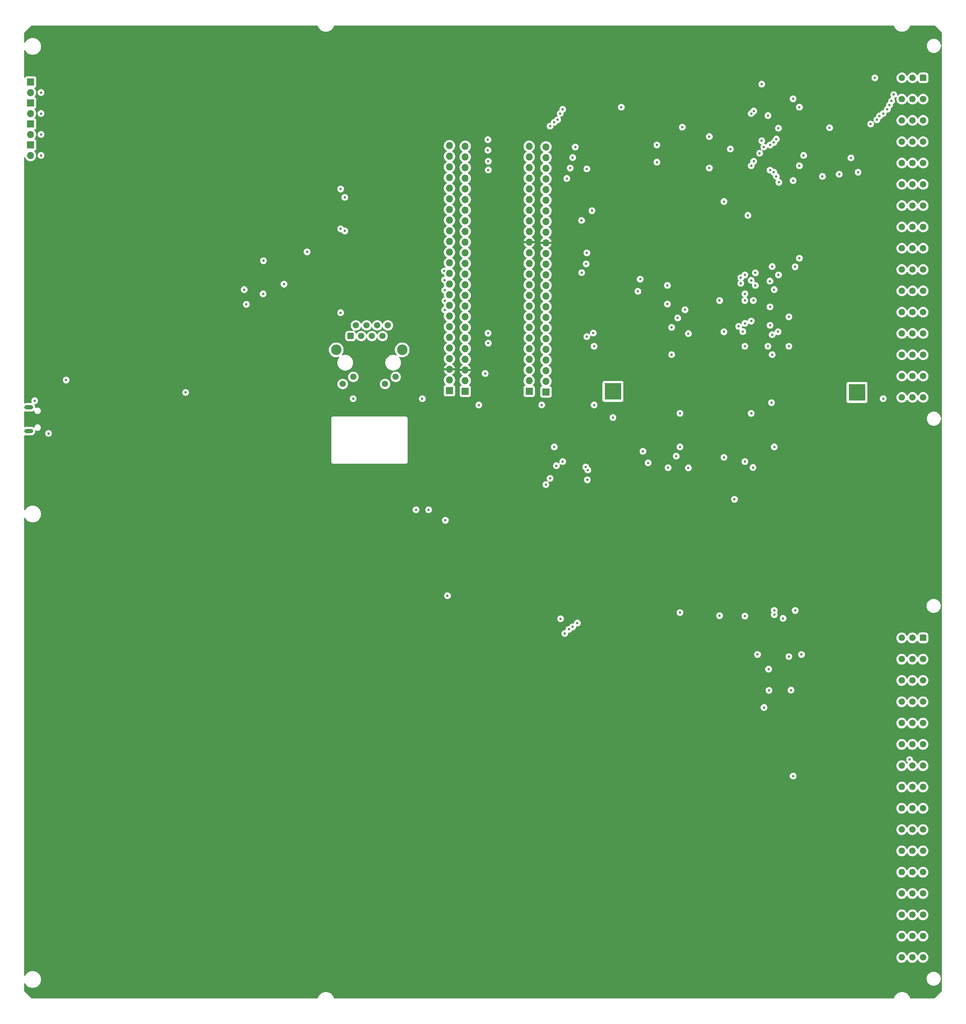
<source format=gbr>
%TF.GenerationSoftware,KiCad,Pcbnew,8.0.4-8.0.4-0~ubuntu24.04.1*%
%TF.CreationDate,2024-08-16T04:23:46+00:00*%
%TF.ProjectId,MDCL,4d44434c-2e6b-4696-9361-645f70636258,0.2*%
%TF.SameCoordinates,Original*%
%TF.FileFunction,Copper,L3,Inr*%
%TF.FilePolarity,Positive*%
%FSLAX46Y46*%
G04 Gerber Fmt 4.6, Leading zero omitted, Abs format (unit mm)*
G04 Created by KiCad (PCBNEW 8.0.4-8.0.4-0~ubuntu24.04.1) date 2024-08-16 04:23:46*
%MOMM*%
%LPD*%
G01*
G04 APERTURE LIST*
G04 Aperture macros list*
%AMRoundRect*
0 Rectangle with rounded corners*
0 $1 Rounding radius*
0 $2 $3 $4 $5 $6 $7 $8 $9 X,Y pos of 4 corners*
0 Add a 4 corners polygon primitive as box body*
4,1,4,$2,$3,$4,$5,$6,$7,$8,$9,$2,$3,0*
0 Add four circle primitives for the rounded corners*
1,1,$1+$1,$2,$3*
1,1,$1+$1,$4,$5*
1,1,$1+$1,$6,$7*
1,1,$1+$1,$8,$9*
0 Add four rect primitives between the rounded corners*
20,1,$1+$1,$2,$3,$4,$5,0*
20,1,$1+$1,$4,$5,$6,$7,0*
20,1,$1+$1,$6,$7,$8,$9,0*
20,1,$1+$1,$8,$9,$2,$3,0*%
G04 Aperture macros list end*
%TA.AperFunction,ComponentPad*%
%ADD10O,2.150000X1.040000*%
%TD*%
%TA.AperFunction,ComponentPad*%
%ADD11R,1.700000X1.700000*%
%TD*%
%TA.AperFunction,ComponentPad*%
%ADD12O,1.700000X1.700000*%
%TD*%
%TA.AperFunction,ComponentPad*%
%ADD13R,4.000000X4.000000*%
%TD*%
%TA.AperFunction,ComponentPad*%
%ADD14C,1.550000*%
%TD*%
%TA.AperFunction,ComponentPad*%
%ADD15RoundRect,0.249999X-0.525001X0.525001X-0.525001X-0.525001X0.525001X-0.525001X0.525001X0.525001X0*%
%TD*%
%TA.AperFunction,ComponentPad*%
%ADD16RoundRect,0.250500X-0.499500X-0.499500X0.499500X-0.499500X0.499500X0.499500X-0.499500X0.499500X0*%
%TD*%
%TA.AperFunction,ComponentPad*%
%ADD17C,1.500000*%
%TD*%
%TA.AperFunction,ComponentPad*%
%ADD18C,2.500000*%
%TD*%
%TA.AperFunction,ViaPad*%
%ADD19C,0.600000*%
%TD*%
G04 APERTURE END LIST*
D10*
%TO.N,GND*%
%TO.C,J4*%
X53050000Y-111075000D03*
X53050000Y-116725000D03*
%TD*%
D11*
%TO.N,+5V*%
%TO.C,J13*%
X153500000Y-107100000D03*
D12*
%TO.N,GND*%
X153500000Y-104560000D03*
%TO.N,+3.3V*%
X153500000Y-102020000D03*
%TO.N,/GPIO_23*%
X153500000Y-99480000D03*
%TO.N,/GPIO_22*%
X153500000Y-96940000D03*
%TO.N,Net-(J13-Pin_6)*%
X153500000Y-94400000D03*
%TO.N,Net-(J13-Pin_7)*%
X153500000Y-91860000D03*
%TO.N,/POWER*%
X153500000Y-89320000D03*
%TO.N,/CONNECTED*%
X153500000Y-86780000D03*
%TO.N,/DCC*%
X153500000Y-84240000D03*
%TO.N,/AMC*%
X153500000Y-81700000D03*
%TO.N,/RX3*%
X153500000Y-79160000D03*
%TO.N,/TX3*%
X153500000Y-76620000D03*
%TO.N,/SCK0*%
X153500000Y-74080000D03*
%TO.N,GND*%
X153500000Y-71540000D03*
%TO.N,Net-(J13-Pin_16)*%
X153500000Y-69000000D03*
%TO.N,Net-(J13-Pin_17)*%
X153500000Y-66460000D03*
%TO.N,/MISO1*%
X153500000Y-63920000D03*
%TO.N,/CS1*%
X153500000Y-61380000D03*
%TO.N,/L1_3V3*%
X153500000Y-58840000D03*
%TO.N,/LC_3V3*%
X153500000Y-56300000D03*
%TO.N,/E-TIME_3V3*%
X153500000Y-53760000D03*
%TO.N,/L5_3V3*%
X153500000Y-51220000D03*
%TO.N,Net-(J13-Pin_24)*%
X153500000Y-48680000D03*
%TD*%
D11*
%TO.N,Net-(D4-A)*%
%TO.C,D4*%
X53525000Y-38480000D03*
D12*
%TO.N,GND*%
X53525000Y-41020000D03*
%TD*%
D11*
%TO.N,GND*%
%TO.C,J8*%
X172500000Y-107250000D03*
D12*
%TO.N,Net-(J12-Pin_2)*%
X172500000Y-104710000D03*
%TO.N,Net-(J12-Pin_3)*%
X172500000Y-102170000D03*
%TO.N,/GPIO_2*%
X172500000Y-99630000D03*
%TO.N,/GPIO_3*%
X172500000Y-97090000D03*
%TO.N,Net-(J12-Pin_6)*%
X172500000Y-94550000D03*
%TO.N,Net-(J12-Pin_7)*%
X172500000Y-92010000D03*
%TO.N,Net-(J12-Pin_8)*%
X172500000Y-89470000D03*
%TO.N,Net-(J12-Pin_9)*%
X172500000Y-86930000D03*
%TO.N,Net-(J12-Pin_10)*%
X172500000Y-84390000D03*
%TO.N,Net-(J12-Pin_11)*%
X172500000Y-81850000D03*
%TO.N,/CS0*%
X172500000Y-79310000D03*
%TO.N,/MOSI0*%
X172500000Y-76770000D03*
%TO.N,/MISO0*%
X172500000Y-74230000D03*
%TO.N,+3.3V*%
X172500000Y-71690000D03*
%TO.N,Net-(J12-Pin_16)*%
X172500000Y-69150000D03*
%TO.N,/~{CS_OUT}*%
X172500000Y-66610000D03*
%TO.N,/MOSI1*%
X172500000Y-64070000D03*
%TO.N,/SCK1*%
X172500000Y-61530000D03*
%TO.N,Net-(J12-Pin_20)*%
X172500000Y-58990000D03*
%TO.N,/DCC_ON_3V3*%
X172500000Y-56450000D03*
%TO.N,/NF-BEREIT_3V3*%
X172500000Y-53910000D03*
%TO.N,/PS_3V3*%
X172500000Y-51370000D03*
%TO.N,/SSB_ON_3V3*%
X172500000Y-48830000D03*
%TD*%
D11*
%TO.N,+5V*%
%TO.C,J9*%
X157250000Y-107230000D03*
D12*
%TO.N,GND*%
X157250000Y-104690000D03*
%TO.N,+3.3V*%
X157250000Y-102150000D03*
%TO.N,/GPIO_23*%
X157250000Y-99610000D03*
%TO.N,/GPIO_22*%
X157250000Y-97070000D03*
%TO.N,Net-(J13-Pin_6)*%
X157250000Y-94530000D03*
%TO.N,Net-(J13-Pin_7)*%
X157250000Y-91990000D03*
%TO.N,/POWER*%
X157250000Y-89450000D03*
%TO.N,/CONNECTED*%
X157250000Y-86910000D03*
%TO.N,/DCC*%
X157250000Y-84370000D03*
%TO.N,/AMC*%
X157250000Y-81830000D03*
%TO.N,/RX3*%
X157250000Y-79290000D03*
%TO.N,/TX3*%
X157250000Y-76750000D03*
%TO.N,/SCK0*%
X157250000Y-74210000D03*
%TO.N,GND*%
X157250000Y-71670000D03*
%TO.N,Net-(J13-Pin_16)*%
X157250000Y-69130000D03*
%TO.N,Net-(J13-Pin_17)*%
X157250000Y-66590000D03*
%TO.N,/MISO1*%
X157250000Y-64050000D03*
%TO.N,/CS1*%
X157250000Y-61510000D03*
%TO.N,/L1_3V3*%
X157250000Y-58970000D03*
%TO.N,/LC_3V3*%
X157250000Y-56430000D03*
%TO.N,/E-TIME_3V3*%
X157250000Y-53890000D03*
%TO.N,/L5_3V3*%
X157250000Y-51350000D03*
%TO.N,Net-(J13-Pin_24)*%
X157250000Y-48810000D03*
%TD*%
D11*
%TO.N,GND*%
%TO.C,J12*%
X176500000Y-107380000D03*
D12*
%TO.N,Net-(J12-Pin_2)*%
X176500000Y-104840000D03*
%TO.N,Net-(J12-Pin_3)*%
X176500000Y-102300000D03*
%TO.N,/GPIO_2*%
X176500000Y-99760000D03*
%TO.N,/GPIO_3*%
X176500000Y-97220000D03*
%TO.N,Net-(J12-Pin_6)*%
X176500000Y-94680000D03*
%TO.N,Net-(J12-Pin_7)*%
X176500000Y-92140000D03*
%TO.N,Net-(J12-Pin_8)*%
X176500000Y-89600000D03*
%TO.N,Net-(J12-Pin_9)*%
X176500000Y-87060000D03*
%TO.N,Net-(J12-Pin_10)*%
X176500000Y-84520000D03*
%TO.N,Net-(J12-Pin_11)*%
X176500000Y-81980000D03*
%TO.N,/CS0*%
X176500000Y-79440000D03*
%TO.N,/MOSI0*%
X176500000Y-76900000D03*
%TO.N,/MISO0*%
X176500000Y-74360000D03*
%TO.N,+3.3V*%
X176500000Y-71820000D03*
%TO.N,Net-(J12-Pin_16)*%
X176500000Y-69280000D03*
%TO.N,/~{CS_OUT}*%
X176500000Y-66740000D03*
%TO.N,/MOSI1*%
X176500000Y-64200000D03*
%TO.N,/SCK1*%
X176500000Y-61660000D03*
%TO.N,Net-(J12-Pin_20)*%
X176500000Y-59120000D03*
%TO.N,/DCC_ON_3V3*%
X176500000Y-56580000D03*
%TO.N,/NF-BEREIT_3V3*%
X176500000Y-54040000D03*
%TO.N,/PS_3V3*%
X176500000Y-51500000D03*
%TO.N,/SSB_ON_3V3*%
X176500000Y-48960000D03*
%TD*%
D11*
%TO.N,Net-(D2-A)*%
%TO.C,D2*%
X53525000Y-33480000D03*
D12*
%TO.N,GND*%
X53525000Y-36020000D03*
%TD*%
D13*
%TO.N,GND*%
%TO.C,TP1*%
X192500000Y-107250000D03*
%TD*%
D14*
%TO.N,+5V*%
%TO.C,J1*%
X263999999Y-32500000D03*
%TO.N,unconnected-(J1-Padb4)*%
X263999999Y-37580000D03*
%TO.N,unconnected-(J1-Padb6)*%
X263999999Y-42660000D03*
%TO.N,unconnected-(J1-Padb8)*%
X263999999Y-47740000D03*
%TO.N,unconnected-(J1-Padb10)*%
X263999999Y-52820000D03*
%TO.N,unconnected-(J1-Padb12)*%
X263999999Y-57900000D03*
%TO.N,unconnected-(J1-Padb14)*%
X263999999Y-62980000D03*
%TO.N,unconnected-(J1-Padb16)*%
X263999999Y-68060000D03*
%TO.N,unconnected-(J1-Padb18)*%
X263999999Y-73140000D03*
%TO.N,unconnected-(J1-Padb20)*%
X263999999Y-78220000D03*
%TO.N,unconnected-(J1-Padb22)*%
X263999999Y-83300000D03*
%TO.N,unconnected-(J1-Padb24)*%
X263999999Y-88380000D03*
%TO.N,unconnected-(J1-Padb26)*%
X263999999Y-93460000D03*
%TO.N,unconnected-(J1-Padb28)*%
X263999999Y-98540000D03*
%TO.N,unconnected-(J1-Padb30)*%
X263999999Y-103620000D03*
%TO.N,GND*%
X263999999Y-108700000D03*
%TO.N,+5V*%
X261459999Y-32500000D03*
%TO.N,/Data_Out11*%
X261459999Y-37580000D03*
%TO.N,/Data_Out10*%
X261459999Y-42660000D03*
%TO.N,/Data_Out9*%
X261459999Y-47740000D03*
%TO.N,/Data_Out8*%
X261459999Y-52820000D03*
%TO.N,/Data_Out7*%
X261459999Y-57900000D03*
%TO.N,/Data_Out6*%
X261459999Y-62980000D03*
%TO.N,/Data_Out5*%
X261459999Y-68060000D03*
%TO.N,/Data_Out4*%
X261459999Y-73140000D03*
%TO.N,/Data_Out3*%
X261459999Y-78220000D03*
%TO.N,/Data_Out2*%
X261459999Y-83300000D03*
%TO.N,/Data_Out1*%
X261459999Y-88380000D03*
%TO.N,/Data_Out0*%
X261459999Y-93460000D03*
%TO.N,unconnected-(J1-Padd28)*%
X261459999Y-98540000D03*
%TO.N,unconnected-(J1-Padd30)*%
X261459999Y-103620000D03*
%TO.N,GND*%
X261459999Y-108700000D03*
D15*
%TO.N,+5V*%
X266539999Y-32500000D03*
D14*
%TO.N,/Data_In11*%
X266539999Y-37580000D03*
%TO.N,/Data_In10*%
X266539999Y-42660000D03*
%TO.N,/Data_In9*%
X266539999Y-47740000D03*
%TO.N,/Data_In8*%
X266539999Y-52820000D03*
%TO.N,/Data_In7*%
X266539999Y-57900000D03*
%TO.N,/Data_In6*%
X266539999Y-62980000D03*
%TO.N,/Data_In5*%
X266539999Y-68060000D03*
%TO.N,/Data_In4*%
X266539999Y-73140000D03*
%TO.N,/Data_In3*%
X266539999Y-78220000D03*
%TO.N,/Data_In2*%
X266539999Y-83300000D03*
%TO.N,/Data_In1*%
X266539999Y-88380000D03*
%TO.N,/Data_In0*%
X266539999Y-93460000D03*
%TO.N,unconnected-(J1-Padz28)*%
X266539999Y-98540000D03*
%TO.N,unconnected-(J1-Padz30)*%
X266539999Y-103620000D03*
%TO.N,GND*%
X266539999Y-108700000D03*
%TD*%
%TO.N,unconnected-(J2-Padb2)*%
%TO.C,J2*%
X263960000Y-166040000D03*
%TO.N,unconnected-(J2-Padb4)*%
X263960000Y-171120000D03*
%TO.N,/L1*%
X263960000Y-176200000D03*
%TO.N,/LC*%
X263960000Y-181280000D03*
%TO.N,unconnected-(J2-Padb10)*%
X263960000Y-186360000D03*
%TO.N,unconnected-(J2-Padb12)*%
X263960000Y-191440000D03*
%TO.N,/L5*%
X263960000Y-196520000D03*
%TO.N,unconnected-(J2-Padb16)*%
X263960000Y-201600000D03*
%TO.N,unconnected-(J2-Padb18)*%
X263960000Y-206680000D03*
%TO.N,unconnected-(J2-Padb20)*%
X263960000Y-211760000D03*
%TO.N,unconnected-(J2-Padb22)*%
X263960000Y-216840000D03*
%TO.N,unconnected-(J2-Padb24)*%
X263960000Y-221920000D03*
%TO.N,unconnected-(J2-Padb26)*%
X263960000Y-227000000D03*
%TO.N,unconnected-(J2-Padb28)*%
X263960000Y-232080000D03*
%TO.N,unconnected-(J2-Padb30)*%
X263960000Y-237160000D03*
%TO.N,unconnected-(J2-Padb32)*%
X263960000Y-242240000D03*
%TO.N,unconnected-(J2-Padd2)*%
X261420000Y-166040000D03*
%TO.N,unconnected-(J2-Padd4)*%
X261420000Y-171120000D03*
%TO.N,unconnected-(J2-Padd6)*%
X261420000Y-176200000D03*
%TO.N,unconnected-(J2-Padd8)*%
X261420000Y-181280000D03*
%TO.N,unconnected-(J2-Padd10)*%
X261420000Y-186360000D03*
%TO.N,unconnected-(J2-Padd12)*%
X261420000Y-191440000D03*
%TO.N,unconnected-(J2-Padd14)*%
X261420000Y-196520000D03*
%TO.N,/SSB_ON{slash}OFF*%
X261420000Y-201600000D03*
%TO.N,/NF-BEREIT*%
X261420000Y-206680000D03*
%TO.N,/DCC_ON{slash}OFF*%
X261420000Y-211760000D03*
%TO.N,unconnected-(J2-Padd22)*%
X261420000Y-216840000D03*
%TO.N,unconnected-(J2-Padd24)*%
X261420000Y-221920000D03*
%TO.N,unconnected-(J2-Padd26)*%
X261420000Y-227000000D03*
%TO.N,unconnected-(J2-Padd28)*%
X261420000Y-232080000D03*
%TO.N,unconnected-(J2-Padd30)*%
X261420000Y-237160000D03*
%TO.N,unconnected-(J2-Padd32)*%
X261420000Y-242240000D03*
D15*
%TO.N,unconnected-(J2-Padz2)*%
X266500000Y-166040000D03*
D14*
%TO.N,unconnected-(J2-Padz4)*%
X266500000Y-171120000D03*
%TO.N,unconnected-(J2-Padz6)*%
X266500000Y-176200000D03*
%TO.N,unconnected-(J2-Padz8)*%
X266500000Y-181280000D03*
%TO.N,unconnected-(J2-Padz10)*%
X266500000Y-186360000D03*
%TO.N,/E-TIME*%
X266500000Y-191440000D03*
%TO.N,unconnected-(J2-Padz14)*%
X266500000Y-196520000D03*
%TO.N,unconnected-(J2-Padz16)*%
X266500000Y-201600000D03*
%TO.N,/PS\u002A\u002A*%
X266500000Y-206680000D03*
%TO.N,unconnected-(J2-Padz20)*%
X266500000Y-211760000D03*
%TO.N,unconnected-(J2-Padz22)*%
X266500000Y-216840000D03*
%TO.N,unconnected-(J2-Padz24)*%
X266500000Y-221920000D03*
%TO.N,unconnected-(J2-Padz26)*%
X266500000Y-227000000D03*
%TO.N,unconnected-(J2-Padz28)*%
X266500000Y-232080000D03*
%TO.N,unconnected-(J2-Padz30)*%
X266500000Y-237160000D03*
%TO.N,unconnected-(J2-Padz32)*%
X266500000Y-242240000D03*
%TD*%
D13*
%TO.N,GND*%
%TO.C,TP2*%
X250750000Y-107500000D03*
%TD*%
D11*
%TO.N,Net-(D5-A)*%
%TO.C,D5*%
X53525000Y-43480000D03*
D12*
%TO.N,GND*%
X53525000Y-46020000D03*
%TD*%
D11*
%TO.N,Net-(D6-A)*%
%TO.C,D6*%
X53525000Y-48480000D03*
D12*
%TO.N,GND*%
X53525000Y-51020000D03*
%TD*%
D16*
%TO.N,/TX+*%
%TO.C,J3*%
X129880000Y-94070000D03*
D17*
%TO.N,Net-(J3-RCT)*%
X131150000Y-91530000D03*
%TO.N,/TX-*%
X132420000Y-94070000D03*
%TO.N,/RX+*%
X133690000Y-91530000D03*
%TO.N,Net-(J3-RCT)*%
X134960000Y-94070000D03*
%TO.N,/RX-*%
X136230000Y-91530000D03*
%TO.N,unconnected-(J3-Pad7)*%
X137500000Y-94070000D03*
%TO.N,GND*%
X138770000Y-91530000D03*
X128000000Y-105500000D03*
%TO.N,/LED*%
X130540000Y-103800000D03*
%TO.N,unconnected-(J3-KY-Pad11)*%
X138110000Y-105500000D03*
%TO.N,unconnected-(J3-AY-Pad12)*%
X140650000Y-103800000D03*
D18*
%TO.N,GND*%
X126450000Y-97370000D03*
X142200000Y-97370000D03*
%TD*%
D19*
%TO.N,GND*%
X200900000Y-124300000D03*
X199650000Y-121550000D03*
X217950000Y-160750000D03*
X207600000Y-122700000D03*
X198450000Y-83400000D03*
X209700000Y-87800000D03*
X207950000Y-89750000D03*
X217950000Y-85600000D03*
X162000000Y-103000000D03*
X109000000Y-84000000D03*
X235500000Y-199000000D03*
X119500000Y-74000000D03*
X235000000Y-178500000D03*
X105000000Y-86500000D03*
X209050000Y-44250000D03*
X244200000Y-44400000D03*
X234500000Y-89500000D03*
X257000000Y-109000000D03*
X199000000Y-80500000D03*
X109110000Y-76110000D03*
X162650000Y-49750000D03*
X224000000Y-84000000D03*
X237500000Y-170000000D03*
X54500000Y-109500000D03*
X152400000Y-85650000D03*
X221500000Y-133000000D03*
X229650000Y-173500000D03*
X62000000Y-104550000D03*
X223000000Y-81500000D03*
X56000000Y-51000000D03*
X263300000Y-195050000D03*
X186400000Y-128350000D03*
X127500000Y-88500000D03*
X104500000Y-83000000D03*
X230350000Y-109950000D03*
X162750000Y-52400000D03*
X255000000Y-32500000D03*
X162650000Y-47250000D03*
X152350000Y-87850000D03*
X235500000Y-37500000D03*
X152350000Y-83150000D03*
X220530000Y-49470000D03*
X194500000Y-39500000D03*
X249300000Y-51600000D03*
X235500000Y-57000000D03*
X192500000Y-113500000D03*
X56000000Y-36000000D03*
X229500000Y-41500000D03*
X152300000Y-80700000D03*
X57800000Y-117300000D03*
X162750000Y-54450000D03*
X56000000Y-41000000D03*
X56000000Y-46000000D03*
X235955000Y-77545000D03*
X238000000Y-51000000D03*
X236000000Y-159500000D03*
X227000000Y-170000000D03*
X153000000Y-156000000D03*
X224000000Y-96500000D03*
X114000000Y-81700000D03*
X227500000Y-50500000D03*
X228550000Y-182650000D03*
X229750000Y-178550000D03*
X152500000Y-138000000D03*
X205650000Y-125450000D03*
X152250000Y-78550000D03*
%TO.N,+5V*%
X188000000Y-96500000D03*
X175500000Y-110500000D03*
X226500000Y-79000000D03*
X228000000Y-34000000D03*
X160500000Y-110500000D03*
X230000000Y-91500000D03*
X230500000Y-77500000D03*
X90500000Y-107500000D03*
X226500000Y-82000000D03*
X228000000Y-47500000D03*
X230985736Y-82985736D03*
X234500000Y-96500000D03*
X229500000Y-96500000D03*
X234500000Y-170500000D03*
X188000000Y-110500000D03*
%TO.N,+3.3V*%
X234000000Y-37500000D03*
X234500000Y-49500000D03*
X228500000Y-170000000D03*
X117890000Y-76110000D03*
X162500000Y-101000000D03*
%TO.N,/Data_In2*%
X251000000Y-55000000D03*
%TO.N,/Data_In5*%
X230000000Y-54500000D03*
X230000000Y-48500000D03*
X256100000Y-41600000D03*
%TO.N,/Data_In0*%
X242500000Y-56000000D03*
%TO.N,/Data_In7*%
X231500000Y-56000000D03*
X231500000Y-47100000D03*
X258000000Y-40000000D03*
%TO.N,/Data_Out8*%
X229969963Y-80969963D03*
X230000000Y-87100000D03*
X205500000Y-86443000D03*
X205500000Y-82000000D03*
%TO.N,/Data_In4*%
X255500000Y-42500000D03*
%TO.N,/Data_In6*%
X230900000Y-47900000D03*
X203000000Y-52600000D03*
X230900000Y-55000000D03*
X203000000Y-48500000D03*
X257000000Y-41000000D03*
%TO.N,/Data_In1*%
X246500000Y-55500000D03*
%TO.N,/Data_In8*%
X258500000Y-39000000D03*
%TO.N,/Data_Out4*%
X206500000Y-92000000D03*
X206500000Y-98500000D03*
X230500000Y-93750000D03*
X230500000Y-98500000D03*
%TO.N,/Data_In3*%
X254000000Y-43500000D03*
%TO.N,/Data_In9*%
X259000000Y-38000000D03*
%TO.N,/Data_In10*%
X259500000Y-36500000D03*
%TO.N,/LC*%
X231900000Y-93050000D03*
X233100000Y-161400000D03*
X232000000Y-79500000D03*
X232000000Y-79500000D03*
%TO.N,/L1*%
X231000000Y-160500000D03*
X228500000Y-49000000D03*
%TO.N,/LED*%
X130500000Y-109000000D03*
X147000000Y-109000000D03*
%TO.N,/TX+*%
X162698400Y-93380000D03*
%TO.N,/TX-*%
X162750000Y-95750000D03*
%TO.N,/LC_3V3*%
X179300000Y-42500000D03*
X224000000Y-160850000D03*
X224000000Y-124000000D03*
X179000000Y-125000000D03*
%TO.N,/L1_3V3*%
X208500000Y-112500000D03*
X178500000Y-43100000D03*
X208500000Y-160000000D03*
X178500000Y-120500000D03*
X208500000Y-120500000D03*
%TO.N,/L5_3V3*%
X231000000Y-120500000D03*
X231000000Y-159500000D03*
X180500000Y-40000000D03*
X180500000Y-124000000D03*
%TO.N,/MOSI0*%
X186250000Y-94200000D03*
X186000000Y-125300000D03*
X186100000Y-76850000D03*
%TO.N,/~{CS_OUT}*%
X185050000Y-78950000D03*
X185000000Y-66500000D03*
%TO.N,/PS_3V3*%
X182900000Y-163400000D03*
X182900000Y-51500000D03*
%TO.N,/CS0*%
X237000000Y-75500000D03*
X237000000Y-39500000D03*
X237000000Y-53470000D03*
X176500000Y-129500000D03*
%TO.N,/DCC_ON_3V3*%
X181000000Y-165000000D03*
X181500000Y-56500000D03*
%TO.N,/NF-BEREIT_3V3*%
X182300000Y-54010000D03*
X182000000Y-164000000D03*
%TO.N,/SSB_ON_3V3*%
X183500000Y-49000000D03*
X184000000Y-162500000D03*
%TO.N,/MISO0*%
X186500000Y-126000000D03*
X215500000Y-54000000D03*
X215500000Y-46500000D03*
X186270000Y-54230000D03*
X186270000Y-74230000D03*
%TO.N,/E-TIME_3V3*%
X179900000Y-41000000D03*
X180000000Y-161500000D03*
%TO.N,/RX3*%
X128500000Y-69000000D03*
X128500000Y-61000000D03*
%TO.N,/GPIO_22*%
X145500000Y-135500000D03*
X148500000Y-135500000D03*
%TO.N,/SCK0*%
X225495000Y-53470000D03*
X225500000Y-90500000D03*
X225495000Y-41000000D03*
X225500000Y-112500000D03*
%TO.N,/TX3*%
X127500000Y-68500000D03*
X127500000Y-59000000D03*
%TO.N,Net-(U1-DS)*%
X232100000Y-57400000D03*
X232000000Y-44500000D03*
%TO.N,/~{L1}*%
X226095000Y-52405000D03*
X226095000Y-40405000D03*
%TO.N,Net-(U3-SER)*%
X226000000Y-85600000D03*
X225500000Y-80795000D03*
X224000000Y-91050000D03*
X224000000Y-85600000D03*
%TO.N,/MOSI1*%
X187500000Y-64170000D03*
X210500000Y-125500000D03*
X187800000Y-93350000D03*
X210500000Y-93500000D03*
%TO.N,/SCK1*%
X219000000Y-123000000D03*
X219000000Y-93050000D03*
X219000000Y-62000000D03*
%TO.N,/MISO1*%
X224700000Y-65300000D03*
X225920000Y-125420000D03*
%TO.N,Net-(JP1-C)*%
X223500000Y-93000000D03*
X223000000Y-80145000D03*
%TO.N,Net-(JP2-C)*%
X224000000Y-79500000D03*
X222500000Y-91750000D03*
%TO.N,/CS1*%
X177500000Y-128000000D03*
X177500000Y-44000000D03*
%TD*%
%TA.AperFunction,Conductor*%
%TO.N,+3.3V*%
G36*
X122035699Y-20020185D02*
G01*
X122081454Y-20072989D01*
X122088062Y-20091045D01*
X122110603Y-20171496D01*
X122219634Y-20422509D01*
X122219633Y-20422509D01*
X122361829Y-20656341D01*
X122534542Y-20868634D01*
X122734560Y-21055439D01*
X122958135Y-21213255D01*
X122958141Y-21213259D01*
X122958143Y-21213260D01*
X123201136Y-21339169D01*
X123201139Y-21339170D01*
X123459004Y-21430816D01*
X123459020Y-21430821D01*
X123649255Y-21470351D01*
X123726960Y-21486498D01*
X123726961Y-21486499D01*
X123744441Y-21487694D01*
X124000000Y-21505175D01*
X124273038Y-21486499D01*
X124393620Y-21461441D01*
X124540979Y-21430821D01*
X124540985Y-21430818D01*
X124540990Y-21430818D01*
X124798864Y-21339169D01*
X125041857Y-21213260D01*
X125265442Y-21055437D01*
X125465454Y-20868638D01*
X125638168Y-20656345D01*
X125780365Y-20422511D01*
X125889398Y-20171492D01*
X125911938Y-20091044D01*
X125948980Y-20031803D01*
X126012170Y-20001991D01*
X126031340Y-20000500D01*
X259468660Y-20000500D01*
X259535699Y-20020185D01*
X259581454Y-20072989D01*
X259588062Y-20091045D01*
X259610603Y-20171496D01*
X259719634Y-20422509D01*
X259719633Y-20422509D01*
X259861829Y-20656341D01*
X260034542Y-20868634D01*
X260234560Y-21055439D01*
X260458135Y-21213255D01*
X260458141Y-21213259D01*
X260458143Y-21213260D01*
X260701136Y-21339169D01*
X260701139Y-21339170D01*
X260959004Y-21430816D01*
X260959020Y-21430821D01*
X261149255Y-21470351D01*
X261226960Y-21486498D01*
X261226961Y-21486499D01*
X261244441Y-21487694D01*
X261500000Y-21505175D01*
X261773038Y-21486499D01*
X261893620Y-21461441D01*
X262040979Y-21430821D01*
X262040985Y-21430818D01*
X262040990Y-21430818D01*
X262298864Y-21339169D01*
X262541857Y-21213260D01*
X262765442Y-21055437D01*
X262965454Y-20868638D01*
X263138168Y-20656345D01*
X263280365Y-20422511D01*
X263389398Y-20171492D01*
X263411938Y-20091044D01*
X263448980Y-20031803D01*
X263512170Y-20001991D01*
X263531340Y-20000500D01*
X269241324Y-20000500D01*
X269308363Y-20020185D01*
X269329005Y-20036819D01*
X270963181Y-21670995D01*
X270996666Y-21732318D01*
X270999500Y-21758676D01*
X270999500Y-24731678D01*
X270979815Y-24798717D01*
X270927011Y-24844472D01*
X270857853Y-24854416D01*
X270794297Y-24825391D01*
X270756523Y-24766613D01*
X270752561Y-24747863D01*
X270726831Y-24552426D01*
X270695354Y-24434954D01*
X270669985Y-24340273D01*
X270585934Y-24137355D01*
X270476115Y-23947145D01*
X270342409Y-23772896D01*
X270342404Y-23772890D01*
X270187108Y-23617594D01*
X270187101Y-23617588D01*
X270012862Y-23483890D01*
X270012860Y-23483889D01*
X270012854Y-23483884D01*
X269822644Y-23374065D01*
X269822640Y-23374063D01*
X269619728Y-23290014D01*
X269407572Y-23233167D01*
X269189827Y-23204501D01*
X269189822Y-23204500D01*
X269189817Y-23204500D01*
X268970181Y-23204500D01*
X268970175Y-23204500D01*
X268970170Y-23204501D01*
X268752425Y-23233167D01*
X268540269Y-23290014D01*
X268337357Y-23374063D01*
X268337353Y-23374065D01*
X268147144Y-23483884D01*
X268147135Y-23483890D01*
X267972896Y-23617588D01*
X267972889Y-23617594D01*
X267817593Y-23772890D01*
X267817587Y-23772897D01*
X267683889Y-23947136D01*
X267683883Y-23947145D01*
X267574064Y-24137354D01*
X267574062Y-24137358D01*
X267490013Y-24340270D01*
X267433166Y-24552426D01*
X267404500Y-24770171D01*
X267404499Y-24770188D01*
X267404499Y-24989811D01*
X267404500Y-24989828D01*
X267433166Y-25207573D01*
X267490013Y-25419729D01*
X267574062Y-25622641D01*
X267574064Y-25622645D01*
X267683883Y-25812855D01*
X267683888Y-25812861D01*
X267683889Y-25812863D01*
X267817587Y-25987102D01*
X267817593Y-25987109D01*
X267972889Y-26142405D01*
X267972895Y-26142410D01*
X268147144Y-26276116D01*
X268337354Y-26385935D01*
X268438813Y-26427960D01*
X268540269Y-26469985D01*
X268540270Y-26469985D01*
X268540272Y-26469986D01*
X268752424Y-26526832D01*
X268970181Y-26555500D01*
X268970188Y-26555500D01*
X269189810Y-26555500D01*
X269189817Y-26555500D01*
X269407574Y-26526832D01*
X269619726Y-26469986D01*
X269822644Y-26385935D01*
X270012854Y-26276116D01*
X270187103Y-26142410D01*
X270342409Y-25987104D01*
X270476115Y-25812855D01*
X270585934Y-25622645D01*
X270669985Y-25419727D01*
X270726831Y-25207575D01*
X270752561Y-25012136D01*
X270780827Y-24948239D01*
X270839152Y-24909768D01*
X270909017Y-24908937D01*
X270968240Y-24946009D01*
X270998019Y-25009215D01*
X270999500Y-25028321D01*
X270999500Y-113631678D01*
X270979815Y-113698717D01*
X270927011Y-113744472D01*
X270857853Y-113754416D01*
X270794297Y-113725391D01*
X270756523Y-113666613D01*
X270752561Y-113647863D01*
X270726831Y-113452426D01*
X270724220Y-113442683D01*
X270669985Y-113240273D01*
X270585934Y-113037355D01*
X270476115Y-112847145D01*
X270374434Y-112714632D01*
X270342410Y-112672897D01*
X270342404Y-112672890D01*
X270187108Y-112517594D01*
X270187101Y-112517588D01*
X270012862Y-112383890D01*
X270012860Y-112383889D01*
X270012854Y-112383884D01*
X269822644Y-112274065D01*
X269822640Y-112274063D01*
X269619728Y-112190014D01*
X269407572Y-112133167D01*
X269189827Y-112104501D01*
X269189822Y-112104500D01*
X269189817Y-112104500D01*
X268970181Y-112104500D01*
X268970175Y-112104500D01*
X268970170Y-112104501D01*
X268752425Y-112133167D01*
X268540269Y-112190014D01*
X268337357Y-112274063D01*
X268337353Y-112274065D01*
X268147144Y-112383884D01*
X268147135Y-112383890D01*
X267972896Y-112517588D01*
X267972889Y-112517594D01*
X267817593Y-112672890D01*
X267817587Y-112672897D01*
X267683889Y-112847136D01*
X267683883Y-112847145D01*
X267574064Y-113037354D01*
X267574062Y-113037358D01*
X267490013Y-113240270D01*
X267433166Y-113452426D01*
X267404500Y-113670171D01*
X267404499Y-113670188D01*
X267404499Y-113889811D01*
X267404500Y-113889828D01*
X267433166Y-114107573D01*
X267490013Y-114319729D01*
X267574062Y-114522641D01*
X267574064Y-114522645D01*
X267683883Y-114712855D01*
X267683888Y-114712861D01*
X267683889Y-114712863D01*
X267817587Y-114887102D01*
X267817593Y-114887109D01*
X267972889Y-115042405D01*
X267972895Y-115042410D01*
X268147144Y-115176116D01*
X268337354Y-115285935D01*
X268346813Y-115289853D01*
X268540269Y-115369985D01*
X268540270Y-115369985D01*
X268540272Y-115369986D01*
X268752424Y-115426832D01*
X268970181Y-115455500D01*
X268970188Y-115455500D01*
X269189810Y-115455500D01*
X269189817Y-115455500D01*
X269407574Y-115426832D01*
X269619726Y-115369986D01*
X269822644Y-115285935D01*
X270012854Y-115176116D01*
X270187103Y-115042410D01*
X270342409Y-114887104D01*
X270476115Y-114712855D01*
X270585934Y-114522645D01*
X270669985Y-114319727D01*
X270726831Y-114107575D01*
X270752561Y-113912136D01*
X270780827Y-113848239D01*
X270839152Y-113809768D01*
X270909017Y-113808937D01*
X270968240Y-113846009D01*
X270998019Y-113909215D01*
X270999500Y-113928321D01*
X270999500Y-250241324D01*
X270979815Y-250308363D01*
X270963181Y-250329005D01*
X269329005Y-251963181D01*
X269267682Y-251996666D01*
X269241324Y-251999500D01*
X263531340Y-251999500D01*
X263464301Y-251979815D01*
X263418546Y-251927011D01*
X263411938Y-251908955D01*
X263389398Y-251828508D01*
X263280365Y-251577490D01*
X263280366Y-251577490D01*
X263138170Y-251343658D01*
X262965457Y-251131365D01*
X262765439Y-250944560D01*
X262541864Y-250786744D01*
X262541858Y-250786740D01*
X262298860Y-250660829D01*
X262040995Y-250569183D01*
X262040979Y-250569178D01*
X261773040Y-250513501D01*
X261773038Y-250513500D01*
X261500000Y-250494825D01*
X261226961Y-250513500D01*
X261226959Y-250513501D01*
X260959020Y-250569178D01*
X260959004Y-250569183D01*
X260701139Y-250660829D01*
X260458141Y-250786740D01*
X260458135Y-250786744D01*
X260234560Y-250944560D01*
X260034542Y-251131365D01*
X259861829Y-251343658D01*
X259719633Y-251577490D01*
X259610603Y-251828503D01*
X259588062Y-251908955D01*
X259551020Y-251968197D01*
X259487830Y-251998009D01*
X259468660Y-251999500D01*
X126031340Y-251999500D01*
X125964301Y-251979815D01*
X125918546Y-251927011D01*
X125911938Y-251908955D01*
X125889398Y-251828508D01*
X125780365Y-251577490D01*
X125780366Y-251577490D01*
X125638170Y-251343658D01*
X125465457Y-251131365D01*
X125265439Y-250944560D01*
X125041864Y-250786744D01*
X125041858Y-250786740D01*
X124798860Y-250660829D01*
X124540995Y-250569183D01*
X124540979Y-250569178D01*
X124273040Y-250513501D01*
X124273038Y-250513500D01*
X124000000Y-250494825D01*
X123726961Y-250513500D01*
X123726959Y-250513501D01*
X123459020Y-250569178D01*
X123459004Y-250569183D01*
X123201139Y-250660829D01*
X122958141Y-250786740D01*
X122958135Y-250786744D01*
X122734560Y-250944560D01*
X122534542Y-251131365D01*
X122361829Y-251343658D01*
X122219633Y-251577490D01*
X122110603Y-251828503D01*
X122088062Y-251908955D01*
X122051020Y-251968197D01*
X121987830Y-251998009D01*
X121968660Y-251999500D01*
X53758676Y-251999500D01*
X53691637Y-251979815D01*
X53670995Y-251963181D01*
X52036819Y-250329005D01*
X52003334Y-250267682D01*
X52000500Y-250241324D01*
X52000500Y-248498256D01*
X52020185Y-248431217D01*
X52072989Y-248385462D01*
X52142147Y-248375518D01*
X52205703Y-248404543D01*
X52233332Y-248438829D01*
X52312770Y-248584309D01*
X52312775Y-248584317D01*
X52484254Y-248813387D01*
X52484270Y-248813405D01*
X52686594Y-249015729D01*
X52686612Y-249015745D01*
X52915682Y-249187224D01*
X52915690Y-249187229D01*
X53166833Y-249324364D01*
X53166832Y-249324364D01*
X53166836Y-249324365D01*
X53166839Y-249324367D01*
X53434954Y-249424369D01*
X53434960Y-249424370D01*
X53434962Y-249424371D01*
X53714566Y-249485195D01*
X53714568Y-249485195D01*
X53714572Y-249485196D01*
X53968220Y-249503337D01*
X53999999Y-249505610D01*
X54000000Y-249505610D01*
X54000001Y-249505610D01*
X54028595Y-249503564D01*
X54285428Y-249485196D01*
X54565046Y-249424369D01*
X54833161Y-249324367D01*
X55084315Y-249187226D01*
X55313395Y-249015739D01*
X55515739Y-248813395D01*
X55687226Y-248584315D01*
X55824367Y-248333161D01*
X55924369Y-248065046D01*
X55985196Y-247785428D01*
X56005610Y-247500000D01*
X55985196Y-247214572D01*
X55984242Y-247210188D01*
X267364500Y-247210188D01*
X267364500Y-247429811D01*
X267364501Y-247429828D01*
X267393167Y-247647573D01*
X267450014Y-247859729D01*
X267531019Y-248055292D01*
X267534065Y-248062645D01*
X267643884Y-248252855D01*
X267643889Y-248252861D01*
X267643890Y-248252863D01*
X267777588Y-248427102D01*
X267777594Y-248427109D01*
X267932890Y-248582405D01*
X267932897Y-248582411D01*
X267935381Y-248584317D01*
X268107145Y-248716116D01*
X268297355Y-248825935D01*
X268398814Y-248867960D01*
X268500270Y-248909985D01*
X268500271Y-248909985D01*
X268500273Y-248909986D01*
X268712425Y-248966832D01*
X268930182Y-248995500D01*
X268930189Y-248995500D01*
X269149811Y-248995500D01*
X269149818Y-248995500D01*
X269367575Y-248966832D01*
X269579727Y-248909986D01*
X269782645Y-248825935D01*
X269972855Y-248716116D01*
X270147104Y-248582410D01*
X270302410Y-248427104D01*
X270436116Y-248252855D01*
X270545935Y-248062645D01*
X270629986Y-247859727D01*
X270686832Y-247647575D01*
X270715500Y-247429818D01*
X270715500Y-247210182D01*
X270686832Y-246992425D01*
X270629986Y-246780273D01*
X270545935Y-246577355D01*
X270436116Y-246387145D01*
X270302410Y-246212896D01*
X270302405Y-246212890D01*
X270147109Y-246057594D01*
X270147102Y-246057588D01*
X269972863Y-245923890D01*
X269972861Y-245923889D01*
X269972855Y-245923884D01*
X269782645Y-245814065D01*
X269782641Y-245814063D01*
X269579729Y-245730014D01*
X269367573Y-245673167D01*
X269149828Y-245644501D01*
X269149823Y-245644500D01*
X269149818Y-245644500D01*
X268930182Y-245644500D01*
X268930176Y-245644500D01*
X268930171Y-245644501D01*
X268712426Y-245673167D01*
X268500270Y-245730014D01*
X268297358Y-245814063D01*
X268297354Y-245814065D01*
X268107145Y-245923884D01*
X268107136Y-245923890D01*
X267932897Y-246057588D01*
X267932890Y-246057594D01*
X267777594Y-246212890D01*
X267777588Y-246212897D01*
X267643890Y-246387136D01*
X267643884Y-246387145D01*
X267534065Y-246577354D01*
X267534063Y-246577358D01*
X267450014Y-246780270D01*
X267393167Y-246992426D01*
X267364501Y-247210171D01*
X267364500Y-247210188D01*
X55984242Y-247210188D01*
X55924371Y-246934962D01*
X55924370Y-246934960D01*
X55924369Y-246934954D01*
X55824367Y-246666839D01*
X55801754Y-246625427D01*
X55687229Y-246415690D01*
X55687224Y-246415682D01*
X55515745Y-246186612D01*
X55515729Y-246186594D01*
X55313405Y-245984270D01*
X55313387Y-245984254D01*
X55084317Y-245812775D01*
X55084309Y-245812770D01*
X54833166Y-245675635D01*
X54833167Y-245675635D01*
X54725915Y-245635632D01*
X54565046Y-245575631D01*
X54565043Y-245575630D01*
X54565037Y-245575628D01*
X54285433Y-245514804D01*
X54000001Y-245494390D01*
X53999999Y-245494390D01*
X53714566Y-245514804D01*
X53434962Y-245575628D01*
X53166833Y-245675635D01*
X52915690Y-245812770D01*
X52915682Y-245812775D01*
X52686612Y-245984254D01*
X52686594Y-245984270D01*
X52484270Y-246186594D01*
X52484254Y-246186612D01*
X52312775Y-246415682D01*
X52312770Y-246415690D01*
X52233332Y-246561170D01*
X52183926Y-246610575D01*
X52115653Y-246625427D01*
X52050189Y-246601010D01*
X52008318Y-246545076D01*
X52000500Y-246501743D01*
X52000500Y-242239999D01*
X260139628Y-242239999D01*
X260139628Y-242240000D01*
X260159079Y-242462329D01*
X260159081Y-242462339D01*
X260216841Y-242677905D01*
X260216843Y-242677909D01*
X260216844Y-242677913D01*
X260311165Y-242880186D01*
X260439178Y-243063007D01*
X260596993Y-243220822D01*
X260779814Y-243348835D01*
X260982087Y-243443156D01*
X261197666Y-243500920D01*
X261375533Y-243516481D01*
X261419999Y-243520372D01*
X261420000Y-243520372D01*
X261420001Y-243520372D01*
X261457055Y-243517130D01*
X261642334Y-243500920D01*
X261857913Y-243443156D01*
X262060186Y-243348835D01*
X262243007Y-243220822D01*
X262400822Y-243063007D01*
X262528835Y-242880186D01*
X262577618Y-242775569D01*
X262623790Y-242723130D01*
X262690983Y-242703978D01*
X262757865Y-242724193D01*
X262802381Y-242775569D01*
X262851165Y-242880186D01*
X262979178Y-243063007D01*
X263136993Y-243220822D01*
X263319814Y-243348835D01*
X263522087Y-243443156D01*
X263737666Y-243500920D01*
X263915533Y-243516481D01*
X263959999Y-243520372D01*
X263960000Y-243520372D01*
X263960001Y-243520372D01*
X263997055Y-243517130D01*
X264182334Y-243500920D01*
X264397913Y-243443156D01*
X264600186Y-243348835D01*
X264783007Y-243220822D01*
X264940822Y-243063007D01*
X265068835Y-242880186D01*
X265117618Y-242775569D01*
X265163790Y-242723130D01*
X265230983Y-242703978D01*
X265297865Y-242724193D01*
X265342381Y-242775569D01*
X265391165Y-242880186D01*
X265519178Y-243063007D01*
X265676993Y-243220822D01*
X265859814Y-243348835D01*
X266062087Y-243443156D01*
X266277666Y-243500920D01*
X266455533Y-243516481D01*
X266499999Y-243520372D01*
X266500000Y-243520372D01*
X266500001Y-243520372D01*
X266537055Y-243517130D01*
X266722334Y-243500920D01*
X266937913Y-243443156D01*
X267140186Y-243348835D01*
X267323007Y-243220822D01*
X267480822Y-243063007D01*
X267608835Y-242880186D01*
X267703156Y-242677913D01*
X267760920Y-242462334D01*
X267780372Y-242240000D01*
X267760920Y-242017666D01*
X267703156Y-241802087D01*
X267608835Y-241599814D01*
X267480822Y-241416993D01*
X267323007Y-241259178D01*
X267140186Y-241131165D01*
X266937913Y-241036844D01*
X266937909Y-241036843D01*
X266937905Y-241036841D01*
X266722339Y-240979081D01*
X266722329Y-240979079D01*
X266500001Y-240959628D01*
X266499999Y-240959628D01*
X266277670Y-240979079D01*
X266277660Y-240979081D01*
X266062094Y-241036841D01*
X266062087Y-241036843D01*
X266062087Y-241036844D01*
X265859814Y-241131165D01*
X265676993Y-241259178D01*
X265676991Y-241259179D01*
X265676988Y-241259182D01*
X265519182Y-241416988D01*
X265391164Y-241599814D01*
X265342382Y-241704430D01*
X265296210Y-241756869D01*
X265229016Y-241776021D01*
X265162135Y-241755805D01*
X265117618Y-241704430D01*
X265068835Y-241599814D01*
X264940822Y-241416993D01*
X264783007Y-241259178D01*
X264600186Y-241131165D01*
X264397913Y-241036844D01*
X264397909Y-241036843D01*
X264397905Y-241036841D01*
X264182339Y-240979081D01*
X264182329Y-240979079D01*
X263960001Y-240959628D01*
X263959999Y-240959628D01*
X263737670Y-240979079D01*
X263737660Y-240979081D01*
X263522094Y-241036841D01*
X263522087Y-241036843D01*
X263522087Y-241036844D01*
X263319814Y-241131165D01*
X263136993Y-241259178D01*
X263136991Y-241259179D01*
X263136988Y-241259182D01*
X262979182Y-241416988D01*
X262851164Y-241599814D01*
X262802382Y-241704430D01*
X262756210Y-241756869D01*
X262689016Y-241776021D01*
X262622135Y-241755805D01*
X262577618Y-241704430D01*
X262528835Y-241599814D01*
X262400822Y-241416993D01*
X262243007Y-241259178D01*
X262060186Y-241131165D01*
X261857913Y-241036844D01*
X261857909Y-241036843D01*
X261857905Y-241036841D01*
X261642339Y-240979081D01*
X261642329Y-240979079D01*
X261420001Y-240959628D01*
X261419999Y-240959628D01*
X261197670Y-240979079D01*
X261197660Y-240979081D01*
X260982094Y-241036841D01*
X260982087Y-241036843D01*
X260982087Y-241036844D01*
X260779814Y-241131165D01*
X260596993Y-241259178D01*
X260596991Y-241259179D01*
X260596988Y-241259182D01*
X260439182Y-241416988D01*
X260311165Y-241599814D01*
X260216845Y-241802085D01*
X260216841Y-241802094D01*
X260159081Y-242017660D01*
X260159079Y-242017670D01*
X260139628Y-242239999D01*
X52000500Y-242239999D01*
X52000500Y-237159999D01*
X260139628Y-237159999D01*
X260139628Y-237160000D01*
X260159079Y-237382329D01*
X260159081Y-237382339D01*
X260216841Y-237597905D01*
X260216843Y-237597909D01*
X260216844Y-237597913D01*
X260311165Y-237800186D01*
X260439178Y-237983007D01*
X260596993Y-238140822D01*
X260779814Y-238268835D01*
X260982087Y-238363156D01*
X261197666Y-238420920D01*
X261375533Y-238436481D01*
X261419999Y-238440372D01*
X261420000Y-238440372D01*
X261420001Y-238440372D01*
X261457055Y-238437130D01*
X261642334Y-238420920D01*
X261857913Y-238363156D01*
X262060186Y-238268835D01*
X262243007Y-238140822D01*
X262400822Y-237983007D01*
X262528835Y-237800186D01*
X262577618Y-237695569D01*
X262623790Y-237643130D01*
X262690983Y-237623978D01*
X262757865Y-237644193D01*
X262802381Y-237695569D01*
X262851165Y-237800186D01*
X262979178Y-237983007D01*
X263136993Y-238140822D01*
X263319814Y-238268835D01*
X263522087Y-238363156D01*
X263737666Y-238420920D01*
X263915533Y-238436481D01*
X263959999Y-238440372D01*
X263960000Y-238440372D01*
X263960001Y-238440372D01*
X263997055Y-238437130D01*
X264182334Y-238420920D01*
X264397913Y-238363156D01*
X264600186Y-238268835D01*
X264783007Y-238140822D01*
X264940822Y-237983007D01*
X265068835Y-237800186D01*
X265117618Y-237695569D01*
X265163790Y-237643130D01*
X265230983Y-237623978D01*
X265297865Y-237644193D01*
X265342381Y-237695569D01*
X265391165Y-237800186D01*
X265519178Y-237983007D01*
X265676993Y-238140822D01*
X265859814Y-238268835D01*
X266062087Y-238363156D01*
X266277666Y-238420920D01*
X266455533Y-238436481D01*
X266499999Y-238440372D01*
X266500000Y-238440372D01*
X266500001Y-238440372D01*
X266537055Y-238437130D01*
X266722334Y-238420920D01*
X266937913Y-238363156D01*
X267140186Y-238268835D01*
X267323007Y-238140822D01*
X267480822Y-237983007D01*
X267608835Y-237800186D01*
X267703156Y-237597913D01*
X267760920Y-237382334D01*
X267780372Y-237160000D01*
X267760920Y-236937666D01*
X267703156Y-236722087D01*
X267608835Y-236519814D01*
X267480822Y-236336993D01*
X267323007Y-236179178D01*
X267140186Y-236051165D01*
X266937913Y-235956844D01*
X266937909Y-235956843D01*
X266937905Y-235956841D01*
X266722339Y-235899081D01*
X266722329Y-235899079D01*
X266500001Y-235879628D01*
X266499999Y-235879628D01*
X266277670Y-235899079D01*
X266277660Y-235899081D01*
X266062094Y-235956841D01*
X266062087Y-235956843D01*
X266062087Y-235956844D01*
X265859814Y-236051165D01*
X265676993Y-236179178D01*
X265676991Y-236179179D01*
X265676988Y-236179182D01*
X265519182Y-236336988D01*
X265391164Y-236519814D01*
X265342382Y-236624430D01*
X265296210Y-236676869D01*
X265229016Y-236696021D01*
X265162135Y-236675805D01*
X265117618Y-236624430D01*
X265068835Y-236519814D01*
X264940822Y-236336993D01*
X264783007Y-236179178D01*
X264600186Y-236051165D01*
X264397913Y-235956844D01*
X264397909Y-235956843D01*
X264397905Y-235956841D01*
X264182339Y-235899081D01*
X264182329Y-235899079D01*
X263960001Y-235879628D01*
X263959999Y-235879628D01*
X263737670Y-235899079D01*
X263737660Y-235899081D01*
X263522094Y-235956841D01*
X263522087Y-235956843D01*
X263522087Y-235956844D01*
X263319814Y-236051165D01*
X263136993Y-236179178D01*
X263136991Y-236179179D01*
X263136988Y-236179182D01*
X262979182Y-236336988D01*
X262851164Y-236519814D01*
X262802382Y-236624430D01*
X262756210Y-236676869D01*
X262689016Y-236696021D01*
X262622135Y-236675805D01*
X262577618Y-236624430D01*
X262528835Y-236519814D01*
X262400822Y-236336993D01*
X262243007Y-236179178D01*
X262060186Y-236051165D01*
X261857913Y-235956844D01*
X261857909Y-235956843D01*
X261857905Y-235956841D01*
X261642339Y-235899081D01*
X261642329Y-235899079D01*
X261420001Y-235879628D01*
X261419999Y-235879628D01*
X261197670Y-235899079D01*
X261197660Y-235899081D01*
X260982094Y-235956841D01*
X260982087Y-235956843D01*
X260982087Y-235956844D01*
X260779814Y-236051165D01*
X260596993Y-236179178D01*
X260596991Y-236179179D01*
X260596988Y-236179182D01*
X260439182Y-236336988D01*
X260311165Y-236519814D01*
X260216845Y-236722085D01*
X260216841Y-236722094D01*
X260159081Y-236937660D01*
X260159079Y-236937670D01*
X260139628Y-237159999D01*
X52000500Y-237159999D01*
X52000500Y-232079999D01*
X260139628Y-232079999D01*
X260139628Y-232080000D01*
X260159079Y-232302329D01*
X260159081Y-232302339D01*
X260216841Y-232517905D01*
X260216843Y-232517909D01*
X260216844Y-232517913D01*
X260311165Y-232720186D01*
X260439178Y-232903007D01*
X260596993Y-233060822D01*
X260779814Y-233188835D01*
X260982087Y-233283156D01*
X261197666Y-233340920D01*
X261375533Y-233356481D01*
X261419999Y-233360372D01*
X261420000Y-233360372D01*
X261420001Y-233360372D01*
X261457055Y-233357130D01*
X261642334Y-233340920D01*
X261857913Y-233283156D01*
X262060186Y-233188835D01*
X262243007Y-233060822D01*
X262400822Y-232903007D01*
X262528835Y-232720186D01*
X262577618Y-232615569D01*
X262623790Y-232563130D01*
X262690983Y-232543978D01*
X262757865Y-232564193D01*
X262802381Y-232615569D01*
X262851165Y-232720186D01*
X262979178Y-232903007D01*
X263136993Y-233060822D01*
X263319814Y-233188835D01*
X263522087Y-233283156D01*
X263737666Y-233340920D01*
X263915533Y-233356481D01*
X263959999Y-233360372D01*
X263960000Y-233360372D01*
X263960001Y-233360372D01*
X263997055Y-233357130D01*
X264182334Y-233340920D01*
X264397913Y-233283156D01*
X264600186Y-233188835D01*
X264783007Y-233060822D01*
X264940822Y-232903007D01*
X265068835Y-232720186D01*
X265117618Y-232615569D01*
X265163790Y-232563130D01*
X265230983Y-232543978D01*
X265297865Y-232564193D01*
X265342381Y-232615569D01*
X265391165Y-232720186D01*
X265519178Y-232903007D01*
X265676993Y-233060822D01*
X265859814Y-233188835D01*
X266062087Y-233283156D01*
X266277666Y-233340920D01*
X266455533Y-233356481D01*
X266499999Y-233360372D01*
X266500000Y-233360372D01*
X266500001Y-233360372D01*
X266537055Y-233357130D01*
X266722334Y-233340920D01*
X266937913Y-233283156D01*
X267140186Y-233188835D01*
X267323007Y-233060822D01*
X267480822Y-232903007D01*
X267608835Y-232720186D01*
X267703156Y-232517913D01*
X267760920Y-232302334D01*
X267780372Y-232080000D01*
X267760920Y-231857666D01*
X267703156Y-231642087D01*
X267608835Y-231439814D01*
X267480822Y-231256993D01*
X267323007Y-231099178D01*
X267140186Y-230971165D01*
X266937913Y-230876844D01*
X266937909Y-230876843D01*
X266937905Y-230876841D01*
X266722339Y-230819081D01*
X266722329Y-230819079D01*
X266500001Y-230799628D01*
X266499999Y-230799628D01*
X266277670Y-230819079D01*
X266277660Y-230819081D01*
X266062094Y-230876841D01*
X266062087Y-230876843D01*
X266062087Y-230876844D01*
X265859814Y-230971165D01*
X265676993Y-231099178D01*
X265676991Y-231099179D01*
X265676988Y-231099182D01*
X265519182Y-231256988D01*
X265391164Y-231439814D01*
X265342382Y-231544430D01*
X265296210Y-231596869D01*
X265229016Y-231616021D01*
X265162135Y-231595805D01*
X265117618Y-231544430D01*
X265068835Y-231439814D01*
X264940822Y-231256993D01*
X264783007Y-231099178D01*
X264600186Y-230971165D01*
X264397913Y-230876844D01*
X264397909Y-230876843D01*
X264397905Y-230876841D01*
X264182339Y-230819081D01*
X264182329Y-230819079D01*
X263960001Y-230799628D01*
X263959999Y-230799628D01*
X263737670Y-230819079D01*
X263737660Y-230819081D01*
X263522094Y-230876841D01*
X263522087Y-230876843D01*
X263522087Y-230876844D01*
X263319814Y-230971165D01*
X263136993Y-231099178D01*
X263136991Y-231099179D01*
X263136988Y-231099182D01*
X262979182Y-231256988D01*
X262851164Y-231439814D01*
X262802382Y-231544430D01*
X262756210Y-231596869D01*
X262689016Y-231616021D01*
X262622135Y-231595805D01*
X262577618Y-231544430D01*
X262528835Y-231439814D01*
X262400822Y-231256993D01*
X262243007Y-231099178D01*
X262060186Y-230971165D01*
X261857913Y-230876844D01*
X261857909Y-230876843D01*
X261857905Y-230876841D01*
X261642339Y-230819081D01*
X261642329Y-230819079D01*
X261420001Y-230799628D01*
X261419999Y-230799628D01*
X261197670Y-230819079D01*
X261197660Y-230819081D01*
X260982094Y-230876841D01*
X260982087Y-230876843D01*
X260982087Y-230876844D01*
X260779814Y-230971165D01*
X260596993Y-231099178D01*
X260596991Y-231099179D01*
X260596988Y-231099182D01*
X260439182Y-231256988D01*
X260311165Y-231439814D01*
X260216845Y-231642085D01*
X260216841Y-231642094D01*
X260159081Y-231857660D01*
X260159079Y-231857670D01*
X260139628Y-232079999D01*
X52000500Y-232079999D01*
X52000500Y-226999999D01*
X260139628Y-226999999D01*
X260139628Y-227000000D01*
X260159079Y-227222329D01*
X260159081Y-227222339D01*
X260216841Y-227437905D01*
X260216843Y-227437909D01*
X260216844Y-227437913D01*
X260311165Y-227640186D01*
X260439178Y-227823007D01*
X260596993Y-227980822D01*
X260779814Y-228108835D01*
X260982087Y-228203156D01*
X261197666Y-228260920D01*
X261375533Y-228276481D01*
X261419999Y-228280372D01*
X261420000Y-228280372D01*
X261420001Y-228280372D01*
X261457055Y-228277130D01*
X261642334Y-228260920D01*
X261857913Y-228203156D01*
X262060186Y-228108835D01*
X262243007Y-227980822D01*
X262400822Y-227823007D01*
X262528835Y-227640186D01*
X262577618Y-227535569D01*
X262623790Y-227483130D01*
X262690983Y-227463978D01*
X262757865Y-227484193D01*
X262802381Y-227535569D01*
X262851165Y-227640186D01*
X262979178Y-227823007D01*
X263136993Y-227980822D01*
X263319814Y-228108835D01*
X263522087Y-228203156D01*
X263737666Y-228260920D01*
X263915533Y-228276481D01*
X263959999Y-228280372D01*
X263960000Y-228280372D01*
X263960001Y-228280372D01*
X263997055Y-228277130D01*
X264182334Y-228260920D01*
X264397913Y-228203156D01*
X264600186Y-228108835D01*
X264783007Y-227980822D01*
X264940822Y-227823007D01*
X265068835Y-227640186D01*
X265117618Y-227535569D01*
X265163790Y-227483130D01*
X265230983Y-227463978D01*
X265297865Y-227484193D01*
X265342381Y-227535569D01*
X265391165Y-227640186D01*
X265519178Y-227823007D01*
X265676993Y-227980822D01*
X265859814Y-228108835D01*
X266062087Y-228203156D01*
X266277666Y-228260920D01*
X266455533Y-228276481D01*
X266499999Y-228280372D01*
X266500000Y-228280372D01*
X266500001Y-228280372D01*
X266537055Y-228277130D01*
X266722334Y-228260920D01*
X266937913Y-228203156D01*
X267140186Y-228108835D01*
X267323007Y-227980822D01*
X267480822Y-227823007D01*
X267608835Y-227640186D01*
X267703156Y-227437913D01*
X267760920Y-227222334D01*
X267780372Y-227000000D01*
X267760920Y-226777666D01*
X267703156Y-226562087D01*
X267608835Y-226359814D01*
X267480822Y-226176993D01*
X267323007Y-226019178D01*
X267140186Y-225891165D01*
X266937913Y-225796844D01*
X266937909Y-225796843D01*
X266937905Y-225796841D01*
X266722339Y-225739081D01*
X266722329Y-225739079D01*
X266500001Y-225719628D01*
X266499999Y-225719628D01*
X266277670Y-225739079D01*
X266277660Y-225739081D01*
X266062094Y-225796841D01*
X266062087Y-225796843D01*
X266062087Y-225796844D01*
X265859814Y-225891165D01*
X265676993Y-226019178D01*
X265676991Y-226019179D01*
X265676988Y-226019182D01*
X265519182Y-226176988D01*
X265391164Y-226359814D01*
X265342382Y-226464430D01*
X265296210Y-226516869D01*
X265229016Y-226536021D01*
X265162135Y-226515805D01*
X265117618Y-226464430D01*
X265068835Y-226359814D01*
X264940822Y-226176993D01*
X264783007Y-226019178D01*
X264600186Y-225891165D01*
X264397913Y-225796844D01*
X264397909Y-225796843D01*
X264397905Y-225796841D01*
X264182339Y-225739081D01*
X264182329Y-225739079D01*
X263960001Y-225719628D01*
X263959999Y-225719628D01*
X263737670Y-225739079D01*
X263737660Y-225739081D01*
X263522094Y-225796841D01*
X263522087Y-225796843D01*
X263522087Y-225796844D01*
X263319814Y-225891165D01*
X263136993Y-226019178D01*
X263136991Y-226019179D01*
X263136988Y-226019182D01*
X262979182Y-226176988D01*
X262851164Y-226359814D01*
X262802382Y-226464430D01*
X262756210Y-226516869D01*
X262689016Y-226536021D01*
X262622135Y-226515805D01*
X262577618Y-226464430D01*
X262528835Y-226359814D01*
X262400822Y-226176993D01*
X262243007Y-226019178D01*
X262060186Y-225891165D01*
X261857913Y-225796844D01*
X261857909Y-225796843D01*
X261857905Y-225796841D01*
X261642339Y-225739081D01*
X261642329Y-225739079D01*
X261420001Y-225719628D01*
X261419999Y-225719628D01*
X261197670Y-225739079D01*
X261197660Y-225739081D01*
X260982094Y-225796841D01*
X260982087Y-225796843D01*
X260982087Y-225796844D01*
X260779814Y-225891165D01*
X260596993Y-226019178D01*
X260596991Y-226019179D01*
X260596988Y-226019182D01*
X260439182Y-226176988D01*
X260311165Y-226359814D01*
X260216845Y-226562085D01*
X260216841Y-226562094D01*
X260159081Y-226777660D01*
X260159079Y-226777670D01*
X260139628Y-226999999D01*
X52000500Y-226999999D01*
X52000500Y-221919999D01*
X260139628Y-221919999D01*
X260139628Y-221920000D01*
X260159079Y-222142329D01*
X260159081Y-222142339D01*
X260216841Y-222357905D01*
X260216843Y-222357909D01*
X260216844Y-222357913D01*
X260311165Y-222560186D01*
X260439178Y-222743007D01*
X260596993Y-222900822D01*
X260779814Y-223028835D01*
X260982087Y-223123156D01*
X261197666Y-223180920D01*
X261375533Y-223196481D01*
X261419999Y-223200372D01*
X261420000Y-223200372D01*
X261420001Y-223200372D01*
X261457055Y-223197130D01*
X261642334Y-223180920D01*
X261857913Y-223123156D01*
X262060186Y-223028835D01*
X262243007Y-222900822D01*
X262400822Y-222743007D01*
X262528835Y-222560186D01*
X262577618Y-222455569D01*
X262623790Y-222403130D01*
X262690983Y-222383978D01*
X262757865Y-222404193D01*
X262802381Y-222455569D01*
X262851165Y-222560186D01*
X262979178Y-222743007D01*
X263136993Y-222900822D01*
X263319814Y-223028835D01*
X263522087Y-223123156D01*
X263737666Y-223180920D01*
X263915533Y-223196481D01*
X263959999Y-223200372D01*
X263960000Y-223200372D01*
X263960001Y-223200372D01*
X263997055Y-223197130D01*
X264182334Y-223180920D01*
X264397913Y-223123156D01*
X264600186Y-223028835D01*
X264783007Y-222900822D01*
X264940822Y-222743007D01*
X265068835Y-222560186D01*
X265117618Y-222455569D01*
X265163790Y-222403130D01*
X265230983Y-222383978D01*
X265297865Y-222404193D01*
X265342381Y-222455569D01*
X265391165Y-222560186D01*
X265519178Y-222743007D01*
X265676993Y-222900822D01*
X265859814Y-223028835D01*
X266062087Y-223123156D01*
X266277666Y-223180920D01*
X266455533Y-223196481D01*
X266499999Y-223200372D01*
X266500000Y-223200372D01*
X266500001Y-223200372D01*
X266537055Y-223197130D01*
X266722334Y-223180920D01*
X266937913Y-223123156D01*
X267140186Y-223028835D01*
X267323007Y-222900822D01*
X267480822Y-222743007D01*
X267608835Y-222560186D01*
X267703156Y-222357913D01*
X267760920Y-222142334D01*
X267780372Y-221920000D01*
X267760920Y-221697666D01*
X267703156Y-221482087D01*
X267608835Y-221279814D01*
X267480822Y-221096993D01*
X267323007Y-220939178D01*
X267140186Y-220811165D01*
X266937913Y-220716844D01*
X266937909Y-220716843D01*
X266937905Y-220716841D01*
X266722339Y-220659081D01*
X266722329Y-220659079D01*
X266500001Y-220639628D01*
X266499999Y-220639628D01*
X266277670Y-220659079D01*
X266277660Y-220659081D01*
X266062094Y-220716841D01*
X266062087Y-220716843D01*
X266062087Y-220716844D01*
X265859814Y-220811165D01*
X265676993Y-220939178D01*
X265676991Y-220939179D01*
X265676988Y-220939182D01*
X265519182Y-221096988D01*
X265391164Y-221279814D01*
X265342382Y-221384430D01*
X265296210Y-221436869D01*
X265229016Y-221456021D01*
X265162135Y-221435805D01*
X265117618Y-221384430D01*
X265068835Y-221279814D01*
X264940822Y-221096993D01*
X264783007Y-220939178D01*
X264600186Y-220811165D01*
X264397913Y-220716844D01*
X264397909Y-220716843D01*
X264397905Y-220716841D01*
X264182339Y-220659081D01*
X264182329Y-220659079D01*
X263960001Y-220639628D01*
X263959999Y-220639628D01*
X263737670Y-220659079D01*
X263737660Y-220659081D01*
X263522094Y-220716841D01*
X263522087Y-220716843D01*
X263522087Y-220716844D01*
X263319814Y-220811165D01*
X263136993Y-220939178D01*
X263136991Y-220939179D01*
X263136988Y-220939182D01*
X262979182Y-221096988D01*
X262851164Y-221279814D01*
X262802382Y-221384430D01*
X262756210Y-221436869D01*
X262689016Y-221456021D01*
X262622135Y-221435805D01*
X262577618Y-221384430D01*
X262528835Y-221279814D01*
X262400822Y-221096993D01*
X262243007Y-220939178D01*
X262060186Y-220811165D01*
X261857913Y-220716844D01*
X261857909Y-220716843D01*
X261857905Y-220716841D01*
X261642339Y-220659081D01*
X261642329Y-220659079D01*
X261420001Y-220639628D01*
X261419999Y-220639628D01*
X261197670Y-220659079D01*
X261197660Y-220659081D01*
X260982094Y-220716841D01*
X260982087Y-220716843D01*
X260982087Y-220716844D01*
X260779814Y-220811165D01*
X260596993Y-220939178D01*
X260596991Y-220939179D01*
X260596988Y-220939182D01*
X260439182Y-221096988D01*
X260311165Y-221279814D01*
X260216845Y-221482085D01*
X260216841Y-221482094D01*
X260159081Y-221697660D01*
X260159079Y-221697670D01*
X260139628Y-221919999D01*
X52000500Y-221919999D01*
X52000500Y-216839999D01*
X260139628Y-216839999D01*
X260139628Y-216840000D01*
X260159079Y-217062329D01*
X260159081Y-217062339D01*
X260216841Y-217277905D01*
X260216843Y-217277909D01*
X260216844Y-217277913D01*
X260311165Y-217480186D01*
X260439178Y-217663007D01*
X260596993Y-217820822D01*
X260779814Y-217948835D01*
X260982087Y-218043156D01*
X261197666Y-218100920D01*
X261375533Y-218116481D01*
X261419999Y-218120372D01*
X261420000Y-218120372D01*
X261420001Y-218120372D01*
X261457055Y-218117130D01*
X261642334Y-218100920D01*
X261857913Y-218043156D01*
X262060186Y-217948835D01*
X262243007Y-217820822D01*
X262400822Y-217663007D01*
X262528835Y-217480186D01*
X262577618Y-217375569D01*
X262623790Y-217323130D01*
X262690983Y-217303978D01*
X262757865Y-217324193D01*
X262802381Y-217375569D01*
X262851165Y-217480186D01*
X262979178Y-217663007D01*
X263136993Y-217820822D01*
X263319814Y-217948835D01*
X263522087Y-218043156D01*
X263737666Y-218100920D01*
X263915533Y-218116481D01*
X263959999Y-218120372D01*
X263960000Y-218120372D01*
X263960001Y-218120372D01*
X263997055Y-218117130D01*
X264182334Y-218100920D01*
X264397913Y-218043156D01*
X264600186Y-217948835D01*
X264783007Y-217820822D01*
X264940822Y-217663007D01*
X265068835Y-217480186D01*
X265117618Y-217375569D01*
X265163790Y-217323130D01*
X265230983Y-217303978D01*
X265297865Y-217324193D01*
X265342381Y-217375569D01*
X265391165Y-217480186D01*
X265519178Y-217663007D01*
X265676993Y-217820822D01*
X265859814Y-217948835D01*
X266062087Y-218043156D01*
X266277666Y-218100920D01*
X266455533Y-218116481D01*
X266499999Y-218120372D01*
X266500000Y-218120372D01*
X266500001Y-218120372D01*
X266537055Y-218117130D01*
X266722334Y-218100920D01*
X266937913Y-218043156D01*
X267140186Y-217948835D01*
X267323007Y-217820822D01*
X267480822Y-217663007D01*
X267608835Y-217480186D01*
X267703156Y-217277913D01*
X267760920Y-217062334D01*
X267780372Y-216840000D01*
X267760920Y-216617666D01*
X267703156Y-216402087D01*
X267608835Y-216199814D01*
X267480822Y-216016993D01*
X267323007Y-215859178D01*
X267140186Y-215731165D01*
X266937913Y-215636844D01*
X266937909Y-215636843D01*
X266937905Y-215636841D01*
X266722339Y-215579081D01*
X266722329Y-215579079D01*
X266500001Y-215559628D01*
X266499999Y-215559628D01*
X266277670Y-215579079D01*
X266277660Y-215579081D01*
X266062094Y-215636841D01*
X266062087Y-215636843D01*
X266062087Y-215636844D01*
X265859814Y-215731165D01*
X265676993Y-215859178D01*
X265676991Y-215859179D01*
X265676988Y-215859182D01*
X265519182Y-216016988D01*
X265391164Y-216199814D01*
X265342382Y-216304430D01*
X265296210Y-216356869D01*
X265229016Y-216376021D01*
X265162135Y-216355805D01*
X265117618Y-216304430D01*
X265068835Y-216199814D01*
X264940822Y-216016993D01*
X264783007Y-215859178D01*
X264600186Y-215731165D01*
X264397913Y-215636844D01*
X264397909Y-215636843D01*
X264397905Y-215636841D01*
X264182339Y-215579081D01*
X264182329Y-215579079D01*
X263960001Y-215559628D01*
X263959999Y-215559628D01*
X263737670Y-215579079D01*
X263737660Y-215579081D01*
X263522094Y-215636841D01*
X263522087Y-215636843D01*
X263522087Y-215636844D01*
X263319814Y-215731165D01*
X263136993Y-215859178D01*
X263136991Y-215859179D01*
X263136988Y-215859182D01*
X262979182Y-216016988D01*
X262851164Y-216199814D01*
X262802382Y-216304430D01*
X262756210Y-216356869D01*
X262689016Y-216376021D01*
X262622135Y-216355805D01*
X262577618Y-216304430D01*
X262528835Y-216199814D01*
X262400822Y-216016993D01*
X262243007Y-215859178D01*
X262060186Y-215731165D01*
X261857913Y-215636844D01*
X261857909Y-215636843D01*
X261857905Y-215636841D01*
X261642339Y-215579081D01*
X261642329Y-215579079D01*
X261420001Y-215559628D01*
X261419999Y-215559628D01*
X261197670Y-215579079D01*
X261197660Y-215579081D01*
X260982094Y-215636841D01*
X260982087Y-215636843D01*
X260982087Y-215636844D01*
X260779814Y-215731165D01*
X260596993Y-215859178D01*
X260596991Y-215859179D01*
X260596988Y-215859182D01*
X260439182Y-216016988D01*
X260311165Y-216199814D01*
X260216845Y-216402085D01*
X260216841Y-216402094D01*
X260159081Y-216617660D01*
X260159079Y-216617670D01*
X260139628Y-216839999D01*
X52000500Y-216839999D01*
X52000500Y-211759999D01*
X260139628Y-211759999D01*
X260139628Y-211760000D01*
X260159079Y-211982329D01*
X260159081Y-211982339D01*
X260216841Y-212197905D01*
X260216843Y-212197909D01*
X260216844Y-212197913D01*
X260311165Y-212400186D01*
X260439178Y-212583007D01*
X260596993Y-212740822D01*
X260779814Y-212868835D01*
X260982087Y-212963156D01*
X261197666Y-213020920D01*
X261375533Y-213036481D01*
X261419999Y-213040372D01*
X261420000Y-213040372D01*
X261420001Y-213040372D01*
X261457055Y-213037130D01*
X261642334Y-213020920D01*
X261857913Y-212963156D01*
X262060186Y-212868835D01*
X262243007Y-212740822D01*
X262400822Y-212583007D01*
X262528835Y-212400186D01*
X262577618Y-212295569D01*
X262623790Y-212243130D01*
X262690983Y-212223978D01*
X262757865Y-212244193D01*
X262802381Y-212295569D01*
X262851165Y-212400186D01*
X262979178Y-212583007D01*
X263136993Y-212740822D01*
X263319814Y-212868835D01*
X263522087Y-212963156D01*
X263737666Y-213020920D01*
X263915533Y-213036481D01*
X263959999Y-213040372D01*
X263960000Y-213040372D01*
X263960001Y-213040372D01*
X263997055Y-213037130D01*
X264182334Y-213020920D01*
X264397913Y-212963156D01*
X264600186Y-212868835D01*
X264783007Y-212740822D01*
X264940822Y-212583007D01*
X265068835Y-212400186D01*
X265117618Y-212295569D01*
X265163790Y-212243130D01*
X265230983Y-212223978D01*
X265297865Y-212244193D01*
X265342381Y-212295569D01*
X265391165Y-212400186D01*
X265519178Y-212583007D01*
X265676993Y-212740822D01*
X265859814Y-212868835D01*
X266062087Y-212963156D01*
X266277666Y-213020920D01*
X266455533Y-213036481D01*
X266499999Y-213040372D01*
X266500000Y-213040372D01*
X266500001Y-213040372D01*
X266537055Y-213037130D01*
X266722334Y-213020920D01*
X266937913Y-212963156D01*
X267140186Y-212868835D01*
X267323007Y-212740822D01*
X267480822Y-212583007D01*
X267608835Y-212400186D01*
X267703156Y-212197913D01*
X267760920Y-211982334D01*
X267780372Y-211760000D01*
X267760920Y-211537666D01*
X267703156Y-211322087D01*
X267608835Y-211119814D01*
X267480822Y-210936993D01*
X267323007Y-210779178D01*
X267140186Y-210651165D01*
X266937913Y-210556844D01*
X266937909Y-210556843D01*
X266937905Y-210556841D01*
X266722339Y-210499081D01*
X266722329Y-210499079D01*
X266500001Y-210479628D01*
X266499999Y-210479628D01*
X266277670Y-210499079D01*
X266277660Y-210499081D01*
X266062094Y-210556841D01*
X266062087Y-210556843D01*
X266062087Y-210556844D01*
X265859814Y-210651165D01*
X265676993Y-210779178D01*
X265676991Y-210779179D01*
X265676988Y-210779182D01*
X265519182Y-210936988D01*
X265391164Y-211119814D01*
X265342382Y-211224430D01*
X265296210Y-211276869D01*
X265229016Y-211296021D01*
X265162135Y-211275805D01*
X265117618Y-211224430D01*
X265068835Y-211119814D01*
X264940822Y-210936993D01*
X264783007Y-210779178D01*
X264600186Y-210651165D01*
X264397913Y-210556844D01*
X264397909Y-210556843D01*
X264397905Y-210556841D01*
X264182339Y-210499081D01*
X264182329Y-210499079D01*
X263960001Y-210479628D01*
X263959999Y-210479628D01*
X263737670Y-210499079D01*
X263737660Y-210499081D01*
X263522094Y-210556841D01*
X263522087Y-210556843D01*
X263522087Y-210556844D01*
X263319814Y-210651165D01*
X263136993Y-210779178D01*
X263136991Y-210779179D01*
X263136988Y-210779182D01*
X262979182Y-210936988D01*
X262851164Y-211119814D01*
X262802382Y-211224430D01*
X262756210Y-211276869D01*
X262689016Y-211296021D01*
X262622135Y-211275805D01*
X262577618Y-211224430D01*
X262528835Y-211119814D01*
X262400822Y-210936993D01*
X262243007Y-210779178D01*
X262060186Y-210651165D01*
X261857913Y-210556844D01*
X261857909Y-210556843D01*
X261857905Y-210556841D01*
X261642339Y-210499081D01*
X261642329Y-210499079D01*
X261420001Y-210479628D01*
X261419999Y-210479628D01*
X261197670Y-210499079D01*
X261197660Y-210499081D01*
X260982094Y-210556841D01*
X260982087Y-210556843D01*
X260982087Y-210556844D01*
X260779814Y-210651165D01*
X260596993Y-210779178D01*
X260596991Y-210779179D01*
X260596988Y-210779182D01*
X260439182Y-210936988D01*
X260311165Y-211119814D01*
X260216845Y-211322085D01*
X260216841Y-211322094D01*
X260159081Y-211537660D01*
X260159079Y-211537670D01*
X260139628Y-211759999D01*
X52000500Y-211759999D01*
X52000500Y-206679999D01*
X260139628Y-206679999D01*
X260139628Y-206680000D01*
X260159079Y-206902329D01*
X260159081Y-206902339D01*
X260216841Y-207117905D01*
X260216843Y-207117909D01*
X260216844Y-207117913D01*
X260311165Y-207320186D01*
X260439178Y-207503007D01*
X260596993Y-207660822D01*
X260779814Y-207788835D01*
X260982087Y-207883156D01*
X261197666Y-207940920D01*
X261375533Y-207956481D01*
X261419999Y-207960372D01*
X261420000Y-207960372D01*
X261420001Y-207960372D01*
X261457055Y-207957130D01*
X261642334Y-207940920D01*
X261857913Y-207883156D01*
X262060186Y-207788835D01*
X262243007Y-207660822D01*
X262400822Y-207503007D01*
X262528835Y-207320186D01*
X262577618Y-207215569D01*
X262623790Y-207163130D01*
X262690983Y-207143978D01*
X262757865Y-207164193D01*
X262802381Y-207215569D01*
X262851165Y-207320186D01*
X262979178Y-207503007D01*
X263136993Y-207660822D01*
X263319814Y-207788835D01*
X263522087Y-207883156D01*
X263737666Y-207940920D01*
X263915533Y-207956481D01*
X263959999Y-207960372D01*
X263960000Y-207960372D01*
X263960001Y-207960372D01*
X263997055Y-207957130D01*
X264182334Y-207940920D01*
X264397913Y-207883156D01*
X264600186Y-207788835D01*
X264783007Y-207660822D01*
X264940822Y-207503007D01*
X265068835Y-207320186D01*
X265117618Y-207215569D01*
X265163790Y-207163130D01*
X265230983Y-207143978D01*
X265297865Y-207164193D01*
X265342381Y-207215569D01*
X265391165Y-207320186D01*
X265519178Y-207503007D01*
X265676993Y-207660822D01*
X265859814Y-207788835D01*
X266062087Y-207883156D01*
X266277666Y-207940920D01*
X266455533Y-207956481D01*
X266499999Y-207960372D01*
X266500000Y-207960372D01*
X266500001Y-207960372D01*
X266537055Y-207957130D01*
X266722334Y-207940920D01*
X266937913Y-207883156D01*
X267140186Y-207788835D01*
X267323007Y-207660822D01*
X267480822Y-207503007D01*
X267608835Y-207320186D01*
X267703156Y-207117913D01*
X267760920Y-206902334D01*
X267780372Y-206680000D01*
X267760920Y-206457666D01*
X267703156Y-206242087D01*
X267608835Y-206039814D01*
X267480822Y-205856993D01*
X267323007Y-205699178D01*
X267140186Y-205571165D01*
X266937913Y-205476844D01*
X266937909Y-205476843D01*
X266937905Y-205476841D01*
X266722339Y-205419081D01*
X266722329Y-205419079D01*
X266500001Y-205399628D01*
X266499999Y-205399628D01*
X266277670Y-205419079D01*
X266277660Y-205419081D01*
X266062094Y-205476841D01*
X266062087Y-205476843D01*
X266062087Y-205476844D01*
X265859814Y-205571165D01*
X265676993Y-205699178D01*
X265676991Y-205699179D01*
X265676988Y-205699182D01*
X265519182Y-205856988D01*
X265391164Y-206039814D01*
X265342382Y-206144430D01*
X265296210Y-206196869D01*
X265229016Y-206216021D01*
X265162135Y-206195805D01*
X265117618Y-206144430D01*
X265068835Y-206039814D01*
X264940822Y-205856993D01*
X264783007Y-205699178D01*
X264600186Y-205571165D01*
X264397913Y-205476844D01*
X264397909Y-205476843D01*
X264397905Y-205476841D01*
X264182339Y-205419081D01*
X264182329Y-205419079D01*
X263960001Y-205399628D01*
X263959999Y-205399628D01*
X263737670Y-205419079D01*
X263737660Y-205419081D01*
X263522094Y-205476841D01*
X263522087Y-205476843D01*
X263522087Y-205476844D01*
X263319814Y-205571165D01*
X263136993Y-205699178D01*
X263136991Y-205699179D01*
X263136988Y-205699182D01*
X262979182Y-205856988D01*
X262851164Y-206039814D01*
X262802382Y-206144430D01*
X262756210Y-206196869D01*
X262689016Y-206216021D01*
X262622135Y-206195805D01*
X262577618Y-206144430D01*
X262528835Y-206039814D01*
X262400822Y-205856993D01*
X262243007Y-205699178D01*
X262060186Y-205571165D01*
X261857913Y-205476844D01*
X261857909Y-205476843D01*
X261857905Y-205476841D01*
X261642339Y-205419081D01*
X261642329Y-205419079D01*
X261420001Y-205399628D01*
X261419999Y-205399628D01*
X261197670Y-205419079D01*
X261197660Y-205419081D01*
X260982094Y-205476841D01*
X260982087Y-205476843D01*
X260982087Y-205476844D01*
X260779814Y-205571165D01*
X260596993Y-205699178D01*
X260596991Y-205699179D01*
X260596988Y-205699182D01*
X260439182Y-205856988D01*
X260311165Y-206039814D01*
X260216845Y-206242085D01*
X260216841Y-206242094D01*
X260159081Y-206457660D01*
X260159079Y-206457670D01*
X260139628Y-206679999D01*
X52000500Y-206679999D01*
X52000500Y-201599999D01*
X260139628Y-201599999D01*
X260139628Y-201600000D01*
X260159079Y-201822329D01*
X260159081Y-201822339D01*
X260216841Y-202037905D01*
X260216843Y-202037909D01*
X260216844Y-202037913D01*
X260311165Y-202240186D01*
X260439178Y-202423007D01*
X260596993Y-202580822D01*
X260779814Y-202708835D01*
X260982087Y-202803156D01*
X261197666Y-202860920D01*
X261375533Y-202876481D01*
X261419999Y-202880372D01*
X261420000Y-202880372D01*
X261420001Y-202880372D01*
X261457055Y-202877130D01*
X261642334Y-202860920D01*
X261857913Y-202803156D01*
X262060186Y-202708835D01*
X262243007Y-202580822D01*
X262400822Y-202423007D01*
X262528835Y-202240186D01*
X262577618Y-202135569D01*
X262623790Y-202083130D01*
X262690983Y-202063978D01*
X262757865Y-202084193D01*
X262802381Y-202135569D01*
X262851165Y-202240186D01*
X262979178Y-202423007D01*
X263136993Y-202580822D01*
X263319814Y-202708835D01*
X263522087Y-202803156D01*
X263737666Y-202860920D01*
X263915533Y-202876481D01*
X263959999Y-202880372D01*
X263960000Y-202880372D01*
X263960001Y-202880372D01*
X263997055Y-202877130D01*
X264182334Y-202860920D01*
X264397913Y-202803156D01*
X264600186Y-202708835D01*
X264783007Y-202580822D01*
X264940822Y-202423007D01*
X265068835Y-202240186D01*
X265117618Y-202135569D01*
X265163790Y-202083130D01*
X265230983Y-202063978D01*
X265297865Y-202084193D01*
X265342381Y-202135569D01*
X265391165Y-202240186D01*
X265519178Y-202423007D01*
X265676993Y-202580822D01*
X265859814Y-202708835D01*
X266062087Y-202803156D01*
X266277666Y-202860920D01*
X266455533Y-202876481D01*
X266499999Y-202880372D01*
X266500000Y-202880372D01*
X266500001Y-202880372D01*
X266537055Y-202877130D01*
X266722334Y-202860920D01*
X266937913Y-202803156D01*
X267140186Y-202708835D01*
X267323007Y-202580822D01*
X267480822Y-202423007D01*
X267608835Y-202240186D01*
X267703156Y-202037913D01*
X267760920Y-201822334D01*
X267780372Y-201600000D01*
X267760920Y-201377666D01*
X267703156Y-201162087D01*
X267608835Y-200959814D01*
X267480822Y-200776993D01*
X267323007Y-200619178D01*
X267140186Y-200491165D01*
X266937913Y-200396844D01*
X266937909Y-200396843D01*
X266937905Y-200396841D01*
X266722339Y-200339081D01*
X266722329Y-200339079D01*
X266500001Y-200319628D01*
X266499999Y-200319628D01*
X266277670Y-200339079D01*
X266277660Y-200339081D01*
X266062094Y-200396841D01*
X266062087Y-200396843D01*
X266062087Y-200396844D01*
X265859814Y-200491165D01*
X265676993Y-200619178D01*
X265676991Y-200619179D01*
X265676988Y-200619182D01*
X265519182Y-200776988D01*
X265391164Y-200959814D01*
X265342382Y-201064430D01*
X265296210Y-201116869D01*
X265229016Y-201136021D01*
X265162135Y-201115805D01*
X265117618Y-201064430D01*
X265068835Y-200959814D01*
X264940822Y-200776993D01*
X264783007Y-200619178D01*
X264600186Y-200491165D01*
X264397913Y-200396844D01*
X264397909Y-200396843D01*
X264397905Y-200396841D01*
X264182339Y-200339081D01*
X264182329Y-200339079D01*
X263960001Y-200319628D01*
X263959999Y-200319628D01*
X263737670Y-200339079D01*
X263737660Y-200339081D01*
X263522094Y-200396841D01*
X263522087Y-200396843D01*
X263522087Y-200396844D01*
X263319814Y-200491165D01*
X263136993Y-200619178D01*
X263136991Y-200619179D01*
X263136988Y-200619182D01*
X262979182Y-200776988D01*
X262851164Y-200959814D01*
X262802382Y-201064430D01*
X262756210Y-201116869D01*
X262689016Y-201136021D01*
X262622135Y-201115805D01*
X262577618Y-201064430D01*
X262528835Y-200959814D01*
X262400822Y-200776993D01*
X262243007Y-200619178D01*
X262060186Y-200491165D01*
X261857913Y-200396844D01*
X261857909Y-200396843D01*
X261857905Y-200396841D01*
X261642339Y-200339081D01*
X261642329Y-200339079D01*
X261420001Y-200319628D01*
X261419999Y-200319628D01*
X261197670Y-200339079D01*
X261197660Y-200339081D01*
X260982094Y-200396841D01*
X260982087Y-200396843D01*
X260982087Y-200396844D01*
X260779814Y-200491165D01*
X260596993Y-200619178D01*
X260596991Y-200619179D01*
X260596988Y-200619182D01*
X260439182Y-200776988D01*
X260311165Y-200959814D01*
X260216845Y-201162085D01*
X260216841Y-201162094D01*
X260159081Y-201377660D01*
X260159079Y-201377670D01*
X260139628Y-201599999D01*
X52000500Y-201599999D01*
X52000500Y-198999996D01*
X234694435Y-198999996D01*
X234694435Y-199000003D01*
X234714630Y-199179249D01*
X234714631Y-199179254D01*
X234774211Y-199349523D01*
X234870184Y-199502262D01*
X234997738Y-199629816D01*
X235150478Y-199725789D01*
X235320745Y-199785368D01*
X235320750Y-199785369D01*
X235499996Y-199805565D01*
X235500000Y-199805565D01*
X235500004Y-199805565D01*
X235679249Y-199785369D01*
X235679252Y-199785368D01*
X235679255Y-199785368D01*
X235849522Y-199725789D01*
X236002262Y-199629816D01*
X236129816Y-199502262D01*
X236225789Y-199349522D01*
X236285368Y-199179255D01*
X236305565Y-199000000D01*
X236285368Y-198820745D01*
X236225789Y-198650478D01*
X236129816Y-198497738D01*
X236002262Y-198370184D01*
X235849523Y-198274211D01*
X235679254Y-198214631D01*
X235679249Y-198214630D01*
X235500004Y-198194435D01*
X235499996Y-198194435D01*
X235320750Y-198214630D01*
X235320745Y-198214631D01*
X235150476Y-198274211D01*
X234997737Y-198370184D01*
X234870184Y-198497737D01*
X234774211Y-198650476D01*
X234714631Y-198820745D01*
X234714630Y-198820750D01*
X234694435Y-198999996D01*
X52000500Y-198999996D01*
X52000500Y-196519999D01*
X260139628Y-196519999D01*
X260139628Y-196520000D01*
X260159079Y-196742329D01*
X260159081Y-196742339D01*
X260216841Y-196957905D01*
X260216843Y-196957909D01*
X260216844Y-196957913D01*
X260311165Y-197160186D01*
X260439178Y-197343007D01*
X260596993Y-197500822D01*
X260779814Y-197628835D01*
X260982087Y-197723156D01*
X261197666Y-197780920D01*
X261375533Y-197796481D01*
X261419999Y-197800372D01*
X261420000Y-197800372D01*
X261420001Y-197800372D01*
X261457055Y-197797130D01*
X261642334Y-197780920D01*
X261857913Y-197723156D01*
X262060186Y-197628835D01*
X262243007Y-197500822D01*
X262400822Y-197343007D01*
X262528835Y-197160186D01*
X262577618Y-197055569D01*
X262623790Y-197003130D01*
X262690983Y-196983978D01*
X262757865Y-197004193D01*
X262802381Y-197055569D01*
X262851165Y-197160186D01*
X262979178Y-197343007D01*
X263136993Y-197500822D01*
X263319814Y-197628835D01*
X263522087Y-197723156D01*
X263737666Y-197780920D01*
X263915533Y-197796481D01*
X263959999Y-197800372D01*
X263960000Y-197800372D01*
X263960001Y-197800372D01*
X263997055Y-197797130D01*
X264182334Y-197780920D01*
X264397913Y-197723156D01*
X264600186Y-197628835D01*
X264783007Y-197500822D01*
X264940822Y-197343007D01*
X265068835Y-197160186D01*
X265117618Y-197055569D01*
X265163790Y-197003130D01*
X265230983Y-196983978D01*
X265297865Y-197004193D01*
X265342381Y-197055569D01*
X265391165Y-197160186D01*
X265519178Y-197343007D01*
X265676993Y-197500822D01*
X265859814Y-197628835D01*
X266062087Y-197723156D01*
X266277666Y-197780920D01*
X266455533Y-197796481D01*
X266499999Y-197800372D01*
X266500000Y-197800372D01*
X266500001Y-197800372D01*
X266537055Y-197797130D01*
X266722334Y-197780920D01*
X266937913Y-197723156D01*
X267140186Y-197628835D01*
X267323007Y-197500822D01*
X267480822Y-197343007D01*
X267608835Y-197160186D01*
X267703156Y-196957913D01*
X267760920Y-196742334D01*
X267780372Y-196520000D01*
X267760920Y-196297666D01*
X267703156Y-196082087D01*
X267608835Y-195879814D01*
X267480822Y-195696993D01*
X267323007Y-195539178D01*
X267140186Y-195411165D01*
X266937913Y-195316844D01*
X266937909Y-195316843D01*
X266937905Y-195316841D01*
X266722339Y-195259081D01*
X266722329Y-195259079D01*
X266500001Y-195239628D01*
X266499999Y-195239628D01*
X266277670Y-195259079D01*
X266277660Y-195259081D01*
X266062094Y-195316841D01*
X266062087Y-195316843D01*
X266062087Y-195316844D01*
X265859814Y-195411165D01*
X265676993Y-195539178D01*
X265676991Y-195539179D01*
X265676988Y-195539182D01*
X265519182Y-195696988D01*
X265391164Y-195879814D01*
X265342382Y-195984430D01*
X265296210Y-196036869D01*
X265229016Y-196056021D01*
X265162135Y-196035805D01*
X265117618Y-195984430D01*
X265068835Y-195879814D01*
X265024347Y-195816279D01*
X264940822Y-195696993D01*
X264783007Y-195539178D01*
X264600186Y-195411165D01*
X264397913Y-195316844D01*
X264397909Y-195316843D01*
X264397905Y-195316841D01*
X264188022Y-195260604D01*
X264128361Y-195224239D01*
X264097832Y-195161392D01*
X264096895Y-195126948D01*
X264105565Y-195050000D01*
X264085368Y-194870745D01*
X264025789Y-194700478D01*
X263929816Y-194547738D01*
X263802262Y-194420184D01*
X263649523Y-194324211D01*
X263479254Y-194264631D01*
X263479249Y-194264630D01*
X263300004Y-194244435D01*
X263299996Y-194244435D01*
X263120750Y-194264630D01*
X263120745Y-194264631D01*
X262950476Y-194324211D01*
X262797737Y-194420184D01*
X262670184Y-194547737D01*
X262574211Y-194700476D01*
X262514631Y-194870745D01*
X262514630Y-194870750D01*
X262494435Y-195049996D01*
X262494435Y-195050003D01*
X262514630Y-195229249D01*
X262514631Y-195229254D01*
X262574211Y-195399523D01*
X262670184Y-195552262D01*
X262797737Y-195679815D01*
X262797740Y-195679817D01*
X262821729Y-195694891D01*
X262868020Y-195747226D01*
X262878667Y-195816279D01*
X262857335Y-195871002D01*
X262851165Y-195879814D01*
X262851164Y-195879815D01*
X262802382Y-195984430D01*
X262756210Y-196036869D01*
X262689016Y-196056021D01*
X262622135Y-196035805D01*
X262577618Y-195984430D01*
X262528835Y-195879814D01*
X262484347Y-195816279D01*
X262400822Y-195696993D01*
X262243007Y-195539178D01*
X262060186Y-195411165D01*
X261857913Y-195316844D01*
X261857909Y-195316843D01*
X261857905Y-195316841D01*
X261642339Y-195259081D01*
X261642329Y-195259079D01*
X261420001Y-195239628D01*
X261419999Y-195239628D01*
X261197670Y-195259079D01*
X261197660Y-195259081D01*
X260982094Y-195316841D01*
X260982087Y-195316843D01*
X260982087Y-195316844D01*
X260779814Y-195411165D01*
X260596993Y-195539178D01*
X260596991Y-195539179D01*
X260596988Y-195539182D01*
X260439182Y-195696988D01*
X260439179Y-195696991D01*
X260439178Y-195696993D01*
X260392094Y-195764236D01*
X260311165Y-195879814D01*
X260216845Y-196082085D01*
X260216841Y-196082094D01*
X260159081Y-196297660D01*
X260159079Y-196297670D01*
X260139628Y-196519999D01*
X52000500Y-196519999D01*
X52000500Y-191439999D01*
X260139628Y-191439999D01*
X260139628Y-191440000D01*
X260159079Y-191662329D01*
X260159081Y-191662339D01*
X260216841Y-191877905D01*
X260216843Y-191877909D01*
X260216844Y-191877913D01*
X260311165Y-192080186D01*
X260439178Y-192263007D01*
X260596993Y-192420822D01*
X260779814Y-192548835D01*
X260982087Y-192643156D01*
X261197666Y-192700920D01*
X261375533Y-192716481D01*
X261419999Y-192720372D01*
X261420000Y-192720372D01*
X261420001Y-192720372D01*
X261457055Y-192717130D01*
X261642334Y-192700920D01*
X261857913Y-192643156D01*
X262060186Y-192548835D01*
X262243007Y-192420822D01*
X262400822Y-192263007D01*
X262528835Y-192080186D01*
X262577618Y-191975569D01*
X262623790Y-191923130D01*
X262690983Y-191903978D01*
X262757865Y-191924193D01*
X262802381Y-191975569D01*
X262851165Y-192080186D01*
X262979178Y-192263007D01*
X263136993Y-192420822D01*
X263319814Y-192548835D01*
X263522087Y-192643156D01*
X263737666Y-192700920D01*
X263915533Y-192716481D01*
X263959999Y-192720372D01*
X263960000Y-192720372D01*
X263960001Y-192720372D01*
X263997055Y-192717130D01*
X264182334Y-192700920D01*
X264397913Y-192643156D01*
X264600186Y-192548835D01*
X264783007Y-192420822D01*
X264940822Y-192263007D01*
X265068835Y-192080186D01*
X265117618Y-191975569D01*
X265163790Y-191923130D01*
X265230983Y-191903978D01*
X265297865Y-191924193D01*
X265342381Y-191975569D01*
X265391165Y-192080186D01*
X265519178Y-192263007D01*
X265676993Y-192420822D01*
X265859814Y-192548835D01*
X266062087Y-192643156D01*
X266277666Y-192700920D01*
X266455533Y-192716481D01*
X266499999Y-192720372D01*
X266500000Y-192720372D01*
X266500001Y-192720372D01*
X266537055Y-192717130D01*
X266722334Y-192700920D01*
X266937913Y-192643156D01*
X267140186Y-192548835D01*
X267323007Y-192420822D01*
X267480822Y-192263007D01*
X267608835Y-192080186D01*
X267703156Y-191877913D01*
X267760920Y-191662334D01*
X267780372Y-191440000D01*
X267760920Y-191217666D01*
X267703156Y-191002087D01*
X267608835Y-190799814D01*
X267480822Y-190616993D01*
X267323007Y-190459178D01*
X267140186Y-190331165D01*
X266937913Y-190236844D01*
X266937909Y-190236843D01*
X266937905Y-190236841D01*
X266722339Y-190179081D01*
X266722329Y-190179079D01*
X266500001Y-190159628D01*
X266499999Y-190159628D01*
X266277670Y-190179079D01*
X266277660Y-190179081D01*
X266062094Y-190236841D01*
X266062087Y-190236843D01*
X266062087Y-190236844D01*
X265859814Y-190331165D01*
X265676993Y-190459178D01*
X265676991Y-190459179D01*
X265676988Y-190459182D01*
X265519182Y-190616988D01*
X265391164Y-190799814D01*
X265342382Y-190904430D01*
X265296210Y-190956869D01*
X265229016Y-190976021D01*
X265162135Y-190955805D01*
X265117618Y-190904430D01*
X265068835Y-190799814D01*
X264940822Y-190616993D01*
X264783007Y-190459178D01*
X264600186Y-190331165D01*
X264397913Y-190236844D01*
X264397909Y-190236843D01*
X264397905Y-190236841D01*
X264182339Y-190179081D01*
X264182329Y-190179079D01*
X263960001Y-190159628D01*
X263959999Y-190159628D01*
X263737670Y-190179079D01*
X263737660Y-190179081D01*
X263522094Y-190236841D01*
X263522087Y-190236843D01*
X263522087Y-190236844D01*
X263319814Y-190331165D01*
X263136993Y-190459178D01*
X263136991Y-190459179D01*
X263136988Y-190459182D01*
X262979182Y-190616988D01*
X262851164Y-190799814D01*
X262802382Y-190904430D01*
X262756210Y-190956869D01*
X262689016Y-190976021D01*
X262622135Y-190955805D01*
X262577618Y-190904430D01*
X262528835Y-190799814D01*
X262400822Y-190616993D01*
X262243007Y-190459178D01*
X262060186Y-190331165D01*
X261857913Y-190236844D01*
X261857909Y-190236843D01*
X261857905Y-190236841D01*
X261642339Y-190179081D01*
X261642329Y-190179079D01*
X261420001Y-190159628D01*
X261419999Y-190159628D01*
X261197670Y-190179079D01*
X261197660Y-190179081D01*
X260982094Y-190236841D01*
X260982087Y-190236843D01*
X260982087Y-190236844D01*
X260779814Y-190331165D01*
X260596993Y-190459178D01*
X260596991Y-190459179D01*
X260596988Y-190459182D01*
X260439182Y-190616988D01*
X260311165Y-190799814D01*
X260216845Y-191002085D01*
X260216841Y-191002094D01*
X260159081Y-191217660D01*
X260159079Y-191217670D01*
X260139628Y-191439999D01*
X52000500Y-191439999D01*
X52000500Y-186359999D01*
X260139628Y-186359999D01*
X260139628Y-186360000D01*
X260159079Y-186582329D01*
X260159081Y-186582339D01*
X260216841Y-186797905D01*
X260216843Y-186797909D01*
X260216844Y-186797913D01*
X260311165Y-187000186D01*
X260439178Y-187183007D01*
X260596993Y-187340822D01*
X260779814Y-187468835D01*
X260982087Y-187563156D01*
X261197666Y-187620920D01*
X261375533Y-187636481D01*
X261419999Y-187640372D01*
X261420000Y-187640372D01*
X261420001Y-187640372D01*
X261457055Y-187637130D01*
X261642334Y-187620920D01*
X261857913Y-187563156D01*
X262060186Y-187468835D01*
X262243007Y-187340822D01*
X262400822Y-187183007D01*
X262528835Y-187000186D01*
X262577618Y-186895569D01*
X262623790Y-186843130D01*
X262690983Y-186823978D01*
X262757865Y-186844193D01*
X262802381Y-186895569D01*
X262851165Y-187000186D01*
X262979178Y-187183007D01*
X263136993Y-187340822D01*
X263319814Y-187468835D01*
X263522087Y-187563156D01*
X263737666Y-187620920D01*
X263915533Y-187636481D01*
X263959999Y-187640372D01*
X263960000Y-187640372D01*
X263960001Y-187640372D01*
X263997055Y-187637130D01*
X264182334Y-187620920D01*
X264397913Y-187563156D01*
X264600186Y-187468835D01*
X264783007Y-187340822D01*
X264940822Y-187183007D01*
X265068835Y-187000186D01*
X265117618Y-186895569D01*
X265163790Y-186843130D01*
X265230983Y-186823978D01*
X265297865Y-186844193D01*
X265342381Y-186895569D01*
X265391165Y-187000186D01*
X265519178Y-187183007D01*
X265676993Y-187340822D01*
X265859814Y-187468835D01*
X266062087Y-187563156D01*
X266277666Y-187620920D01*
X266455533Y-187636481D01*
X266499999Y-187640372D01*
X266500000Y-187640372D01*
X266500001Y-187640372D01*
X266537055Y-187637130D01*
X266722334Y-187620920D01*
X266937913Y-187563156D01*
X267140186Y-187468835D01*
X267323007Y-187340822D01*
X267480822Y-187183007D01*
X267608835Y-187000186D01*
X267703156Y-186797913D01*
X267760920Y-186582334D01*
X267780372Y-186360000D01*
X267760920Y-186137666D01*
X267703156Y-185922087D01*
X267608835Y-185719814D01*
X267480822Y-185536993D01*
X267323007Y-185379178D01*
X267140186Y-185251165D01*
X266937913Y-185156844D01*
X266937909Y-185156843D01*
X266937905Y-185156841D01*
X266722339Y-185099081D01*
X266722329Y-185099079D01*
X266500001Y-185079628D01*
X266499999Y-185079628D01*
X266277670Y-185099079D01*
X266277660Y-185099081D01*
X266062094Y-185156841D01*
X266062087Y-185156843D01*
X266062087Y-185156844D01*
X265859814Y-185251165D01*
X265676993Y-185379178D01*
X265676991Y-185379179D01*
X265676988Y-185379182D01*
X265519182Y-185536988D01*
X265391164Y-185719814D01*
X265342382Y-185824430D01*
X265296210Y-185876869D01*
X265229016Y-185896021D01*
X265162135Y-185875805D01*
X265117618Y-185824430D01*
X265068835Y-185719814D01*
X264940822Y-185536993D01*
X264783007Y-185379178D01*
X264600186Y-185251165D01*
X264397913Y-185156844D01*
X264397909Y-185156843D01*
X264397905Y-185156841D01*
X264182339Y-185099081D01*
X264182329Y-185099079D01*
X263960001Y-185079628D01*
X263959999Y-185079628D01*
X263737670Y-185099079D01*
X263737660Y-185099081D01*
X263522094Y-185156841D01*
X263522087Y-185156843D01*
X263522087Y-185156844D01*
X263319814Y-185251165D01*
X263136993Y-185379178D01*
X263136991Y-185379179D01*
X263136988Y-185379182D01*
X262979182Y-185536988D01*
X262851164Y-185719814D01*
X262802382Y-185824430D01*
X262756210Y-185876869D01*
X262689016Y-185896021D01*
X262622135Y-185875805D01*
X262577618Y-185824430D01*
X262528835Y-185719814D01*
X262400822Y-185536993D01*
X262243007Y-185379178D01*
X262060186Y-185251165D01*
X261857913Y-185156844D01*
X261857909Y-185156843D01*
X261857905Y-185156841D01*
X261642339Y-185099081D01*
X261642329Y-185099079D01*
X261420001Y-185079628D01*
X261419999Y-185079628D01*
X261197670Y-185099079D01*
X261197660Y-185099081D01*
X260982094Y-185156841D01*
X260982087Y-185156843D01*
X260982087Y-185156844D01*
X260779814Y-185251165D01*
X260596993Y-185379178D01*
X260596991Y-185379179D01*
X260596988Y-185379182D01*
X260439182Y-185536988D01*
X260311165Y-185719814D01*
X260216845Y-185922085D01*
X260216841Y-185922094D01*
X260159081Y-186137660D01*
X260159079Y-186137670D01*
X260139628Y-186359999D01*
X52000500Y-186359999D01*
X52000500Y-182649996D01*
X227744435Y-182649996D01*
X227744435Y-182650003D01*
X227764630Y-182829249D01*
X227764631Y-182829254D01*
X227824211Y-182999523D01*
X227920184Y-183152262D01*
X228047738Y-183279816D01*
X228200478Y-183375789D01*
X228370745Y-183435368D01*
X228370750Y-183435369D01*
X228549996Y-183455565D01*
X228550000Y-183455565D01*
X228550004Y-183455565D01*
X228729249Y-183435369D01*
X228729252Y-183435368D01*
X228729255Y-183435368D01*
X228899522Y-183375789D01*
X229052262Y-183279816D01*
X229179816Y-183152262D01*
X229275789Y-182999522D01*
X229335368Y-182829255D01*
X229355565Y-182650000D01*
X229345466Y-182560372D01*
X229335369Y-182470750D01*
X229335368Y-182470745D01*
X229275788Y-182300476D01*
X229179815Y-182147737D01*
X229052262Y-182020184D01*
X228899523Y-181924211D01*
X228729254Y-181864631D01*
X228729249Y-181864630D01*
X228550004Y-181844435D01*
X228549996Y-181844435D01*
X228370750Y-181864630D01*
X228370745Y-181864631D01*
X228200476Y-181924211D01*
X228047737Y-182020184D01*
X227920184Y-182147737D01*
X227824211Y-182300476D01*
X227764631Y-182470745D01*
X227764630Y-182470750D01*
X227744435Y-182649996D01*
X52000500Y-182649996D01*
X52000500Y-181279999D01*
X260139628Y-181279999D01*
X260139628Y-181280000D01*
X260159079Y-181502329D01*
X260159081Y-181502339D01*
X260216841Y-181717905D01*
X260216843Y-181717909D01*
X260216844Y-181717913D01*
X260311165Y-181920186D01*
X260439178Y-182103007D01*
X260596993Y-182260822D01*
X260779814Y-182388835D01*
X260982087Y-182483156D01*
X261197666Y-182540920D01*
X261375533Y-182556481D01*
X261419999Y-182560372D01*
X261420000Y-182560372D01*
X261420001Y-182560372D01*
X261457055Y-182557130D01*
X261642334Y-182540920D01*
X261857913Y-182483156D01*
X262060186Y-182388835D01*
X262243007Y-182260822D01*
X262400822Y-182103007D01*
X262528835Y-181920186D01*
X262577618Y-181815569D01*
X262623790Y-181763130D01*
X262690983Y-181743978D01*
X262757865Y-181764193D01*
X262802381Y-181815569D01*
X262851165Y-181920186D01*
X262979178Y-182103007D01*
X263136993Y-182260822D01*
X263319814Y-182388835D01*
X263522087Y-182483156D01*
X263737666Y-182540920D01*
X263915533Y-182556481D01*
X263959999Y-182560372D01*
X263960000Y-182560372D01*
X263960001Y-182560372D01*
X263997055Y-182557130D01*
X264182334Y-182540920D01*
X264397913Y-182483156D01*
X264600186Y-182388835D01*
X264783007Y-182260822D01*
X264940822Y-182103007D01*
X265068835Y-181920186D01*
X265117618Y-181815569D01*
X265163790Y-181763130D01*
X265230983Y-181743978D01*
X265297865Y-181764193D01*
X265342381Y-181815569D01*
X265391165Y-181920186D01*
X265519178Y-182103007D01*
X265676993Y-182260822D01*
X265859814Y-182388835D01*
X266062087Y-182483156D01*
X266277666Y-182540920D01*
X266455533Y-182556481D01*
X266499999Y-182560372D01*
X266500000Y-182560372D01*
X266500001Y-182560372D01*
X266537055Y-182557130D01*
X266722334Y-182540920D01*
X266937913Y-182483156D01*
X267140186Y-182388835D01*
X267323007Y-182260822D01*
X267480822Y-182103007D01*
X267608835Y-181920186D01*
X267703156Y-181717913D01*
X267760920Y-181502334D01*
X267780372Y-181280000D01*
X267760920Y-181057666D01*
X267703156Y-180842087D01*
X267608835Y-180639814D01*
X267480822Y-180456993D01*
X267323007Y-180299178D01*
X267140186Y-180171165D01*
X266937913Y-180076844D01*
X266937909Y-180076843D01*
X266937905Y-180076841D01*
X266722339Y-180019081D01*
X266722329Y-180019079D01*
X266500001Y-179999628D01*
X266499999Y-179999628D01*
X266277670Y-180019079D01*
X266277660Y-180019081D01*
X266062094Y-180076841D01*
X266062087Y-180076843D01*
X266062087Y-180076844D01*
X265859814Y-180171165D01*
X265676993Y-180299178D01*
X265676991Y-180299179D01*
X265676988Y-180299182D01*
X265519182Y-180456988D01*
X265391164Y-180639814D01*
X265342382Y-180744430D01*
X265296210Y-180796869D01*
X265229016Y-180816021D01*
X265162135Y-180795805D01*
X265117618Y-180744430D01*
X265068835Y-180639814D01*
X264940822Y-180456993D01*
X264783007Y-180299178D01*
X264600186Y-180171165D01*
X264397913Y-180076844D01*
X264397909Y-180076843D01*
X264397905Y-180076841D01*
X264182339Y-180019081D01*
X264182329Y-180019079D01*
X263960001Y-179999628D01*
X263959999Y-179999628D01*
X263737670Y-180019079D01*
X263737660Y-180019081D01*
X263522094Y-180076841D01*
X263522087Y-180076843D01*
X263522087Y-180076844D01*
X263319814Y-180171165D01*
X263136993Y-180299178D01*
X263136991Y-180299179D01*
X263136988Y-180299182D01*
X262979182Y-180456988D01*
X262851164Y-180639814D01*
X262802382Y-180744430D01*
X262756210Y-180796869D01*
X262689016Y-180816021D01*
X262622135Y-180795805D01*
X262577618Y-180744430D01*
X262528835Y-180639814D01*
X262400822Y-180456993D01*
X262243007Y-180299178D01*
X262060186Y-180171165D01*
X261857913Y-180076844D01*
X261857909Y-180076843D01*
X261857905Y-180076841D01*
X261642339Y-180019081D01*
X261642329Y-180019079D01*
X261420001Y-179999628D01*
X261419999Y-179999628D01*
X261197670Y-180019079D01*
X261197660Y-180019081D01*
X260982094Y-180076841D01*
X260982087Y-180076843D01*
X260982087Y-180076844D01*
X260779814Y-180171165D01*
X260596993Y-180299178D01*
X260596991Y-180299179D01*
X260596988Y-180299182D01*
X260439182Y-180456988D01*
X260311165Y-180639814D01*
X260216845Y-180842085D01*
X260216841Y-180842094D01*
X260159081Y-181057660D01*
X260159079Y-181057670D01*
X260139628Y-181279999D01*
X52000500Y-181279999D01*
X52000500Y-178549996D01*
X228944435Y-178549996D01*
X228944435Y-178550003D01*
X228964630Y-178729249D01*
X228964631Y-178729254D01*
X229024211Y-178899523D01*
X229088767Y-179002262D01*
X229120184Y-179052262D01*
X229247738Y-179179816D01*
X229400478Y-179275789D01*
X229485573Y-179305565D01*
X229570745Y-179335368D01*
X229570750Y-179335369D01*
X229749996Y-179355565D01*
X229750000Y-179355565D01*
X229750004Y-179355565D01*
X229929249Y-179335369D01*
X229929252Y-179335368D01*
X229929255Y-179335368D01*
X230099522Y-179275789D01*
X230252262Y-179179816D01*
X230379816Y-179052262D01*
X230475789Y-178899522D01*
X230535368Y-178729255D01*
X230541002Y-178679254D01*
X230555565Y-178550003D01*
X230555565Y-178549996D01*
X230549931Y-178499996D01*
X234194435Y-178499996D01*
X234194435Y-178500003D01*
X234214630Y-178679249D01*
X234214631Y-178679254D01*
X234274211Y-178849523D01*
X234370184Y-179002262D01*
X234497738Y-179129816D01*
X234650478Y-179225789D01*
X234793367Y-179275788D01*
X234820745Y-179285368D01*
X234820750Y-179285369D01*
X234999996Y-179305565D01*
X235000000Y-179305565D01*
X235000004Y-179305565D01*
X235179249Y-179285369D01*
X235179252Y-179285368D01*
X235179255Y-179285368D01*
X235349522Y-179225789D01*
X235502262Y-179129816D01*
X235629816Y-179002262D01*
X235725789Y-178849522D01*
X235785368Y-178679255D01*
X235799931Y-178550003D01*
X235805565Y-178500003D01*
X235805565Y-178499996D01*
X235785369Y-178320750D01*
X235785368Y-178320745D01*
X235725788Y-178150476D01*
X235629815Y-177997737D01*
X235502262Y-177870184D01*
X235349523Y-177774211D01*
X235179254Y-177714631D01*
X235179249Y-177714630D01*
X235000004Y-177694435D01*
X234999996Y-177694435D01*
X234820750Y-177714630D01*
X234820745Y-177714631D01*
X234650476Y-177774211D01*
X234497737Y-177870184D01*
X234370184Y-177997737D01*
X234274211Y-178150476D01*
X234214631Y-178320745D01*
X234214630Y-178320750D01*
X234194435Y-178499996D01*
X230549931Y-178499996D01*
X230535369Y-178370750D01*
X230535368Y-178370745D01*
X230475788Y-178200476D01*
X230379815Y-178047737D01*
X230252262Y-177920184D01*
X230099523Y-177824211D01*
X229929254Y-177764631D01*
X229929249Y-177764630D01*
X229750004Y-177744435D01*
X229749996Y-177744435D01*
X229570750Y-177764630D01*
X229570745Y-177764631D01*
X229400476Y-177824211D01*
X229247737Y-177920184D01*
X229120184Y-178047737D01*
X229024211Y-178200476D01*
X228964631Y-178370745D01*
X228964630Y-178370750D01*
X228944435Y-178549996D01*
X52000500Y-178549996D01*
X52000500Y-176199999D01*
X260139628Y-176199999D01*
X260139628Y-176200000D01*
X260159079Y-176422329D01*
X260159081Y-176422339D01*
X260216841Y-176637905D01*
X260216843Y-176637909D01*
X260216844Y-176637913D01*
X260311165Y-176840186D01*
X260439178Y-177023007D01*
X260596993Y-177180822D01*
X260779814Y-177308835D01*
X260982087Y-177403156D01*
X261197666Y-177460920D01*
X261375533Y-177476481D01*
X261419999Y-177480372D01*
X261420000Y-177480372D01*
X261420001Y-177480372D01*
X261457055Y-177477130D01*
X261642334Y-177460920D01*
X261857913Y-177403156D01*
X262060186Y-177308835D01*
X262243007Y-177180822D01*
X262400822Y-177023007D01*
X262528835Y-176840186D01*
X262577618Y-176735569D01*
X262623790Y-176683130D01*
X262690983Y-176663978D01*
X262757865Y-176684193D01*
X262802381Y-176735569D01*
X262851165Y-176840186D01*
X262979178Y-177023007D01*
X263136993Y-177180822D01*
X263319814Y-177308835D01*
X263522087Y-177403156D01*
X263737666Y-177460920D01*
X263915533Y-177476481D01*
X263959999Y-177480372D01*
X263960000Y-177480372D01*
X263960001Y-177480372D01*
X263997055Y-177477130D01*
X264182334Y-177460920D01*
X264397913Y-177403156D01*
X264600186Y-177308835D01*
X264783007Y-177180822D01*
X264940822Y-177023007D01*
X265068835Y-176840186D01*
X265117618Y-176735569D01*
X265163790Y-176683130D01*
X265230983Y-176663978D01*
X265297865Y-176684193D01*
X265342381Y-176735569D01*
X265391165Y-176840186D01*
X265519178Y-177023007D01*
X265676993Y-177180822D01*
X265859814Y-177308835D01*
X266062087Y-177403156D01*
X266277666Y-177460920D01*
X266455533Y-177476481D01*
X266499999Y-177480372D01*
X266500000Y-177480372D01*
X266500001Y-177480372D01*
X266537055Y-177477130D01*
X266722334Y-177460920D01*
X266937913Y-177403156D01*
X267140186Y-177308835D01*
X267323007Y-177180822D01*
X267480822Y-177023007D01*
X267608835Y-176840186D01*
X267703156Y-176637913D01*
X267760920Y-176422334D01*
X267780372Y-176200000D01*
X267760920Y-175977666D01*
X267703156Y-175762087D01*
X267608835Y-175559814D01*
X267480822Y-175376993D01*
X267323007Y-175219178D01*
X267140186Y-175091165D01*
X266937913Y-174996844D01*
X266937909Y-174996843D01*
X266937905Y-174996841D01*
X266722339Y-174939081D01*
X266722329Y-174939079D01*
X266500001Y-174919628D01*
X266499999Y-174919628D01*
X266277670Y-174939079D01*
X266277660Y-174939081D01*
X266062094Y-174996841D01*
X266062087Y-174996843D01*
X266062087Y-174996844D01*
X265859814Y-175091165D01*
X265676993Y-175219178D01*
X265676991Y-175219179D01*
X265676988Y-175219182D01*
X265519182Y-175376988D01*
X265391164Y-175559814D01*
X265342382Y-175664430D01*
X265296210Y-175716869D01*
X265229016Y-175736021D01*
X265162135Y-175715805D01*
X265117618Y-175664430D01*
X265068835Y-175559814D01*
X264940822Y-175376993D01*
X264783007Y-175219178D01*
X264600186Y-175091165D01*
X264397913Y-174996844D01*
X264397909Y-174996843D01*
X264397905Y-174996841D01*
X264182339Y-174939081D01*
X264182329Y-174939079D01*
X263960001Y-174919628D01*
X263959999Y-174919628D01*
X263737670Y-174939079D01*
X263737660Y-174939081D01*
X263522094Y-174996841D01*
X263522087Y-174996843D01*
X263522087Y-174996844D01*
X263319814Y-175091165D01*
X263136993Y-175219178D01*
X263136991Y-175219179D01*
X263136988Y-175219182D01*
X262979182Y-175376988D01*
X262851164Y-175559814D01*
X262802382Y-175664430D01*
X262756210Y-175716869D01*
X262689016Y-175736021D01*
X262622135Y-175715805D01*
X262577618Y-175664430D01*
X262528835Y-175559814D01*
X262400822Y-175376993D01*
X262243007Y-175219178D01*
X262060186Y-175091165D01*
X261857913Y-174996844D01*
X261857909Y-174996843D01*
X261857905Y-174996841D01*
X261642339Y-174939081D01*
X261642329Y-174939079D01*
X261420001Y-174919628D01*
X261419999Y-174919628D01*
X261197670Y-174939079D01*
X261197660Y-174939081D01*
X260982094Y-174996841D01*
X260982087Y-174996843D01*
X260982087Y-174996844D01*
X260779814Y-175091165D01*
X260596993Y-175219178D01*
X260596991Y-175219179D01*
X260596988Y-175219182D01*
X260439182Y-175376988D01*
X260311165Y-175559814D01*
X260216845Y-175762085D01*
X260216841Y-175762094D01*
X260159081Y-175977660D01*
X260159079Y-175977670D01*
X260139628Y-176199999D01*
X52000500Y-176199999D01*
X52000500Y-173499996D01*
X228844435Y-173499996D01*
X228844435Y-173500003D01*
X228864630Y-173679249D01*
X228864631Y-173679254D01*
X228924211Y-173849523D01*
X229020184Y-174002262D01*
X229147738Y-174129816D01*
X229300478Y-174225789D01*
X229470745Y-174285368D01*
X229470750Y-174285369D01*
X229649996Y-174305565D01*
X229650000Y-174305565D01*
X229650004Y-174305565D01*
X229829249Y-174285369D01*
X229829252Y-174285368D01*
X229829255Y-174285368D01*
X229999522Y-174225789D01*
X230152262Y-174129816D01*
X230279816Y-174002262D01*
X230375789Y-173849522D01*
X230435368Y-173679255D01*
X230455565Y-173500000D01*
X230435368Y-173320745D01*
X230375789Y-173150478D01*
X230279816Y-172997738D01*
X230152262Y-172870184D01*
X229999523Y-172774211D01*
X229829254Y-172714631D01*
X229829249Y-172714630D01*
X229650004Y-172694435D01*
X229649996Y-172694435D01*
X229470750Y-172714630D01*
X229470745Y-172714631D01*
X229300476Y-172774211D01*
X229147737Y-172870184D01*
X229020184Y-172997737D01*
X228924211Y-173150476D01*
X228864631Y-173320745D01*
X228864630Y-173320750D01*
X228844435Y-173499996D01*
X52000500Y-173499996D01*
X52000500Y-169999996D01*
X226194435Y-169999996D01*
X226194435Y-170000003D01*
X226214630Y-170179249D01*
X226214631Y-170179254D01*
X226274211Y-170349523D01*
X226356079Y-170479814D01*
X226370184Y-170502262D01*
X226497738Y-170629816D01*
X226650478Y-170725789D01*
X226820745Y-170785368D01*
X226820750Y-170785369D01*
X226999996Y-170805565D01*
X227000000Y-170805565D01*
X227000004Y-170805565D01*
X227179249Y-170785369D01*
X227179252Y-170785368D01*
X227179255Y-170785368D01*
X227349522Y-170725789D01*
X227502262Y-170629816D01*
X227629816Y-170502262D01*
X227631240Y-170499996D01*
X233694435Y-170499996D01*
X233694435Y-170500003D01*
X233714630Y-170679249D01*
X233714631Y-170679254D01*
X233774211Y-170849523D01*
X233804464Y-170897670D01*
X233870184Y-171002262D01*
X233997738Y-171129816D01*
X234150478Y-171225789D01*
X234320745Y-171285368D01*
X234320750Y-171285369D01*
X234499996Y-171305565D01*
X234500000Y-171305565D01*
X234500004Y-171305565D01*
X234679249Y-171285369D01*
X234679252Y-171285368D01*
X234679255Y-171285368D01*
X234849522Y-171225789D01*
X235002262Y-171129816D01*
X235012079Y-171119999D01*
X260139628Y-171119999D01*
X260139628Y-171120000D01*
X260159079Y-171342329D01*
X260159081Y-171342339D01*
X260216841Y-171557905D01*
X260216843Y-171557909D01*
X260216844Y-171557913D01*
X260311165Y-171760186D01*
X260439178Y-171943007D01*
X260596993Y-172100822D01*
X260779814Y-172228835D01*
X260982087Y-172323156D01*
X261197666Y-172380920D01*
X261375533Y-172396481D01*
X261419999Y-172400372D01*
X261420000Y-172400372D01*
X261420001Y-172400372D01*
X261457055Y-172397130D01*
X261642334Y-172380920D01*
X261857913Y-172323156D01*
X262060186Y-172228835D01*
X262243007Y-172100822D01*
X262400822Y-171943007D01*
X262528835Y-171760186D01*
X262577618Y-171655569D01*
X262623790Y-171603130D01*
X262690983Y-171583978D01*
X262757865Y-171604193D01*
X262802381Y-171655569D01*
X262851165Y-171760186D01*
X262979178Y-171943007D01*
X263136993Y-172100822D01*
X263319814Y-172228835D01*
X263522087Y-172323156D01*
X263737666Y-172380920D01*
X263915533Y-172396481D01*
X263959999Y-172400372D01*
X263960000Y-172400372D01*
X263960001Y-172400372D01*
X263997055Y-172397130D01*
X264182334Y-172380920D01*
X264397913Y-172323156D01*
X264600186Y-172228835D01*
X264783007Y-172100822D01*
X264940822Y-171943007D01*
X265068835Y-171760186D01*
X265117618Y-171655569D01*
X265163790Y-171603130D01*
X265230983Y-171583978D01*
X265297865Y-171604193D01*
X265342381Y-171655569D01*
X265391165Y-171760186D01*
X265519178Y-171943007D01*
X265676993Y-172100822D01*
X265859814Y-172228835D01*
X266062087Y-172323156D01*
X266277666Y-172380920D01*
X266455533Y-172396481D01*
X266499999Y-172400372D01*
X266500000Y-172400372D01*
X266500001Y-172400372D01*
X266537055Y-172397130D01*
X266722334Y-172380920D01*
X266937913Y-172323156D01*
X267140186Y-172228835D01*
X267323007Y-172100822D01*
X267480822Y-171943007D01*
X267608835Y-171760186D01*
X267703156Y-171557913D01*
X267760920Y-171342334D01*
X267780372Y-171120000D01*
X267760920Y-170897666D01*
X267703156Y-170682087D01*
X267608835Y-170479814D01*
X267480822Y-170296993D01*
X267323007Y-170139178D01*
X267140186Y-170011165D01*
X266937913Y-169916844D01*
X266937909Y-169916843D01*
X266937905Y-169916841D01*
X266722339Y-169859081D01*
X266722329Y-169859079D01*
X266500001Y-169839628D01*
X266499999Y-169839628D01*
X266277670Y-169859079D01*
X266277660Y-169859081D01*
X266062094Y-169916841D01*
X266062087Y-169916843D01*
X266062087Y-169916844D01*
X265859814Y-170011165D01*
X265676993Y-170139178D01*
X265676991Y-170139179D01*
X265676988Y-170139182D01*
X265519182Y-170296988D01*
X265391164Y-170479814D01*
X265342382Y-170584430D01*
X265296210Y-170636869D01*
X265229016Y-170656021D01*
X265162135Y-170635805D01*
X265117618Y-170584430D01*
X265068835Y-170479814D01*
X264940822Y-170296993D01*
X264783007Y-170139178D01*
X264600186Y-170011165D01*
X264397913Y-169916844D01*
X264397909Y-169916843D01*
X264397905Y-169916841D01*
X264182339Y-169859081D01*
X264182329Y-169859079D01*
X263960001Y-169839628D01*
X263959999Y-169839628D01*
X263737670Y-169859079D01*
X263737660Y-169859081D01*
X263522094Y-169916841D01*
X263522087Y-169916843D01*
X263522087Y-169916844D01*
X263319814Y-170011165D01*
X263136993Y-170139178D01*
X263136991Y-170139179D01*
X263136988Y-170139182D01*
X262979182Y-170296988D01*
X262851164Y-170479814D01*
X262802382Y-170584430D01*
X262756210Y-170636869D01*
X262689016Y-170656021D01*
X262622135Y-170635805D01*
X262577618Y-170584430D01*
X262528835Y-170479814D01*
X262400822Y-170296993D01*
X262243007Y-170139178D01*
X262060186Y-170011165D01*
X261857913Y-169916844D01*
X261857909Y-169916843D01*
X261857905Y-169916841D01*
X261642339Y-169859081D01*
X261642329Y-169859079D01*
X261420001Y-169839628D01*
X261419999Y-169839628D01*
X261197670Y-169859079D01*
X261197660Y-169859081D01*
X260982094Y-169916841D01*
X260982087Y-169916843D01*
X260982087Y-169916844D01*
X260779814Y-170011165D01*
X260596993Y-170139178D01*
X260596991Y-170139179D01*
X260596988Y-170139182D01*
X260439182Y-170296988D01*
X260439179Y-170296991D01*
X260439178Y-170296993D01*
X260402397Y-170349522D01*
X260311165Y-170479814D01*
X260216845Y-170682085D01*
X260216841Y-170682094D01*
X260159081Y-170897660D01*
X260159079Y-170897670D01*
X260139628Y-171119999D01*
X235012079Y-171119999D01*
X235129816Y-171002262D01*
X235225789Y-170849522D01*
X235285368Y-170679255D01*
X235290264Y-170635805D01*
X235305565Y-170500003D01*
X235305565Y-170499996D01*
X235285369Y-170320750D01*
X235285368Y-170320745D01*
X235277055Y-170296988D01*
X235225789Y-170150478D01*
X235131235Y-169999996D01*
X236694435Y-169999996D01*
X236694435Y-170000003D01*
X236714630Y-170179249D01*
X236714631Y-170179254D01*
X236774211Y-170349523D01*
X236856079Y-170479814D01*
X236870184Y-170502262D01*
X236997738Y-170629816D01*
X237150478Y-170725789D01*
X237320745Y-170785368D01*
X237320750Y-170785369D01*
X237499996Y-170805565D01*
X237500000Y-170805565D01*
X237500004Y-170805565D01*
X237679249Y-170785369D01*
X237679252Y-170785368D01*
X237679255Y-170785368D01*
X237849522Y-170725789D01*
X238002262Y-170629816D01*
X238129816Y-170502262D01*
X238225789Y-170349522D01*
X238285368Y-170179255D01*
X238285369Y-170179249D01*
X238305565Y-170000003D01*
X238305565Y-169999996D01*
X238285369Y-169820750D01*
X238285368Y-169820745D01*
X238225788Y-169650476D01*
X238129815Y-169497737D01*
X238002262Y-169370184D01*
X237849523Y-169274211D01*
X237679254Y-169214631D01*
X237679249Y-169214630D01*
X237500004Y-169194435D01*
X237499996Y-169194435D01*
X237320750Y-169214630D01*
X237320745Y-169214631D01*
X237150476Y-169274211D01*
X236997737Y-169370184D01*
X236870184Y-169497737D01*
X236774211Y-169650476D01*
X236714631Y-169820745D01*
X236714630Y-169820750D01*
X236694435Y-169999996D01*
X235131235Y-169999996D01*
X235129816Y-169997738D01*
X235002262Y-169870184D01*
X234984589Y-169859079D01*
X234849523Y-169774211D01*
X234679254Y-169714631D01*
X234679249Y-169714630D01*
X234500004Y-169694435D01*
X234499996Y-169694435D01*
X234320750Y-169714630D01*
X234320745Y-169714631D01*
X234150476Y-169774211D01*
X233997737Y-169870184D01*
X233870184Y-169997737D01*
X233774211Y-170150476D01*
X233714631Y-170320745D01*
X233714630Y-170320750D01*
X233694435Y-170499996D01*
X227631240Y-170499996D01*
X227725789Y-170349522D01*
X227785368Y-170179255D01*
X227785369Y-170179249D01*
X227805565Y-170000003D01*
X227805565Y-169999996D01*
X227785369Y-169820750D01*
X227785368Y-169820745D01*
X227725788Y-169650476D01*
X227629815Y-169497737D01*
X227502262Y-169370184D01*
X227349523Y-169274211D01*
X227179254Y-169214631D01*
X227179249Y-169214630D01*
X227000004Y-169194435D01*
X226999996Y-169194435D01*
X226820750Y-169214630D01*
X226820745Y-169214631D01*
X226650476Y-169274211D01*
X226497737Y-169370184D01*
X226370184Y-169497737D01*
X226274211Y-169650476D01*
X226214631Y-169820745D01*
X226214630Y-169820750D01*
X226194435Y-169999996D01*
X52000500Y-169999996D01*
X52000500Y-166039999D01*
X260139628Y-166039999D01*
X260139628Y-166040000D01*
X260159079Y-166262329D01*
X260159081Y-166262339D01*
X260216841Y-166477905D01*
X260216843Y-166477909D01*
X260216844Y-166477913D01*
X260311165Y-166680186D01*
X260439178Y-166863007D01*
X260596993Y-167020822D01*
X260779814Y-167148835D01*
X260982087Y-167243156D01*
X260982093Y-167243157D01*
X260982094Y-167243158D01*
X261006935Y-167249814D01*
X261197666Y-167300920D01*
X261364302Y-167315499D01*
X261419999Y-167320372D01*
X261420000Y-167320372D01*
X261420001Y-167320372D01*
X261475686Y-167315500D01*
X261642334Y-167300920D01*
X261857913Y-167243156D01*
X262060186Y-167148835D01*
X262243007Y-167020822D01*
X262400822Y-166863007D01*
X262528835Y-166680186D01*
X262577618Y-166575569D01*
X262623790Y-166523130D01*
X262690983Y-166503978D01*
X262757865Y-166524193D01*
X262802381Y-166575569D01*
X262851165Y-166680186D01*
X262979178Y-166863007D01*
X263136993Y-167020822D01*
X263319814Y-167148835D01*
X263522087Y-167243156D01*
X263522093Y-167243157D01*
X263522094Y-167243158D01*
X263546935Y-167249814D01*
X263737666Y-167300920D01*
X263904302Y-167315499D01*
X263959999Y-167320372D01*
X263960000Y-167320372D01*
X263960001Y-167320372D01*
X264015686Y-167315500D01*
X264182334Y-167300920D01*
X264397913Y-167243156D01*
X264600186Y-167148835D01*
X264783007Y-167020822D01*
X264940822Y-166863007D01*
X265031549Y-166733435D01*
X265086123Y-166689814D01*
X265155622Y-166682621D01*
X265217976Y-166714143D01*
X265250827Y-166765558D01*
X265290186Y-166884335D01*
X265382288Y-167033656D01*
X265506344Y-167157712D01*
X265655665Y-167249814D01*
X265822202Y-167304999D01*
X265924990Y-167315500D01*
X265924995Y-167315500D01*
X267075005Y-167315500D01*
X267075010Y-167315500D01*
X267177798Y-167304999D01*
X267344335Y-167249814D01*
X267493656Y-167157712D01*
X267617712Y-167033656D01*
X267709814Y-166884335D01*
X267764999Y-166717798D01*
X267775500Y-166615010D01*
X267775500Y-165464990D01*
X267764999Y-165362202D01*
X267709814Y-165195665D01*
X267617712Y-165046344D01*
X267493656Y-164922288D01*
X267355131Y-164836845D01*
X267344337Y-164830187D01*
X267344332Y-164830185D01*
X267299074Y-164815188D01*
X267177798Y-164775001D01*
X267177796Y-164775000D01*
X267075017Y-164764500D01*
X267075010Y-164764500D01*
X265924990Y-164764500D01*
X265924982Y-164764500D01*
X265822203Y-164775000D01*
X265822202Y-164775001D01*
X265790917Y-164785368D01*
X265655667Y-164830185D01*
X265655662Y-164830187D01*
X265506342Y-164922289D01*
X265382289Y-165046342D01*
X265290187Y-165195662D01*
X265290186Y-165195665D01*
X265250827Y-165314442D01*
X265211054Y-165371886D01*
X265146538Y-165398709D01*
X265077762Y-165386394D01*
X265031547Y-165346562D01*
X264940822Y-165216993D01*
X264783007Y-165059178D01*
X264600186Y-164931165D01*
X264397913Y-164836844D01*
X264397909Y-164836843D01*
X264397905Y-164836841D01*
X264182339Y-164779081D01*
X264182329Y-164779079D01*
X263960001Y-164759628D01*
X263959999Y-164759628D01*
X263737670Y-164779079D01*
X263737660Y-164779081D01*
X263522094Y-164836841D01*
X263522087Y-164836843D01*
X263522087Y-164836844D01*
X263319814Y-164931165D01*
X263136993Y-165059178D01*
X263136991Y-165059179D01*
X263136988Y-165059182D01*
X262979182Y-165216988D01*
X262851164Y-165399814D01*
X262802382Y-165504430D01*
X262756210Y-165556869D01*
X262689016Y-165576021D01*
X262622135Y-165555805D01*
X262577618Y-165504430D01*
X262528835Y-165399814D01*
X262519438Y-165386394D01*
X262400822Y-165216993D01*
X262243007Y-165059178D01*
X262060186Y-164931165D01*
X261857913Y-164836844D01*
X261857909Y-164836843D01*
X261857905Y-164836841D01*
X261642339Y-164779081D01*
X261642329Y-164779079D01*
X261420001Y-164759628D01*
X261419999Y-164759628D01*
X261197670Y-164779079D01*
X261197660Y-164779081D01*
X260982094Y-164836841D01*
X260982087Y-164836843D01*
X260982087Y-164836844D01*
X260779814Y-164931165D01*
X260596993Y-165059178D01*
X260596991Y-165059179D01*
X260596988Y-165059182D01*
X260439182Y-165216988D01*
X260439179Y-165216991D01*
X260439178Y-165216993D01*
X260320562Y-165386394D01*
X260311165Y-165399814D01*
X260216845Y-165602085D01*
X260216841Y-165602094D01*
X260159081Y-165817660D01*
X260159079Y-165817670D01*
X260139628Y-166039999D01*
X52000500Y-166039999D01*
X52000500Y-164999996D01*
X180194435Y-164999996D01*
X180194435Y-165000003D01*
X180214630Y-165179249D01*
X180214631Y-165179254D01*
X180274211Y-165349523D01*
X180370184Y-165502262D01*
X180497738Y-165629816D01*
X180650478Y-165725789D01*
X180820745Y-165785368D01*
X180820750Y-165785369D01*
X180999996Y-165805565D01*
X181000000Y-165805565D01*
X181000004Y-165805565D01*
X181179249Y-165785369D01*
X181179252Y-165785368D01*
X181179255Y-165785368D01*
X181349522Y-165725789D01*
X181502262Y-165629816D01*
X181629816Y-165502262D01*
X181725789Y-165349522D01*
X181785368Y-165179255D01*
X181798897Y-165059182D01*
X181805565Y-165000003D01*
X181805565Y-164999997D01*
X181798285Y-164935389D01*
X181810339Y-164866567D01*
X181857688Y-164815188D01*
X181925298Y-164797563D01*
X181935385Y-164798284D01*
X181961857Y-164801267D01*
X181999998Y-164805565D01*
X182000000Y-164805565D01*
X182000004Y-164805565D01*
X182179249Y-164785369D01*
X182179252Y-164785368D01*
X182179255Y-164785368D01*
X182349522Y-164725789D01*
X182502262Y-164629816D01*
X182629816Y-164502262D01*
X182725789Y-164349522D01*
X182748198Y-164285478D01*
X182788919Y-164228703D01*
X182853872Y-164202955D01*
X182879124Y-164203213D01*
X182899998Y-164205565D01*
X182900000Y-164205565D01*
X182900004Y-164205565D01*
X183079249Y-164185369D01*
X183079252Y-164185368D01*
X183079255Y-164185368D01*
X183249522Y-164125789D01*
X183402262Y-164029816D01*
X183529816Y-163902262D01*
X183625789Y-163749522D01*
X183685368Y-163579255D01*
X183705565Y-163400000D01*
X183705564Y-163399998D01*
X183705879Y-163397211D01*
X183732945Y-163332797D01*
X183790540Y-163293242D01*
X183842982Y-163287874D01*
X183999996Y-163305565D01*
X184000000Y-163305565D01*
X184000004Y-163305565D01*
X184179249Y-163285369D01*
X184179252Y-163285368D01*
X184179255Y-163285368D01*
X184349522Y-163225789D01*
X184502262Y-163129816D01*
X184629816Y-163002262D01*
X184725789Y-162849522D01*
X184785368Y-162679255D01*
X184785369Y-162679249D01*
X184805565Y-162500003D01*
X184805565Y-162499996D01*
X184785369Y-162320750D01*
X184785368Y-162320745D01*
X184737998Y-162185369D01*
X184725789Y-162150478D01*
X184629816Y-161997738D01*
X184502262Y-161870184D01*
X184469379Y-161849522D01*
X184349523Y-161774211D01*
X184179254Y-161714631D01*
X184179249Y-161714630D01*
X184000004Y-161694435D01*
X183999996Y-161694435D01*
X183820750Y-161714630D01*
X183820745Y-161714631D01*
X183650476Y-161774211D01*
X183497737Y-161870184D01*
X183370184Y-161997737D01*
X183274211Y-162150476D01*
X183214631Y-162320745D01*
X183214630Y-162320749D01*
X183194120Y-162502789D01*
X183167053Y-162567203D01*
X183109459Y-162606758D01*
X183057017Y-162612125D01*
X182900004Y-162594435D01*
X182899996Y-162594435D01*
X182720750Y-162614630D01*
X182720745Y-162614631D01*
X182550476Y-162674211D01*
X182397737Y-162770184D01*
X182270184Y-162897737D01*
X182174212Y-163050474D01*
X182151800Y-163114523D01*
X182111077Y-163171298D01*
X182046124Y-163197044D01*
X182020879Y-163196787D01*
X182005326Y-163195035D01*
X182000000Y-163194435D01*
X181999999Y-163194435D01*
X181999996Y-163194435D01*
X181820750Y-163214630D01*
X181820745Y-163214631D01*
X181650476Y-163274211D01*
X181497737Y-163370184D01*
X181370184Y-163497737D01*
X181274211Y-163650476D01*
X181214631Y-163820745D01*
X181214630Y-163820750D01*
X181194435Y-163999996D01*
X181194435Y-164000004D01*
X181201714Y-164064611D01*
X181189659Y-164133433D01*
X181142310Y-164184812D01*
X181074699Y-164202436D01*
X181064611Y-164201714D01*
X181000004Y-164194435D01*
X180999996Y-164194435D01*
X180820750Y-164214630D01*
X180820745Y-164214631D01*
X180650476Y-164274211D01*
X180497737Y-164370184D01*
X180370184Y-164497737D01*
X180274211Y-164650476D01*
X180214631Y-164820745D01*
X180214630Y-164820750D01*
X180194435Y-164999996D01*
X52000500Y-164999996D01*
X52000500Y-161499996D01*
X179194435Y-161499996D01*
X179194435Y-161500003D01*
X179214630Y-161679249D01*
X179214631Y-161679254D01*
X179274211Y-161849523D01*
X179367341Y-161997737D01*
X179370184Y-162002262D01*
X179497738Y-162129816D01*
X179650478Y-162225789D01*
X179820745Y-162285368D01*
X179820750Y-162285369D01*
X179999996Y-162305565D01*
X180000000Y-162305565D01*
X180000004Y-162305565D01*
X180179249Y-162285369D01*
X180179252Y-162285368D01*
X180179255Y-162285368D01*
X180349522Y-162225789D01*
X180502262Y-162129816D01*
X180629816Y-162002262D01*
X180725789Y-161849522D01*
X180785368Y-161679255D01*
X180785369Y-161679249D01*
X180805565Y-161500003D01*
X180805565Y-161499996D01*
X180785369Y-161320750D01*
X180785368Y-161320745D01*
X180750376Y-161220745D01*
X180725789Y-161150478D01*
X180629816Y-160997738D01*
X180502262Y-160870184D01*
X180470144Y-160850003D01*
X180349523Y-160774211D01*
X180179254Y-160714631D01*
X180179249Y-160714630D01*
X180000004Y-160694435D01*
X179999996Y-160694435D01*
X179820750Y-160714630D01*
X179820745Y-160714631D01*
X179650476Y-160774211D01*
X179497737Y-160870184D01*
X179370184Y-160997737D01*
X179274211Y-161150476D01*
X179214631Y-161320745D01*
X179214630Y-161320750D01*
X179194435Y-161499996D01*
X52000500Y-161499996D01*
X52000500Y-159999996D01*
X207694435Y-159999996D01*
X207694435Y-160000003D01*
X207714630Y-160179249D01*
X207714631Y-160179254D01*
X207774211Y-160349523D01*
X207868760Y-160499996D01*
X207870184Y-160502262D01*
X207997738Y-160629816D01*
X208062876Y-160670745D01*
X208132721Y-160714632D01*
X208150478Y-160725789D01*
X208219678Y-160750003D01*
X208320745Y-160785368D01*
X208320750Y-160785369D01*
X208499996Y-160805565D01*
X208500000Y-160805565D01*
X208500004Y-160805565D01*
X208679249Y-160785369D01*
X208679252Y-160785368D01*
X208679255Y-160785368D01*
X208780342Y-160749996D01*
X217144435Y-160749996D01*
X217144435Y-160750003D01*
X217164630Y-160929249D01*
X217164631Y-160929254D01*
X217224211Y-161099523D01*
X217300384Y-161220750D01*
X217320184Y-161252262D01*
X217447738Y-161379816D01*
X217600478Y-161475789D01*
X217669678Y-161500003D01*
X217770745Y-161535368D01*
X217770750Y-161535369D01*
X217949996Y-161555565D01*
X217950000Y-161555565D01*
X217950004Y-161555565D01*
X218129249Y-161535369D01*
X218129252Y-161535368D01*
X218129255Y-161535368D01*
X218299522Y-161475789D01*
X218452262Y-161379816D01*
X218579816Y-161252262D01*
X218675789Y-161099522D01*
X218735368Y-160929255D01*
X218738919Y-160897738D01*
X218744298Y-160849996D01*
X223194435Y-160849996D01*
X223194435Y-160850003D01*
X223214630Y-161029249D01*
X223214631Y-161029254D01*
X223274211Y-161199523D01*
X223350384Y-161320750D01*
X223370184Y-161352262D01*
X223497738Y-161479816D01*
X223650478Y-161575789D01*
X223820745Y-161635368D01*
X223820750Y-161635369D01*
X223999996Y-161655565D01*
X224000000Y-161655565D01*
X224000004Y-161655565D01*
X224179249Y-161635369D01*
X224179252Y-161635368D01*
X224179255Y-161635368D01*
X224349522Y-161575789D01*
X224502262Y-161479816D01*
X224582082Y-161399996D01*
X232294435Y-161399996D01*
X232294435Y-161400003D01*
X232314630Y-161579249D01*
X232314631Y-161579254D01*
X232374211Y-161749523D01*
X232389724Y-161774211D01*
X232470184Y-161902262D01*
X232597738Y-162029816D01*
X232750478Y-162125789D01*
X232920745Y-162185368D01*
X232920750Y-162185369D01*
X233099996Y-162205565D01*
X233100000Y-162205565D01*
X233100004Y-162205565D01*
X233279249Y-162185369D01*
X233279252Y-162185368D01*
X233279255Y-162185368D01*
X233449522Y-162125789D01*
X233602262Y-162029816D01*
X233729816Y-161902262D01*
X233825789Y-161749522D01*
X233885368Y-161579255D01*
X233885759Y-161575788D01*
X233905565Y-161400003D01*
X233905565Y-161399996D01*
X233885369Y-161220750D01*
X233885368Y-161220745D01*
X233877942Y-161199522D01*
X233825789Y-161050478D01*
X233729816Y-160897738D01*
X233602262Y-160770184D01*
X233570144Y-160750003D01*
X233449523Y-160674211D01*
X233279254Y-160614631D01*
X233279249Y-160614630D01*
X233100004Y-160594435D01*
X233099996Y-160594435D01*
X232920750Y-160614630D01*
X232920745Y-160614631D01*
X232750476Y-160674211D01*
X232597737Y-160770184D01*
X232470184Y-160897737D01*
X232374211Y-161050476D01*
X232314631Y-161220745D01*
X232314630Y-161220750D01*
X232294435Y-161399996D01*
X224582082Y-161399996D01*
X224629816Y-161352262D01*
X224725789Y-161199522D01*
X224785368Y-161029255D01*
X224785369Y-161029249D01*
X224805565Y-160850003D01*
X224805565Y-160849996D01*
X224785369Y-160670750D01*
X224785368Y-160670745D01*
X224765733Y-160614631D01*
X224725789Y-160500478D01*
X224629816Y-160347738D01*
X224502262Y-160220184D01*
X224437124Y-160179255D01*
X224349523Y-160124211D01*
X224179254Y-160064631D01*
X224179249Y-160064630D01*
X224000004Y-160044435D01*
X223999996Y-160044435D01*
X223820750Y-160064630D01*
X223820745Y-160064631D01*
X223650476Y-160124211D01*
X223497737Y-160220184D01*
X223370184Y-160347737D01*
X223274211Y-160500476D01*
X223214631Y-160670745D01*
X223214630Y-160670750D01*
X223194435Y-160849996D01*
X218744298Y-160849996D01*
X218755565Y-160750003D01*
X218755565Y-160749996D01*
X218735369Y-160570750D01*
X218735368Y-160570745D01*
X218711405Y-160502262D01*
X218675789Y-160400478D01*
X218579816Y-160247738D01*
X218452262Y-160120184D01*
X218412978Y-160095500D01*
X218299523Y-160024211D01*
X218129254Y-159964631D01*
X218129249Y-159964630D01*
X217950004Y-159944435D01*
X217949996Y-159944435D01*
X217770750Y-159964630D01*
X217770745Y-159964631D01*
X217600476Y-160024211D01*
X217447737Y-160120184D01*
X217320184Y-160247737D01*
X217224211Y-160400476D01*
X217164631Y-160570745D01*
X217164630Y-160570750D01*
X217144435Y-160749996D01*
X208780342Y-160749996D01*
X208849522Y-160725789D01*
X209002262Y-160629816D01*
X209129816Y-160502262D01*
X209225789Y-160349522D01*
X209285368Y-160179255D01*
X209285369Y-160179249D01*
X209305565Y-160000003D01*
X209305565Y-159999996D01*
X209285369Y-159820750D01*
X209285368Y-159820745D01*
X209236962Y-159682410D01*
X209225789Y-159650478D01*
X209131235Y-159499996D01*
X230194435Y-159499996D01*
X230194435Y-159500003D01*
X230214630Y-159679249D01*
X230214633Y-159679262D01*
X230274209Y-159849520D01*
X230327309Y-159934029D01*
X230346309Y-160001266D01*
X230327309Y-160065971D01*
X230274209Y-160150479D01*
X230214633Y-160320737D01*
X230214630Y-160320750D01*
X230194435Y-160499996D01*
X230194435Y-160500003D01*
X230214630Y-160679249D01*
X230214631Y-160679254D01*
X230274211Y-160849523D01*
X230367341Y-160997737D01*
X230370184Y-161002262D01*
X230497738Y-161129816D01*
X230588080Y-161186582D01*
X230642450Y-161220745D01*
X230650478Y-161225789D01*
X230820745Y-161285368D01*
X230820750Y-161285369D01*
X230999996Y-161305565D01*
X231000000Y-161305565D01*
X231000004Y-161305565D01*
X231179249Y-161285369D01*
X231179252Y-161285368D01*
X231179255Y-161285368D01*
X231349522Y-161225789D01*
X231502262Y-161129816D01*
X231629816Y-161002262D01*
X231725789Y-160849522D01*
X231785368Y-160679255D01*
X231785369Y-160679249D01*
X231805565Y-160500003D01*
X231805565Y-160499996D01*
X231785369Y-160320750D01*
X231785368Y-160320745D01*
X231725788Y-160150475D01*
X231672691Y-160065973D01*
X231653690Y-159998736D01*
X231672691Y-159934027D01*
X231725788Y-159849524D01*
X231725789Y-159849522D01*
X231785368Y-159679255D01*
X231785369Y-159679249D01*
X231805565Y-159500003D01*
X231805565Y-159499996D01*
X235194435Y-159499996D01*
X235194435Y-159500003D01*
X235214630Y-159679249D01*
X235214631Y-159679254D01*
X235274211Y-159849523D01*
X235322225Y-159925936D01*
X235370184Y-160002262D01*
X235497738Y-160129816D01*
X235530623Y-160150479D01*
X235641557Y-160220184D01*
X235650478Y-160225789D01*
X235713202Y-160247737D01*
X235820745Y-160285368D01*
X235820750Y-160285369D01*
X235999996Y-160305565D01*
X236000000Y-160305565D01*
X236000004Y-160305565D01*
X236179249Y-160285369D01*
X236179252Y-160285368D01*
X236179255Y-160285368D01*
X236349522Y-160225789D01*
X236502262Y-160129816D01*
X236629816Y-160002262D01*
X236725789Y-159849522D01*
X236785368Y-159679255D01*
X236785369Y-159679249D01*
X236805565Y-159500003D01*
X236805565Y-159499996D01*
X236785369Y-159320750D01*
X236785368Y-159320745D01*
X236725788Y-159150476D01*
X236629815Y-158997737D01*
X236502262Y-158870184D01*
X236349523Y-158774211D01*
X236179254Y-158714631D01*
X236179249Y-158714630D01*
X236000004Y-158694435D01*
X235999996Y-158694435D01*
X235820750Y-158714630D01*
X235820745Y-158714631D01*
X235650476Y-158774211D01*
X235497737Y-158870184D01*
X235370184Y-158997737D01*
X235274211Y-159150476D01*
X235214631Y-159320745D01*
X235214630Y-159320750D01*
X235194435Y-159499996D01*
X231805565Y-159499996D01*
X231785369Y-159320750D01*
X231785368Y-159320745D01*
X231725788Y-159150476D01*
X231629815Y-158997737D01*
X231502262Y-158870184D01*
X231349523Y-158774211D01*
X231179254Y-158714631D01*
X231179249Y-158714630D01*
X231000004Y-158694435D01*
X230999996Y-158694435D01*
X230820750Y-158714630D01*
X230820745Y-158714631D01*
X230650476Y-158774211D01*
X230497737Y-158870184D01*
X230370184Y-158997737D01*
X230274211Y-159150476D01*
X230214631Y-159320745D01*
X230214630Y-159320750D01*
X230194435Y-159499996D01*
X209131235Y-159499996D01*
X209129816Y-159497738D01*
X209002262Y-159370184D01*
X208974683Y-159352855D01*
X208849523Y-159274211D01*
X208679254Y-159214631D01*
X208679249Y-159214630D01*
X208500004Y-159194435D01*
X208499996Y-159194435D01*
X208320750Y-159214630D01*
X208320745Y-159214631D01*
X208150476Y-159274211D01*
X207997737Y-159370184D01*
X207870184Y-159497737D01*
X207774211Y-159650476D01*
X207714631Y-159820745D01*
X207714630Y-159820750D01*
X207694435Y-159999996D01*
X52000500Y-159999996D01*
X52000500Y-158310188D01*
X267364500Y-158310188D01*
X267364500Y-158529811D01*
X267364501Y-158529828D01*
X267393167Y-158747573D01*
X267450014Y-158959729D01*
X267529024Y-159150476D01*
X267534065Y-159162645D01*
X267643884Y-159352855D01*
X267643889Y-159352861D01*
X267643890Y-159352863D01*
X267777588Y-159527102D01*
X267777594Y-159527109D01*
X267932890Y-159682405D01*
X267932896Y-159682410D01*
X268107145Y-159816116D01*
X268297355Y-159925935D01*
X268316891Y-159934027D01*
X268500270Y-160009985D01*
X268500271Y-160009985D01*
X268500273Y-160009986D01*
X268712425Y-160066832D01*
X268930182Y-160095500D01*
X268930189Y-160095500D01*
X269149811Y-160095500D01*
X269149818Y-160095500D01*
X269367575Y-160066832D01*
X269579727Y-160009986D01*
X269782645Y-159925935D01*
X269972855Y-159816116D01*
X270147104Y-159682410D01*
X270302410Y-159527104D01*
X270436116Y-159352855D01*
X270545935Y-159162645D01*
X270629986Y-158959727D01*
X270686832Y-158747575D01*
X270715500Y-158529818D01*
X270715500Y-158310182D01*
X270686832Y-158092425D01*
X270629986Y-157880273D01*
X270545935Y-157677355D01*
X270436116Y-157487145D01*
X270302410Y-157312896D01*
X270302405Y-157312890D01*
X270147109Y-157157594D01*
X270147102Y-157157588D01*
X269972863Y-157023890D01*
X269972861Y-157023889D01*
X269972855Y-157023884D01*
X269782645Y-156914065D01*
X269782641Y-156914063D01*
X269579729Y-156830014D01*
X269367573Y-156773167D01*
X269149828Y-156744501D01*
X269149823Y-156744500D01*
X269149818Y-156744500D01*
X268930182Y-156744500D01*
X268930176Y-156744500D01*
X268930171Y-156744501D01*
X268712426Y-156773167D01*
X268500270Y-156830014D01*
X268297358Y-156914063D01*
X268297354Y-156914065D01*
X268107145Y-157023884D01*
X268107136Y-157023890D01*
X267932897Y-157157588D01*
X267932890Y-157157594D01*
X267777594Y-157312890D01*
X267777588Y-157312897D01*
X267643890Y-157487136D01*
X267643884Y-157487145D01*
X267534065Y-157677354D01*
X267534063Y-157677358D01*
X267450014Y-157880270D01*
X267393167Y-158092426D01*
X267364501Y-158310171D01*
X267364500Y-158310188D01*
X52000500Y-158310188D01*
X52000500Y-155999996D01*
X152194435Y-155999996D01*
X152194435Y-156000003D01*
X152214630Y-156179249D01*
X152214631Y-156179254D01*
X152274211Y-156349523D01*
X152370184Y-156502262D01*
X152497738Y-156629816D01*
X152650478Y-156725789D01*
X152820745Y-156785368D01*
X152820750Y-156785369D01*
X152999996Y-156805565D01*
X153000000Y-156805565D01*
X153000004Y-156805565D01*
X153179249Y-156785369D01*
X153179252Y-156785368D01*
X153179255Y-156785368D01*
X153349522Y-156725789D01*
X153502262Y-156629816D01*
X153629816Y-156502262D01*
X153725789Y-156349522D01*
X153785368Y-156179255D01*
X153805565Y-156000000D01*
X153785368Y-155820745D01*
X153725789Y-155650478D01*
X153629816Y-155497738D01*
X153502262Y-155370184D01*
X153349523Y-155274211D01*
X153179254Y-155214631D01*
X153179249Y-155214630D01*
X153000004Y-155194435D01*
X152999996Y-155194435D01*
X152820750Y-155214630D01*
X152820745Y-155214631D01*
X152650476Y-155274211D01*
X152497737Y-155370184D01*
X152370184Y-155497737D01*
X152274211Y-155650476D01*
X152214631Y-155820745D01*
X152214630Y-155820750D01*
X152194435Y-155999996D01*
X52000500Y-155999996D01*
X52000500Y-137498256D01*
X52020185Y-137431217D01*
X52072989Y-137385462D01*
X52142147Y-137375518D01*
X52205703Y-137404543D01*
X52233332Y-137438829D01*
X52312770Y-137584309D01*
X52312775Y-137584317D01*
X52484254Y-137813387D01*
X52484270Y-137813405D01*
X52686594Y-138015729D01*
X52686612Y-138015745D01*
X52915682Y-138187224D01*
X52915690Y-138187229D01*
X53166833Y-138324364D01*
X53166832Y-138324364D01*
X53166836Y-138324365D01*
X53166839Y-138324367D01*
X53434954Y-138424369D01*
X53434960Y-138424370D01*
X53434962Y-138424371D01*
X53714566Y-138485195D01*
X53714568Y-138485195D01*
X53714572Y-138485196D01*
X53968220Y-138503337D01*
X53999999Y-138505610D01*
X54000000Y-138505610D01*
X54000001Y-138505610D01*
X54028595Y-138503564D01*
X54285428Y-138485196D01*
X54565046Y-138424369D01*
X54833161Y-138324367D01*
X55084315Y-138187226D01*
X55313395Y-138015739D01*
X55329138Y-137999996D01*
X151694435Y-137999996D01*
X151694435Y-138000003D01*
X151714630Y-138179249D01*
X151714631Y-138179254D01*
X151774211Y-138349523D01*
X151859460Y-138485195D01*
X151870184Y-138502262D01*
X151997738Y-138629816D01*
X152150478Y-138725789D01*
X152320745Y-138785368D01*
X152320750Y-138785369D01*
X152499996Y-138805565D01*
X152500000Y-138805565D01*
X152500004Y-138805565D01*
X152679249Y-138785369D01*
X152679252Y-138785368D01*
X152679255Y-138785368D01*
X152849522Y-138725789D01*
X153002262Y-138629816D01*
X153129816Y-138502262D01*
X153225789Y-138349522D01*
X153285368Y-138179255D01*
X153305565Y-138000000D01*
X153285368Y-137820745D01*
X153225789Y-137650478D01*
X153129816Y-137497738D01*
X153002262Y-137370184D01*
X152849523Y-137274211D01*
X152679254Y-137214631D01*
X152679249Y-137214630D01*
X152500004Y-137194435D01*
X152499996Y-137194435D01*
X152320750Y-137214630D01*
X152320745Y-137214631D01*
X152150476Y-137274211D01*
X151997737Y-137370184D01*
X151870184Y-137497737D01*
X151774211Y-137650476D01*
X151714631Y-137820745D01*
X151714630Y-137820750D01*
X151694435Y-137999996D01*
X55329138Y-137999996D01*
X55515739Y-137813395D01*
X55687226Y-137584315D01*
X55824367Y-137333161D01*
X55924369Y-137065046D01*
X55985196Y-136785428D01*
X56005610Y-136500000D01*
X55985196Y-136214572D01*
X55966758Y-136129815D01*
X55924371Y-135934962D01*
X55924370Y-135934960D01*
X55924369Y-135934954D01*
X55824367Y-135666839D01*
X55801754Y-135625427D01*
X55733264Y-135499996D01*
X144694435Y-135499996D01*
X144694435Y-135500003D01*
X144714630Y-135679249D01*
X144714631Y-135679254D01*
X144774211Y-135849523D01*
X144834020Y-135944708D01*
X144870184Y-136002262D01*
X144997738Y-136129816D01*
X145088080Y-136186582D01*
X145132616Y-136214566D01*
X145150478Y-136225789D01*
X145320745Y-136285368D01*
X145320750Y-136285369D01*
X145499996Y-136305565D01*
X145500000Y-136305565D01*
X145500004Y-136305565D01*
X145679249Y-136285369D01*
X145679252Y-136285368D01*
X145679255Y-136285368D01*
X145849522Y-136225789D01*
X146002262Y-136129816D01*
X146129816Y-136002262D01*
X146225789Y-135849522D01*
X146285368Y-135679255D01*
X146291433Y-135625427D01*
X146305565Y-135500003D01*
X146305565Y-135499996D01*
X147694435Y-135499996D01*
X147694435Y-135500003D01*
X147714630Y-135679249D01*
X147714631Y-135679254D01*
X147774211Y-135849523D01*
X147834020Y-135944708D01*
X147870184Y-136002262D01*
X147997738Y-136129816D01*
X148088080Y-136186582D01*
X148132616Y-136214566D01*
X148150478Y-136225789D01*
X148320745Y-136285368D01*
X148320750Y-136285369D01*
X148499996Y-136305565D01*
X148500000Y-136305565D01*
X148500004Y-136305565D01*
X148679249Y-136285369D01*
X148679252Y-136285368D01*
X148679255Y-136285368D01*
X148849522Y-136225789D01*
X149002262Y-136129816D01*
X149129816Y-136002262D01*
X149225789Y-135849522D01*
X149285368Y-135679255D01*
X149291433Y-135625427D01*
X149305565Y-135500003D01*
X149305565Y-135499996D01*
X149285369Y-135320750D01*
X149285368Y-135320745D01*
X149238430Y-135186605D01*
X149225789Y-135150478D01*
X149129816Y-134997738D01*
X149002262Y-134870184D01*
X148849523Y-134774211D01*
X148679254Y-134714631D01*
X148679249Y-134714630D01*
X148500004Y-134694435D01*
X148499996Y-134694435D01*
X148320750Y-134714630D01*
X148320745Y-134714631D01*
X148150476Y-134774211D01*
X147997737Y-134870184D01*
X147870184Y-134997737D01*
X147774211Y-135150476D01*
X147714631Y-135320745D01*
X147714630Y-135320750D01*
X147694435Y-135499996D01*
X146305565Y-135499996D01*
X146285369Y-135320750D01*
X146285368Y-135320745D01*
X146238430Y-135186605D01*
X146225789Y-135150478D01*
X146129816Y-134997738D01*
X146002262Y-134870184D01*
X145849523Y-134774211D01*
X145679254Y-134714631D01*
X145679249Y-134714630D01*
X145500004Y-134694435D01*
X145499996Y-134694435D01*
X145320750Y-134714630D01*
X145320745Y-134714631D01*
X145150476Y-134774211D01*
X144997737Y-134870184D01*
X144870184Y-134997737D01*
X144774211Y-135150476D01*
X144714631Y-135320745D01*
X144714630Y-135320750D01*
X144694435Y-135499996D01*
X55733264Y-135499996D01*
X55687229Y-135415690D01*
X55687224Y-135415682D01*
X55515745Y-135186612D01*
X55515729Y-135186594D01*
X55313405Y-134984270D01*
X55313387Y-134984254D01*
X55084317Y-134812775D01*
X55084309Y-134812770D01*
X54833166Y-134675635D01*
X54833167Y-134675635D01*
X54725915Y-134635632D01*
X54565046Y-134575631D01*
X54565043Y-134575630D01*
X54565037Y-134575628D01*
X54285433Y-134514804D01*
X54000001Y-134494390D01*
X53999999Y-134494390D01*
X53714566Y-134514804D01*
X53434962Y-134575628D01*
X53166833Y-134675635D01*
X52915690Y-134812770D01*
X52915682Y-134812775D01*
X52686612Y-134984254D01*
X52686594Y-134984270D01*
X52484270Y-135186594D01*
X52484254Y-135186612D01*
X52312775Y-135415682D01*
X52312770Y-135415690D01*
X52233332Y-135561170D01*
X52183926Y-135610575D01*
X52115653Y-135625427D01*
X52050189Y-135601010D01*
X52008318Y-135545076D01*
X52000500Y-135501743D01*
X52000500Y-132999996D01*
X220694435Y-132999996D01*
X220694435Y-133000003D01*
X220714630Y-133179249D01*
X220714631Y-133179254D01*
X220774211Y-133349523D01*
X220870184Y-133502262D01*
X220997738Y-133629816D01*
X221150478Y-133725789D01*
X221320745Y-133785368D01*
X221320750Y-133785369D01*
X221499996Y-133805565D01*
X221500000Y-133805565D01*
X221500004Y-133805565D01*
X221679249Y-133785369D01*
X221679252Y-133785368D01*
X221679255Y-133785368D01*
X221849522Y-133725789D01*
X222002262Y-133629816D01*
X222129816Y-133502262D01*
X222225789Y-133349522D01*
X222285368Y-133179255D01*
X222305565Y-133000000D01*
X222285368Y-132820745D01*
X222225789Y-132650478D01*
X222129816Y-132497738D01*
X222002262Y-132370184D01*
X221849523Y-132274211D01*
X221679254Y-132214631D01*
X221679249Y-132214630D01*
X221500004Y-132194435D01*
X221499996Y-132194435D01*
X221320750Y-132214630D01*
X221320745Y-132214631D01*
X221150476Y-132274211D01*
X220997737Y-132370184D01*
X220870184Y-132497737D01*
X220774211Y-132650476D01*
X220714631Y-132820745D01*
X220714630Y-132820750D01*
X220694435Y-132999996D01*
X52000500Y-132999996D01*
X52000500Y-129499996D01*
X175694435Y-129499996D01*
X175694435Y-129500003D01*
X175714630Y-129679249D01*
X175714631Y-129679254D01*
X175774211Y-129849523D01*
X175870184Y-130002262D01*
X175997738Y-130129816D01*
X176150478Y-130225789D01*
X176320745Y-130285368D01*
X176320750Y-130285369D01*
X176499996Y-130305565D01*
X176500000Y-130305565D01*
X176500004Y-130305565D01*
X176679249Y-130285369D01*
X176679252Y-130285368D01*
X176679255Y-130285368D01*
X176849522Y-130225789D01*
X177002262Y-130129816D01*
X177129816Y-130002262D01*
X177225789Y-129849522D01*
X177285368Y-129679255D01*
X177305565Y-129500000D01*
X177285368Y-129320745D01*
X177225789Y-129150478D01*
X177216295Y-129135369D01*
X177129815Y-128997737D01*
X177084523Y-128952445D01*
X177051038Y-128891122D01*
X177056022Y-128821430D01*
X177097894Y-128765497D01*
X177163358Y-128741080D01*
X177213159Y-128747722D01*
X177320745Y-128785368D01*
X177320750Y-128785369D01*
X177499996Y-128805565D01*
X177500000Y-128805565D01*
X177500004Y-128805565D01*
X177679249Y-128785369D01*
X177679252Y-128785368D01*
X177679255Y-128785368D01*
X177849522Y-128725789D01*
X178002262Y-128629816D01*
X178129816Y-128502262D01*
X178225491Y-128349996D01*
X185594435Y-128349996D01*
X185594435Y-128350003D01*
X185614630Y-128529249D01*
X185614631Y-128529254D01*
X185674211Y-128699523D01*
X185728152Y-128785369D01*
X185770184Y-128852262D01*
X185897738Y-128979816D01*
X186050478Y-129075789D01*
X186220745Y-129135368D01*
X186220750Y-129135369D01*
X186399996Y-129155565D01*
X186400000Y-129155565D01*
X186400004Y-129155565D01*
X186579249Y-129135369D01*
X186579252Y-129135368D01*
X186579255Y-129135368D01*
X186749522Y-129075789D01*
X186902262Y-128979816D01*
X187029816Y-128852262D01*
X187125789Y-128699522D01*
X187185368Y-128529255D01*
X187185369Y-128529249D01*
X187205565Y-128350003D01*
X187205565Y-128349996D01*
X187185369Y-128170750D01*
X187185368Y-128170745D01*
X187125788Y-128000476D01*
X187029815Y-127847737D01*
X186902262Y-127720184D01*
X186749523Y-127624211D01*
X186579254Y-127564631D01*
X186579249Y-127564630D01*
X186400004Y-127544435D01*
X186399996Y-127544435D01*
X186220750Y-127564630D01*
X186220745Y-127564631D01*
X186050476Y-127624211D01*
X185897737Y-127720184D01*
X185770184Y-127847737D01*
X185674211Y-128000476D01*
X185614631Y-128170745D01*
X185614630Y-128170750D01*
X185594435Y-128349996D01*
X178225491Y-128349996D01*
X178225789Y-128349522D01*
X178285368Y-128179255D01*
X178285369Y-128179249D01*
X178305565Y-128000003D01*
X178305565Y-127999996D01*
X178285369Y-127820750D01*
X178285368Y-127820745D01*
X178225788Y-127650476D01*
X178129815Y-127497737D01*
X178002262Y-127370184D01*
X177849523Y-127274211D01*
X177679254Y-127214631D01*
X177679249Y-127214630D01*
X177500004Y-127194435D01*
X177499996Y-127194435D01*
X177320750Y-127214630D01*
X177320745Y-127214631D01*
X177150476Y-127274211D01*
X176997737Y-127370184D01*
X176870184Y-127497737D01*
X176774211Y-127650476D01*
X176714631Y-127820745D01*
X176714630Y-127820750D01*
X176694435Y-127999996D01*
X176694435Y-128000003D01*
X176714630Y-128179249D01*
X176714631Y-128179254D01*
X176774211Y-128349523D01*
X176870184Y-128502262D01*
X176915476Y-128547554D01*
X176948961Y-128608877D01*
X176943977Y-128678569D01*
X176902105Y-128734502D01*
X176836641Y-128758919D01*
X176786841Y-128752277D01*
X176679257Y-128714632D01*
X176679249Y-128714630D01*
X176500004Y-128694435D01*
X176499996Y-128694435D01*
X176320750Y-128714630D01*
X176320745Y-128714631D01*
X176150476Y-128774211D01*
X175997737Y-128870184D01*
X175870184Y-128997737D01*
X175774211Y-129150476D01*
X175714631Y-129320745D01*
X175714630Y-129320750D01*
X175694435Y-129499996D01*
X52000500Y-129499996D01*
X52000500Y-124999996D01*
X178194435Y-124999996D01*
X178194435Y-125000003D01*
X178214630Y-125179249D01*
X178214631Y-125179254D01*
X178274211Y-125349523D01*
X178337347Y-125450003D01*
X178370184Y-125502262D01*
X178497738Y-125629816D01*
X178650478Y-125725789D01*
X178775460Y-125769522D01*
X178820745Y-125785368D01*
X178820750Y-125785369D01*
X178999996Y-125805565D01*
X179000000Y-125805565D01*
X179000004Y-125805565D01*
X179179249Y-125785369D01*
X179179252Y-125785368D01*
X179179255Y-125785368D01*
X179349522Y-125725789D01*
X179502262Y-125629816D01*
X179629816Y-125502262D01*
X179725789Y-125349522D01*
X179743119Y-125299996D01*
X185194435Y-125299996D01*
X185194435Y-125300003D01*
X185214630Y-125479249D01*
X185214631Y-125479254D01*
X185274211Y-125649523D01*
X185370184Y-125802262D01*
X185497737Y-125929815D01*
X185497743Y-125929820D01*
X185650348Y-126025709D01*
X185696639Y-126078043D01*
X185707596Y-126116818D01*
X185714630Y-126179247D01*
X185714631Y-126179252D01*
X185774210Y-126349521D01*
X185870184Y-126502262D01*
X185997738Y-126629816D01*
X186150478Y-126725789D01*
X186320745Y-126785368D01*
X186320750Y-126785369D01*
X186499996Y-126805565D01*
X186500000Y-126805565D01*
X186500004Y-126805565D01*
X186679249Y-126785369D01*
X186679252Y-126785368D01*
X186679255Y-126785368D01*
X186849522Y-126725789D01*
X187002262Y-126629816D01*
X187129816Y-126502262D01*
X187225789Y-126349522D01*
X187285368Y-126179255D01*
X187289139Y-126145788D01*
X187305565Y-126000003D01*
X187305565Y-125999996D01*
X187285369Y-125820750D01*
X187285368Y-125820745D01*
X187280056Y-125805565D01*
X187225789Y-125650478D01*
X187225188Y-125649522D01*
X187186582Y-125588080D01*
X187129816Y-125497738D01*
X187082074Y-125449996D01*
X204844435Y-125449996D01*
X204844435Y-125450003D01*
X204864630Y-125629249D01*
X204864631Y-125629254D01*
X204924211Y-125799523D01*
X205001334Y-125922262D01*
X205020184Y-125952262D01*
X205147738Y-126079816D01*
X205300478Y-126175789D01*
X205385010Y-126205368D01*
X205470745Y-126235368D01*
X205470750Y-126235369D01*
X205649996Y-126255565D01*
X205650000Y-126255565D01*
X205650004Y-126255565D01*
X205829249Y-126235369D01*
X205829252Y-126235368D01*
X205829255Y-126235368D01*
X205999522Y-126175789D01*
X206152262Y-126079816D01*
X206279816Y-125952262D01*
X206375789Y-125799522D01*
X206435368Y-125629255D01*
X206438748Y-125599255D01*
X206449932Y-125499996D01*
X209694435Y-125499996D01*
X209694435Y-125500003D01*
X209714630Y-125679249D01*
X209714631Y-125679254D01*
X209774211Y-125849523D01*
X209838767Y-125952262D01*
X209870184Y-126002262D01*
X209997738Y-126129816D01*
X210023159Y-126145789D01*
X210150121Y-126225565D01*
X210150478Y-126225789D01*
X210235573Y-126255565D01*
X210320745Y-126285368D01*
X210320750Y-126285369D01*
X210499996Y-126305565D01*
X210500000Y-126305565D01*
X210500004Y-126305565D01*
X210679249Y-126285369D01*
X210679252Y-126285368D01*
X210679255Y-126285368D01*
X210849522Y-126225789D01*
X211002262Y-126129816D01*
X211129816Y-126002262D01*
X211225789Y-125849522D01*
X211285368Y-125679255D01*
X211285369Y-125679249D01*
X211305565Y-125500003D01*
X211305565Y-125499996D01*
X211296551Y-125419996D01*
X225114435Y-125419996D01*
X225114435Y-125420003D01*
X225134630Y-125599249D01*
X225134631Y-125599254D01*
X225194211Y-125769523D01*
X225244478Y-125849522D01*
X225290184Y-125922262D01*
X225417738Y-126049816D01*
X225462661Y-126078043D01*
X225545055Y-126129815D01*
X225570478Y-126145789D01*
X225740745Y-126205368D01*
X225740750Y-126205369D01*
X225919996Y-126225565D01*
X225920000Y-126225565D01*
X225920004Y-126225565D01*
X226099249Y-126205369D01*
X226099252Y-126205368D01*
X226099255Y-126205368D01*
X226269522Y-126145789D01*
X226422262Y-126049816D01*
X226549816Y-125922262D01*
X226645789Y-125769522D01*
X226705368Y-125599255D01*
X226705369Y-125599249D01*
X226725565Y-125420003D01*
X226725565Y-125419996D01*
X226705369Y-125240750D01*
X226705368Y-125240745D01*
X226673782Y-125150478D01*
X226645789Y-125070478D01*
X226549816Y-124917738D01*
X226422262Y-124790184D01*
X226396841Y-124774211D01*
X226269523Y-124694211D01*
X226099254Y-124634631D01*
X226099249Y-124634630D01*
X225920004Y-124614435D01*
X225919996Y-124614435D01*
X225740750Y-124634630D01*
X225740745Y-124634631D01*
X225570476Y-124694211D01*
X225417737Y-124790184D01*
X225290184Y-124917737D01*
X225194211Y-125070476D01*
X225134631Y-125240745D01*
X225134630Y-125240750D01*
X225114435Y-125419996D01*
X211296551Y-125419996D01*
X211285369Y-125320750D01*
X211285368Y-125320745D01*
X211263111Y-125257139D01*
X211225789Y-125150478D01*
X211207106Y-125120745D01*
X211175520Y-125070476D01*
X211129816Y-124997738D01*
X211002262Y-124870184D01*
X210849523Y-124774211D01*
X210679254Y-124714631D01*
X210679249Y-124714630D01*
X210500004Y-124694435D01*
X210499996Y-124694435D01*
X210320750Y-124714630D01*
X210320745Y-124714631D01*
X210150476Y-124774211D01*
X209997737Y-124870184D01*
X209870184Y-124997737D01*
X209774211Y-125150476D01*
X209714631Y-125320745D01*
X209714630Y-125320750D01*
X209694435Y-125499996D01*
X206449932Y-125499996D01*
X206455565Y-125450003D01*
X206455565Y-125449996D01*
X206435369Y-125270750D01*
X206435368Y-125270745D01*
X206424872Y-125240750D01*
X206375789Y-125100478D01*
X206366295Y-125085369D01*
X206311232Y-124997737D01*
X206279816Y-124947738D01*
X206152262Y-124820184D01*
X206128996Y-124805565D01*
X205999523Y-124724211D01*
X205829254Y-124664631D01*
X205829249Y-124664630D01*
X205650004Y-124644435D01*
X205649996Y-124644435D01*
X205470750Y-124664630D01*
X205470745Y-124664631D01*
X205300476Y-124724211D01*
X205147737Y-124820184D01*
X205020184Y-124947737D01*
X204924211Y-125100476D01*
X204864631Y-125270745D01*
X204864630Y-125270750D01*
X204844435Y-125449996D01*
X187082074Y-125449996D01*
X187002262Y-125370184D01*
X186849648Y-125274290D01*
X186803359Y-125221957D01*
X186792403Y-125183186D01*
X186785368Y-125120745D01*
X186725789Y-124950478D01*
X186629816Y-124797738D01*
X186502262Y-124670184D01*
X186493426Y-124664632D01*
X186349523Y-124574211D01*
X186179254Y-124514631D01*
X186179249Y-124514630D01*
X186000004Y-124494435D01*
X185999996Y-124494435D01*
X185820750Y-124514630D01*
X185820745Y-124514631D01*
X185650476Y-124574211D01*
X185497737Y-124670184D01*
X185370184Y-124797737D01*
X185274211Y-124950476D01*
X185214631Y-125120745D01*
X185214630Y-125120750D01*
X185194435Y-125299996D01*
X179743119Y-125299996D01*
X179785368Y-125179255D01*
X179785369Y-125179249D01*
X179805565Y-125000003D01*
X179805565Y-124999996D01*
X179785369Y-124820750D01*
X179785368Y-124820745D01*
X179778901Y-124802262D01*
X179747721Y-124713158D01*
X179744161Y-124643380D01*
X179778890Y-124582752D01*
X179840883Y-124550525D01*
X179910458Y-124556930D01*
X179952445Y-124584523D01*
X179997738Y-124629816D01*
X180061983Y-124670184D01*
X180147966Y-124724211D01*
X180150478Y-124725789D01*
X180288860Y-124774211D01*
X180320745Y-124785368D01*
X180320750Y-124785369D01*
X180499996Y-124805565D01*
X180500000Y-124805565D01*
X180500004Y-124805565D01*
X180679249Y-124785369D01*
X180679252Y-124785368D01*
X180679255Y-124785368D01*
X180849522Y-124725789D01*
X181002262Y-124629816D01*
X181129816Y-124502262D01*
X181225789Y-124349522D01*
X181243119Y-124299996D01*
X200094435Y-124299996D01*
X200094435Y-124300003D01*
X200114630Y-124479249D01*
X200114631Y-124479254D01*
X200174211Y-124649523D01*
X200252558Y-124774211D01*
X200270184Y-124802262D01*
X200397738Y-124929816D01*
X200488080Y-124986582D01*
X200505833Y-124997737D01*
X200550478Y-125025789D01*
X200678186Y-125070476D01*
X200720745Y-125085368D01*
X200720750Y-125085369D01*
X200899996Y-125105565D01*
X200900000Y-125105565D01*
X200900004Y-125105565D01*
X201079249Y-125085369D01*
X201079252Y-125085368D01*
X201079255Y-125085368D01*
X201249522Y-125025789D01*
X201402262Y-124929816D01*
X201529816Y-124802262D01*
X201625789Y-124649522D01*
X201685368Y-124479255D01*
X201685369Y-124479249D01*
X201705565Y-124300003D01*
X201705565Y-124299996D01*
X201685369Y-124120750D01*
X201685368Y-124120745D01*
X201666173Y-124065890D01*
X201643116Y-123999996D01*
X223194435Y-123999996D01*
X223194435Y-124000003D01*
X223214630Y-124179249D01*
X223214631Y-124179254D01*
X223274211Y-124349523D01*
X223316765Y-124417247D01*
X223370184Y-124502262D01*
X223497738Y-124629816D01*
X223561983Y-124670184D01*
X223647966Y-124724211D01*
X223650478Y-124725789D01*
X223788860Y-124774211D01*
X223820745Y-124785368D01*
X223820750Y-124785369D01*
X223999996Y-124805565D01*
X224000000Y-124805565D01*
X224000004Y-124805565D01*
X224179249Y-124785369D01*
X224179252Y-124785368D01*
X224179255Y-124785368D01*
X224349522Y-124725789D01*
X224502262Y-124629816D01*
X224629816Y-124502262D01*
X224725789Y-124349522D01*
X224785368Y-124179255D01*
X224791960Y-124120750D01*
X224805565Y-124000003D01*
X224805565Y-123999996D01*
X224785369Y-123820750D01*
X224785368Y-123820745D01*
X224780056Y-123805565D01*
X224725789Y-123650478D01*
X224629816Y-123497738D01*
X224502262Y-123370184D01*
X224438017Y-123329816D01*
X224349523Y-123274211D01*
X224179254Y-123214631D01*
X224179249Y-123214630D01*
X224000004Y-123194435D01*
X223999996Y-123194435D01*
X223820750Y-123214630D01*
X223820745Y-123214631D01*
X223650476Y-123274211D01*
X223497737Y-123370184D01*
X223370184Y-123497737D01*
X223274211Y-123650476D01*
X223214631Y-123820745D01*
X223214630Y-123820750D01*
X223194435Y-123999996D01*
X201643116Y-123999996D01*
X201625789Y-123950478D01*
X201529816Y-123797738D01*
X201402262Y-123670184D01*
X201338017Y-123629816D01*
X201249523Y-123574211D01*
X201079254Y-123514631D01*
X201079249Y-123514630D01*
X200900004Y-123494435D01*
X200899996Y-123494435D01*
X200720750Y-123514630D01*
X200720745Y-123514631D01*
X200550476Y-123574211D01*
X200397737Y-123670184D01*
X200270184Y-123797737D01*
X200174211Y-123950476D01*
X200114631Y-124120745D01*
X200114630Y-124120750D01*
X200094435Y-124299996D01*
X181243119Y-124299996D01*
X181285368Y-124179255D01*
X181291960Y-124120750D01*
X181305565Y-124000003D01*
X181305565Y-123999996D01*
X181285369Y-123820750D01*
X181285368Y-123820745D01*
X181280056Y-123805565D01*
X181225789Y-123650478D01*
X181129816Y-123497738D01*
X181002262Y-123370184D01*
X180938017Y-123329816D01*
X180849523Y-123274211D01*
X180679254Y-123214631D01*
X180679249Y-123214630D01*
X180500004Y-123194435D01*
X180499996Y-123194435D01*
X180320750Y-123214630D01*
X180320745Y-123214631D01*
X180150476Y-123274211D01*
X179997737Y-123370184D01*
X179870184Y-123497737D01*
X179774211Y-123650476D01*
X179714631Y-123820745D01*
X179714630Y-123820750D01*
X179694435Y-123999996D01*
X179694435Y-124000003D01*
X179714630Y-124179249D01*
X179714632Y-124179257D01*
X179752277Y-124286841D01*
X179755838Y-124356620D01*
X179721109Y-124417247D01*
X179659115Y-124449474D01*
X179589540Y-124443068D01*
X179547554Y-124415476D01*
X179502262Y-124370184D01*
X179349523Y-124274211D01*
X179179254Y-124214631D01*
X179179249Y-124214630D01*
X179000004Y-124194435D01*
X178999996Y-124194435D01*
X178820750Y-124214630D01*
X178820745Y-124214631D01*
X178650476Y-124274211D01*
X178497737Y-124370184D01*
X178370184Y-124497737D01*
X178274211Y-124650476D01*
X178214631Y-124820745D01*
X178214630Y-124820750D01*
X178194435Y-124999996D01*
X52000500Y-124999996D01*
X52000500Y-117810332D01*
X52020185Y-117743293D01*
X52072989Y-117697538D01*
X52142147Y-117687594D01*
X52171952Y-117695771D01*
X52197326Y-117706281D01*
X52197331Y-117706283D01*
X52383394Y-117743293D01*
X52394484Y-117745499D01*
X52394488Y-117745500D01*
X52394489Y-117745500D01*
X53705512Y-117745500D01*
X53705513Y-117745499D01*
X53902669Y-117706283D01*
X54088388Y-117629356D01*
X54255531Y-117517674D01*
X54397674Y-117375531D01*
X54448145Y-117299996D01*
X56994435Y-117299996D01*
X56994435Y-117300003D01*
X57014630Y-117479249D01*
X57014631Y-117479254D01*
X57074211Y-117649523D01*
X57098133Y-117687594D01*
X57170184Y-117802262D01*
X57297738Y-117929816D01*
X57450478Y-118025789D01*
X57620745Y-118085368D01*
X57620750Y-118085369D01*
X57799996Y-118105565D01*
X57800000Y-118105565D01*
X57800004Y-118105565D01*
X57979249Y-118085369D01*
X57979252Y-118085368D01*
X57979255Y-118085368D01*
X58149522Y-118025789D01*
X58302262Y-117929816D01*
X58429816Y-117802262D01*
X58525789Y-117649522D01*
X58585368Y-117479255D01*
X58585369Y-117479249D01*
X58605565Y-117300003D01*
X58605565Y-117299996D01*
X58585369Y-117120750D01*
X58585368Y-117120745D01*
X58525788Y-116950476D01*
X58447269Y-116825515D01*
X58429816Y-116797738D01*
X58302262Y-116670184D01*
X58229539Y-116624489D01*
X58149523Y-116574211D01*
X57979254Y-116514631D01*
X57979249Y-116514630D01*
X57800004Y-116494435D01*
X57799996Y-116494435D01*
X57620750Y-116514630D01*
X57620745Y-116514631D01*
X57450476Y-116574211D01*
X57297737Y-116670184D01*
X57170184Y-116797737D01*
X57074211Y-116950476D01*
X57014631Y-117120745D01*
X57014630Y-117120750D01*
X56994435Y-117299996D01*
X54448145Y-117299996D01*
X54509356Y-117208388D01*
X54586283Y-117022669D01*
X54625500Y-116825511D01*
X54625500Y-116679261D01*
X54645185Y-116612222D01*
X54697989Y-116566467D01*
X54767147Y-116556523D01*
X54815470Y-116574266D01*
X54861394Y-116603122D01*
X55026343Y-116660841D01*
X55026349Y-116660841D01*
X55026351Y-116660842D01*
X55199996Y-116680407D01*
X55200000Y-116680407D01*
X55200004Y-116680407D01*
X55373648Y-116660842D01*
X55373647Y-116660842D01*
X55373657Y-116660841D01*
X55538606Y-116603122D01*
X55686576Y-116510147D01*
X55810147Y-116386576D01*
X55903122Y-116238606D01*
X55960841Y-116073657D01*
X55980407Y-115900000D01*
X55979739Y-115894074D01*
X55960842Y-115726351D01*
X55960841Y-115726349D01*
X55960841Y-115726343D01*
X55903122Y-115561394D01*
X55810147Y-115413424D01*
X55686576Y-115289853D01*
X55538606Y-115196878D01*
X55538605Y-115196877D01*
X55538604Y-115196877D01*
X55373658Y-115139159D01*
X55373648Y-115139157D01*
X55200004Y-115119593D01*
X55199996Y-115119593D01*
X55026351Y-115139157D01*
X55026341Y-115139159D01*
X54861395Y-115196877D01*
X54713423Y-115289853D01*
X54589853Y-115413423D01*
X54496877Y-115561395D01*
X54439159Y-115726341D01*
X54439157Y-115726350D01*
X54427517Y-115829660D01*
X54400450Y-115894074D01*
X54342855Y-115933629D01*
X54273018Y-115935766D01*
X54235406Y-115918878D01*
X54088394Y-115820647D01*
X54088381Y-115820640D01*
X53902673Y-115743718D01*
X53902661Y-115743715D01*
X53705515Y-115704500D01*
X53705511Y-115704500D01*
X52394489Y-115704500D01*
X52394484Y-115704500D01*
X52197338Y-115743715D01*
X52197331Y-115743717D01*
X52171949Y-115754230D01*
X52102480Y-115761696D01*
X52040001Y-115730419D01*
X52004351Y-115670329D01*
X52000500Y-115639667D01*
X52000500Y-113684108D01*
X125249500Y-113684108D01*
X125249500Y-124065891D01*
X125283608Y-124193187D01*
X125295989Y-124214631D01*
X125349500Y-124307314D01*
X125442686Y-124400500D01*
X125556814Y-124466392D01*
X125684108Y-124500500D01*
X125684110Y-124500500D01*
X143065890Y-124500500D01*
X143065892Y-124500500D01*
X143193186Y-124466392D01*
X143307314Y-124400500D01*
X143400500Y-124307314D01*
X143466392Y-124193186D01*
X143500500Y-124065892D01*
X143500500Y-122699996D01*
X206794435Y-122699996D01*
X206794435Y-122700003D01*
X206814630Y-122879249D01*
X206814631Y-122879254D01*
X206874211Y-123049523D01*
X206955724Y-123179249D01*
X206970184Y-123202262D01*
X207097738Y-123329816D01*
X207250478Y-123425789D01*
X207420745Y-123485368D01*
X207420750Y-123485369D01*
X207599996Y-123505565D01*
X207600000Y-123505565D01*
X207600004Y-123505565D01*
X207779249Y-123485369D01*
X207779252Y-123485368D01*
X207779255Y-123485368D01*
X207949522Y-123425789D01*
X208102262Y-123329816D01*
X208229816Y-123202262D01*
X208325789Y-123049522D01*
X208343119Y-122999996D01*
X218194435Y-122999996D01*
X218194435Y-123000003D01*
X218214630Y-123179249D01*
X218214631Y-123179254D01*
X218274211Y-123349523D01*
X218359569Y-123485368D01*
X218370184Y-123502262D01*
X218497738Y-123629816D01*
X218650478Y-123725789D01*
X218820745Y-123785368D01*
X218820750Y-123785369D01*
X218999996Y-123805565D01*
X219000000Y-123805565D01*
X219000004Y-123805565D01*
X219179249Y-123785369D01*
X219179252Y-123785368D01*
X219179255Y-123785368D01*
X219349522Y-123725789D01*
X219502262Y-123629816D01*
X219629816Y-123502262D01*
X219725789Y-123349522D01*
X219785368Y-123179255D01*
X219799985Y-123049523D01*
X219805565Y-123000003D01*
X219805565Y-122999996D01*
X219785369Y-122820750D01*
X219785368Y-122820745D01*
X219725789Y-122650478D01*
X219629816Y-122497738D01*
X219502262Y-122370184D01*
X219470897Y-122350476D01*
X219349523Y-122274211D01*
X219179254Y-122214631D01*
X219179249Y-122214630D01*
X219000004Y-122194435D01*
X218999996Y-122194435D01*
X218820750Y-122214630D01*
X218820745Y-122214631D01*
X218650476Y-122274211D01*
X218497737Y-122370184D01*
X218370184Y-122497737D01*
X218274211Y-122650476D01*
X218214631Y-122820745D01*
X218214630Y-122820750D01*
X218194435Y-122999996D01*
X208343119Y-122999996D01*
X208385368Y-122879255D01*
X208391960Y-122820750D01*
X208405565Y-122700003D01*
X208405565Y-122699996D01*
X208385369Y-122520750D01*
X208385368Y-122520745D01*
X208325789Y-122350478D01*
X208316295Y-122335369D01*
X208240431Y-122214632D01*
X208229816Y-122197738D01*
X208102262Y-122070184D01*
X207949523Y-121974211D01*
X207779254Y-121914631D01*
X207779249Y-121914630D01*
X207600004Y-121894435D01*
X207599996Y-121894435D01*
X207420750Y-121914630D01*
X207420745Y-121914631D01*
X207250476Y-121974211D01*
X207097737Y-122070184D01*
X206970184Y-122197737D01*
X206874211Y-122350476D01*
X206814631Y-122520745D01*
X206814630Y-122520750D01*
X206794435Y-122699996D01*
X143500500Y-122699996D01*
X143500500Y-121549996D01*
X198844435Y-121549996D01*
X198844435Y-121550003D01*
X198864630Y-121729249D01*
X198864631Y-121729254D01*
X198924211Y-121899523D01*
X198933705Y-121914632D01*
X199020184Y-122052262D01*
X199147738Y-122179816D01*
X199238080Y-122236582D01*
X199297966Y-122274211D01*
X199300478Y-122275789D01*
X199470745Y-122335368D01*
X199470750Y-122335369D01*
X199649996Y-122355565D01*
X199650000Y-122355565D01*
X199650004Y-122355565D01*
X199829249Y-122335369D01*
X199829252Y-122335368D01*
X199829255Y-122335368D01*
X199999522Y-122275789D01*
X200152262Y-122179816D01*
X200279816Y-122052262D01*
X200375789Y-121899522D01*
X200435368Y-121729255D01*
X200455565Y-121550000D01*
X200435368Y-121370745D01*
X200375789Y-121200478D01*
X200279816Y-121047738D01*
X200152262Y-120920184D01*
X199999523Y-120824211D01*
X199829254Y-120764631D01*
X199829249Y-120764630D01*
X199650004Y-120744435D01*
X199649996Y-120744435D01*
X199470750Y-120764630D01*
X199470745Y-120764631D01*
X199300476Y-120824211D01*
X199147737Y-120920184D01*
X199020184Y-121047737D01*
X198924211Y-121200476D01*
X198864631Y-121370745D01*
X198864630Y-121370750D01*
X198844435Y-121549996D01*
X143500500Y-121549996D01*
X143500500Y-120499996D01*
X177694435Y-120499996D01*
X177694435Y-120500003D01*
X177714630Y-120679249D01*
X177714631Y-120679254D01*
X177774211Y-120849523D01*
X177818611Y-120920184D01*
X177870184Y-121002262D01*
X177997738Y-121129816D01*
X178088080Y-121186582D01*
X178110192Y-121200476D01*
X178150478Y-121225789D01*
X178320745Y-121285368D01*
X178320750Y-121285369D01*
X178499996Y-121305565D01*
X178500000Y-121305565D01*
X178500004Y-121305565D01*
X178679249Y-121285369D01*
X178679252Y-121285368D01*
X178679255Y-121285368D01*
X178849522Y-121225789D01*
X179002262Y-121129816D01*
X179129816Y-121002262D01*
X179225789Y-120849522D01*
X179285368Y-120679255D01*
X179305565Y-120500000D01*
X179305565Y-120499996D01*
X207694435Y-120499996D01*
X207694435Y-120500003D01*
X207714630Y-120679249D01*
X207714631Y-120679254D01*
X207774211Y-120849523D01*
X207818611Y-120920184D01*
X207870184Y-121002262D01*
X207997738Y-121129816D01*
X208088080Y-121186582D01*
X208110192Y-121200476D01*
X208150478Y-121225789D01*
X208320745Y-121285368D01*
X208320750Y-121285369D01*
X208499996Y-121305565D01*
X208500000Y-121305565D01*
X208500004Y-121305565D01*
X208679249Y-121285369D01*
X208679252Y-121285368D01*
X208679255Y-121285368D01*
X208849522Y-121225789D01*
X209002262Y-121129816D01*
X209129816Y-121002262D01*
X209225789Y-120849522D01*
X209285368Y-120679255D01*
X209305565Y-120500000D01*
X209305565Y-120499996D01*
X230194435Y-120499996D01*
X230194435Y-120500003D01*
X230214630Y-120679249D01*
X230214631Y-120679254D01*
X230274211Y-120849523D01*
X230318611Y-120920184D01*
X230370184Y-121002262D01*
X230497738Y-121129816D01*
X230588080Y-121186582D01*
X230610192Y-121200476D01*
X230650478Y-121225789D01*
X230820745Y-121285368D01*
X230820750Y-121285369D01*
X230999996Y-121305565D01*
X231000000Y-121305565D01*
X231000004Y-121305565D01*
X231179249Y-121285369D01*
X231179252Y-121285368D01*
X231179255Y-121285368D01*
X231349522Y-121225789D01*
X231502262Y-121129816D01*
X231629816Y-121002262D01*
X231725789Y-120849522D01*
X231785368Y-120679255D01*
X231805565Y-120500000D01*
X231785368Y-120320745D01*
X231725789Y-120150478D01*
X231629816Y-119997738D01*
X231502262Y-119870184D01*
X231349523Y-119774211D01*
X231179254Y-119714631D01*
X231179249Y-119714630D01*
X231000004Y-119694435D01*
X230999996Y-119694435D01*
X230820750Y-119714630D01*
X230820745Y-119714631D01*
X230650476Y-119774211D01*
X230497737Y-119870184D01*
X230370184Y-119997737D01*
X230274211Y-120150476D01*
X230214631Y-120320745D01*
X230214630Y-120320750D01*
X230194435Y-120499996D01*
X209305565Y-120499996D01*
X209285368Y-120320745D01*
X209225789Y-120150478D01*
X209129816Y-119997738D01*
X209002262Y-119870184D01*
X208849523Y-119774211D01*
X208679254Y-119714631D01*
X208679249Y-119714630D01*
X208500004Y-119694435D01*
X208499996Y-119694435D01*
X208320750Y-119714630D01*
X208320745Y-119714631D01*
X208150476Y-119774211D01*
X207997737Y-119870184D01*
X207870184Y-119997737D01*
X207774211Y-120150476D01*
X207714631Y-120320745D01*
X207714630Y-120320750D01*
X207694435Y-120499996D01*
X179305565Y-120499996D01*
X179285368Y-120320745D01*
X179225789Y-120150478D01*
X179129816Y-119997738D01*
X179002262Y-119870184D01*
X178849523Y-119774211D01*
X178679254Y-119714631D01*
X178679249Y-119714630D01*
X178500004Y-119694435D01*
X178499996Y-119694435D01*
X178320750Y-119714630D01*
X178320745Y-119714631D01*
X178150476Y-119774211D01*
X177997737Y-119870184D01*
X177870184Y-119997737D01*
X177774211Y-120150476D01*
X177714631Y-120320745D01*
X177714630Y-120320750D01*
X177694435Y-120499996D01*
X143500500Y-120499996D01*
X143500500Y-113684108D01*
X143466392Y-113556814D01*
X143433588Y-113499996D01*
X191694435Y-113499996D01*
X191694435Y-113500003D01*
X191714630Y-113679249D01*
X191714631Y-113679254D01*
X191774211Y-113849523D01*
X191827360Y-113934108D01*
X191870184Y-114002262D01*
X191997738Y-114129816D01*
X192150478Y-114225789D01*
X192221098Y-114250500D01*
X192320745Y-114285368D01*
X192320750Y-114285369D01*
X192499996Y-114305565D01*
X192500000Y-114305565D01*
X192500004Y-114305565D01*
X192679249Y-114285369D01*
X192679252Y-114285368D01*
X192679255Y-114285368D01*
X192849522Y-114225789D01*
X193002262Y-114129816D01*
X193129816Y-114002262D01*
X193225789Y-113849522D01*
X193285368Y-113679255D01*
X193286390Y-113670188D01*
X193305565Y-113500003D01*
X193305565Y-113499996D01*
X193285369Y-113320750D01*
X193285368Y-113320745D01*
X193260438Y-113249500D01*
X193225789Y-113150478D01*
X193129816Y-112997738D01*
X193002262Y-112870184D01*
X192965596Y-112847145D01*
X192849523Y-112774211D01*
X192679254Y-112714631D01*
X192679249Y-112714630D01*
X192500004Y-112694435D01*
X192499996Y-112694435D01*
X192320750Y-112714630D01*
X192320745Y-112714631D01*
X192150476Y-112774211D01*
X191997737Y-112870184D01*
X191870184Y-112997737D01*
X191774211Y-113150476D01*
X191714631Y-113320745D01*
X191714630Y-113320750D01*
X191694435Y-113499996D01*
X143433588Y-113499996D01*
X143400500Y-113442686D01*
X143307314Y-113349500D01*
X143231217Y-113305565D01*
X143193187Y-113283608D01*
X143129539Y-113266554D01*
X143065892Y-113249500D01*
X142565892Y-113249500D01*
X125815892Y-113249500D01*
X125684108Y-113249500D01*
X125556812Y-113283608D01*
X125442686Y-113349500D01*
X125442683Y-113349502D01*
X125349502Y-113442683D01*
X125349500Y-113442686D01*
X125283608Y-113556812D01*
X125249500Y-113684108D01*
X52000500Y-113684108D01*
X52000500Y-112160332D01*
X52020185Y-112093293D01*
X52072989Y-112047538D01*
X52142147Y-112037594D01*
X52171952Y-112045771D01*
X52197326Y-112056281D01*
X52197331Y-112056283D01*
X52383394Y-112093293D01*
X52394484Y-112095499D01*
X52394488Y-112095500D01*
X52394489Y-112095500D01*
X53705512Y-112095500D01*
X53705513Y-112095499D01*
X53902669Y-112056283D01*
X54088388Y-111979356D01*
X54235406Y-111881120D01*
X54302083Y-111860243D01*
X54369463Y-111878727D01*
X54416154Y-111930706D01*
X54427517Y-111970339D01*
X54439157Y-112073649D01*
X54439159Y-112073658D01*
X54496877Y-112238604D01*
X54496878Y-112238606D01*
X54589853Y-112386576D01*
X54713424Y-112510147D01*
X54861394Y-112603122D01*
X55026343Y-112660841D01*
X55026349Y-112660841D01*
X55026351Y-112660842D01*
X55199996Y-112680407D01*
X55200000Y-112680407D01*
X55200004Y-112680407D01*
X55373648Y-112660842D01*
X55373647Y-112660842D01*
X55373657Y-112660841D01*
X55538606Y-112603122D01*
X55686576Y-112510147D01*
X55696727Y-112499996D01*
X207694435Y-112499996D01*
X207694435Y-112500003D01*
X207714630Y-112679249D01*
X207714631Y-112679254D01*
X207774211Y-112849523D01*
X207867341Y-112997737D01*
X207870184Y-113002262D01*
X207997738Y-113129816D01*
X208150478Y-113225789D01*
X208315715Y-113283608D01*
X208320745Y-113285368D01*
X208320750Y-113285369D01*
X208499996Y-113305565D01*
X208500000Y-113305565D01*
X208500004Y-113305565D01*
X208679249Y-113285369D01*
X208679252Y-113285368D01*
X208679255Y-113285368D01*
X208849522Y-113225789D01*
X209002262Y-113129816D01*
X209129816Y-113002262D01*
X209225789Y-112849522D01*
X209285368Y-112679255D01*
X209285369Y-112679249D01*
X209305565Y-112500003D01*
X209305565Y-112499996D01*
X224694435Y-112499996D01*
X224694435Y-112500003D01*
X224714630Y-112679249D01*
X224714631Y-112679254D01*
X224774211Y-112849523D01*
X224867341Y-112997737D01*
X224870184Y-113002262D01*
X224997738Y-113129816D01*
X225150478Y-113225789D01*
X225315715Y-113283608D01*
X225320745Y-113285368D01*
X225320750Y-113285369D01*
X225499996Y-113305565D01*
X225500000Y-113305565D01*
X225500004Y-113305565D01*
X225679249Y-113285369D01*
X225679252Y-113285368D01*
X225679255Y-113285368D01*
X225849522Y-113225789D01*
X226002262Y-113129816D01*
X226129816Y-113002262D01*
X226225789Y-112849522D01*
X226285368Y-112679255D01*
X226285369Y-112679249D01*
X226305565Y-112500003D01*
X226305565Y-112499996D01*
X226285369Y-112320750D01*
X226285368Y-112320745D01*
X226256626Y-112238606D01*
X226225789Y-112150478D01*
X226214912Y-112133168D01*
X226129815Y-111997737D01*
X226002262Y-111870184D01*
X225849523Y-111774211D01*
X225679254Y-111714631D01*
X225679249Y-111714630D01*
X225500004Y-111694435D01*
X225499996Y-111694435D01*
X225320750Y-111714630D01*
X225320745Y-111714631D01*
X225150476Y-111774211D01*
X224997737Y-111870184D01*
X224870184Y-111997737D01*
X224774211Y-112150476D01*
X224714631Y-112320745D01*
X224714630Y-112320750D01*
X224694435Y-112499996D01*
X209305565Y-112499996D01*
X209285369Y-112320750D01*
X209285368Y-112320745D01*
X209256626Y-112238606D01*
X209225789Y-112150478D01*
X209214912Y-112133168D01*
X209129815Y-111997737D01*
X209002262Y-111870184D01*
X208849523Y-111774211D01*
X208679254Y-111714631D01*
X208679249Y-111714630D01*
X208500004Y-111694435D01*
X208499996Y-111694435D01*
X208320750Y-111714630D01*
X208320745Y-111714631D01*
X208150476Y-111774211D01*
X207997737Y-111870184D01*
X207870184Y-111997737D01*
X207774211Y-112150476D01*
X207714631Y-112320745D01*
X207714630Y-112320750D01*
X207694435Y-112499996D01*
X55696727Y-112499996D01*
X55810147Y-112386576D01*
X55903122Y-112238606D01*
X55960841Y-112073657D01*
X55971466Y-111979356D01*
X55980407Y-111900003D01*
X55980407Y-111899996D01*
X55960842Y-111726351D01*
X55960841Y-111726349D01*
X55960841Y-111726343D01*
X55903122Y-111561394D01*
X55810147Y-111413424D01*
X55686576Y-111289853D01*
X55538606Y-111196878D01*
X55538605Y-111196877D01*
X55538604Y-111196877D01*
X55373658Y-111139159D01*
X55373648Y-111139157D01*
X55200004Y-111119593D01*
X55199996Y-111119593D01*
X55026351Y-111139157D01*
X55026341Y-111139159D01*
X54861393Y-111196878D01*
X54815470Y-111225733D01*
X54748233Y-111244732D01*
X54681399Y-111224363D01*
X54636185Y-111171095D01*
X54625500Y-111120738D01*
X54625500Y-110974488D01*
X54625499Y-110974484D01*
X54600643Y-110849523D01*
X54586283Y-110777331D01*
X54568902Y-110735369D01*
X54509359Y-110591618D01*
X54509352Y-110591605D01*
X54448140Y-110499996D01*
X159694435Y-110499996D01*
X159694435Y-110500003D01*
X159714630Y-110679249D01*
X159714631Y-110679254D01*
X159774211Y-110849523D01*
X159852730Y-110974484D01*
X159870184Y-111002262D01*
X159997738Y-111129816D01*
X160063433Y-111171095D01*
X160150388Y-111225733D01*
X160150478Y-111225789D01*
X160320745Y-111285368D01*
X160320750Y-111285369D01*
X160499996Y-111305565D01*
X160500000Y-111305565D01*
X160500004Y-111305565D01*
X160679249Y-111285369D01*
X160679252Y-111285368D01*
X160679255Y-111285368D01*
X160849522Y-111225789D01*
X161002262Y-111129816D01*
X161129816Y-111002262D01*
X161225789Y-110849522D01*
X161285368Y-110679255D01*
X161285759Y-110675788D01*
X161305565Y-110500003D01*
X161305565Y-110499996D01*
X174694435Y-110499996D01*
X174694435Y-110500003D01*
X174714630Y-110679249D01*
X174714631Y-110679254D01*
X174774211Y-110849523D01*
X174852730Y-110974484D01*
X174870184Y-111002262D01*
X174997738Y-111129816D01*
X175063433Y-111171095D01*
X175150388Y-111225733D01*
X175150478Y-111225789D01*
X175320745Y-111285368D01*
X175320750Y-111285369D01*
X175499996Y-111305565D01*
X175500000Y-111305565D01*
X175500004Y-111305565D01*
X175679249Y-111285369D01*
X175679252Y-111285368D01*
X175679255Y-111285368D01*
X175849522Y-111225789D01*
X176002262Y-111129816D01*
X176129816Y-111002262D01*
X176225789Y-110849522D01*
X176285368Y-110679255D01*
X176285759Y-110675788D01*
X176305565Y-110500003D01*
X176305565Y-110499996D01*
X187194435Y-110499996D01*
X187194435Y-110500003D01*
X187214630Y-110679249D01*
X187214631Y-110679254D01*
X187274211Y-110849523D01*
X187352730Y-110974484D01*
X187370184Y-111002262D01*
X187497738Y-111129816D01*
X187563433Y-111171095D01*
X187650388Y-111225733D01*
X187650478Y-111225789D01*
X187820745Y-111285368D01*
X187820750Y-111285369D01*
X187999996Y-111305565D01*
X188000000Y-111305565D01*
X188000004Y-111305565D01*
X188179249Y-111285369D01*
X188179252Y-111285368D01*
X188179255Y-111285368D01*
X188349522Y-111225789D01*
X188502262Y-111129816D01*
X188629816Y-111002262D01*
X188725789Y-110849522D01*
X188785368Y-110679255D01*
X188785759Y-110675788D01*
X188805565Y-110500003D01*
X188805565Y-110499996D01*
X188785369Y-110320750D01*
X188785368Y-110320745D01*
X188725788Y-110150476D01*
X188644011Y-110020329D01*
X188629816Y-109997738D01*
X188582074Y-109949996D01*
X229544435Y-109949996D01*
X229544435Y-109950003D01*
X229564630Y-110129249D01*
X229564631Y-110129254D01*
X229624211Y-110299523D01*
X229632790Y-110313176D01*
X229720184Y-110452262D01*
X229847738Y-110579816D01*
X230000478Y-110675789D01*
X230170745Y-110735368D01*
X230170750Y-110735369D01*
X230349996Y-110755565D01*
X230350000Y-110755565D01*
X230350004Y-110755565D01*
X230529249Y-110735369D01*
X230529252Y-110735368D01*
X230529255Y-110735368D01*
X230699522Y-110675789D01*
X230852262Y-110579816D01*
X230979816Y-110452262D01*
X231075789Y-110299522D01*
X231135368Y-110129255D01*
X231135369Y-110129249D01*
X231155565Y-109950003D01*
X231155565Y-109949996D01*
X231135369Y-109770750D01*
X231135368Y-109770745D01*
X231125427Y-109742335D01*
X231075789Y-109600478D01*
X230979816Y-109447738D01*
X230852262Y-109320184D01*
X230816759Y-109297876D01*
X230699523Y-109224211D01*
X230529254Y-109164631D01*
X230529249Y-109164630D01*
X230350004Y-109144435D01*
X230349996Y-109144435D01*
X230170750Y-109164630D01*
X230170745Y-109164631D01*
X230000476Y-109224211D01*
X229847737Y-109320184D01*
X229720184Y-109447737D01*
X229624211Y-109600476D01*
X229564631Y-109770745D01*
X229564630Y-109770750D01*
X229544435Y-109949996D01*
X188582074Y-109949996D01*
X188502262Y-109870184D01*
X188404626Y-109808835D01*
X188349523Y-109774211D01*
X188179254Y-109714631D01*
X188179249Y-109714630D01*
X188000004Y-109694435D01*
X187999996Y-109694435D01*
X187820750Y-109714630D01*
X187820745Y-109714631D01*
X187650476Y-109774211D01*
X187497737Y-109870184D01*
X187370184Y-109997737D01*
X187274211Y-110150476D01*
X187214631Y-110320745D01*
X187214630Y-110320750D01*
X187194435Y-110499996D01*
X176305565Y-110499996D01*
X176285369Y-110320750D01*
X176285368Y-110320745D01*
X176225788Y-110150476D01*
X176144011Y-110020329D01*
X176129816Y-109997738D01*
X176002262Y-109870184D01*
X175904626Y-109808835D01*
X175849523Y-109774211D01*
X175679254Y-109714631D01*
X175679249Y-109714630D01*
X175500004Y-109694435D01*
X175499996Y-109694435D01*
X175320750Y-109714630D01*
X175320745Y-109714631D01*
X175150476Y-109774211D01*
X174997737Y-109870184D01*
X174870184Y-109997737D01*
X174774211Y-110150476D01*
X174714631Y-110320745D01*
X174714630Y-110320750D01*
X174694435Y-110499996D01*
X161305565Y-110499996D01*
X161285369Y-110320750D01*
X161285368Y-110320745D01*
X161225788Y-110150476D01*
X161144011Y-110020329D01*
X161129816Y-109997738D01*
X161002262Y-109870184D01*
X160904626Y-109808835D01*
X160849523Y-109774211D01*
X160679254Y-109714631D01*
X160679249Y-109714630D01*
X160500004Y-109694435D01*
X160499996Y-109694435D01*
X160320750Y-109714630D01*
X160320745Y-109714631D01*
X160150476Y-109774211D01*
X159997737Y-109870184D01*
X159870184Y-109997737D01*
X159774211Y-110150476D01*
X159714631Y-110320745D01*
X159714630Y-110320750D01*
X159694435Y-110499996D01*
X54448140Y-110499996D01*
X54444083Y-110493924D01*
X54423205Y-110427247D01*
X54441689Y-110359867D01*
X54493668Y-110313176D01*
X54533302Y-110301813D01*
X54679249Y-110285369D01*
X54679252Y-110285368D01*
X54679255Y-110285368D01*
X54849522Y-110225789D01*
X55002262Y-110129816D01*
X55129816Y-110002262D01*
X55225789Y-109849522D01*
X55285368Y-109679255D01*
X55285369Y-109679249D01*
X55305565Y-109500003D01*
X55305565Y-109499996D01*
X55285369Y-109320750D01*
X55285368Y-109320745D01*
X55237214Y-109183130D01*
X55225789Y-109150478D01*
X55131235Y-108999996D01*
X129694435Y-108999996D01*
X129694435Y-109000003D01*
X129714630Y-109179249D01*
X129714631Y-109179254D01*
X129774211Y-109349523D01*
X129835924Y-109447738D01*
X129870184Y-109502262D01*
X129997738Y-109629816D01*
X130076410Y-109679249D01*
X130132721Y-109714632D01*
X130150478Y-109725789D01*
X130221098Y-109750500D01*
X130320745Y-109785368D01*
X130320750Y-109785369D01*
X130499996Y-109805565D01*
X130500000Y-109805565D01*
X130500004Y-109805565D01*
X130679249Y-109785369D01*
X130679252Y-109785368D01*
X130679255Y-109785368D01*
X130849522Y-109725789D01*
X131002262Y-109629816D01*
X131129816Y-109502262D01*
X131225789Y-109349522D01*
X131285368Y-109179255D01*
X131287016Y-109164630D01*
X131305565Y-109000003D01*
X131305565Y-108999996D01*
X146194435Y-108999996D01*
X146194435Y-109000003D01*
X146214630Y-109179249D01*
X146214631Y-109179254D01*
X146274211Y-109349523D01*
X146335924Y-109447738D01*
X146370184Y-109502262D01*
X146497738Y-109629816D01*
X146576410Y-109679249D01*
X146632721Y-109714632D01*
X146650478Y-109725789D01*
X146721098Y-109750500D01*
X146820745Y-109785368D01*
X146820750Y-109785369D01*
X146999996Y-109805565D01*
X147000000Y-109805565D01*
X147000004Y-109805565D01*
X147179249Y-109785369D01*
X147179252Y-109785368D01*
X147179255Y-109785368D01*
X147349522Y-109725789D01*
X147502262Y-109629816D01*
X147629816Y-109502262D01*
X147725789Y-109349522D01*
X147785368Y-109179255D01*
X147787016Y-109164630D01*
X147805565Y-109000003D01*
X147805565Y-108999996D01*
X147785369Y-108820750D01*
X147785368Y-108820745D01*
X147753790Y-108730500D01*
X147725789Y-108650478D01*
X147694384Y-108600498D01*
X147629815Y-108497737D01*
X147502262Y-108370184D01*
X147349523Y-108274211D01*
X147179254Y-108214631D01*
X147179249Y-108214630D01*
X147000004Y-108194435D01*
X146999996Y-108194435D01*
X146820750Y-108214630D01*
X146820745Y-108214631D01*
X146650476Y-108274211D01*
X146497737Y-108370184D01*
X146370184Y-108497737D01*
X146274211Y-108650476D01*
X146214631Y-108820745D01*
X146214630Y-108820750D01*
X146194435Y-108999996D01*
X131305565Y-108999996D01*
X131285369Y-108820750D01*
X131285368Y-108820745D01*
X131253790Y-108730500D01*
X131225789Y-108650478D01*
X131194384Y-108600498D01*
X131129815Y-108497737D01*
X131002262Y-108370184D01*
X130849523Y-108274211D01*
X130679254Y-108214631D01*
X130679249Y-108214630D01*
X130500004Y-108194435D01*
X130499996Y-108194435D01*
X130320750Y-108214630D01*
X130320745Y-108214631D01*
X130150476Y-108274211D01*
X129997737Y-108370184D01*
X129870184Y-108497737D01*
X129774211Y-108650476D01*
X129714631Y-108820745D01*
X129714630Y-108820750D01*
X129694435Y-108999996D01*
X55131235Y-108999996D01*
X55129816Y-108997738D01*
X55002262Y-108870184D01*
X54849523Y-108774211D01*
X54679254Y-108714631D01*
X54679249Y-108714630D01*
X54500004Y-108694435D01*
X54499996Y-108694435D01*
X54320750Y-108714630D01*
X54320745Y-108714631D01*
X54150476Y-108774211D01*
X53997737Y-108870184D01*
X53870184Y-108997737D01*
X53774211Y-109150476D01*
X53714631Y-109320745D01*
X53714630Y-109320750D01*
X53694435Y-109499996D01*
X53694435Y-109500003D01*
X53714630Y-109679249D01*
X53714631Y-109679254D01*
X53774211Y-109849524D01*
X53783639Y-109864527D01*
X53802640Y-109931763D01*
X53782273Y-109998599D01*
X53729006Y-110043813D01*
X53678646Y-110054500D01*
X52394484Y-110054500D01*
X52197338Y-110093715D01*
X52197331Y-110093717D01*
X52171949Y-110104230D01*
X52102480Y-110111696D01*
X52040001Y-110080419D01*
X52004351Y-110020329D01*
X52000500Y-109989667D01*
X52000500Y-107499996D01*
X89694435Y-107499996D01*
X89694435Y-107500003D01*
X89714630Y-107679249D01*
X89714631Y-107679254D01*
X89774211Y-107849523D01*
X89791469Y-107876988D01*
X89870184Y-108002262D01*
X89997738Y-108129816D01*
X90052826Y-108164430D01*
X90134588Y-108215805D01*
X90150478Y-108225789D01*
X90254206Y-108262085D01*
X90320745Y-108285368D01*
X90320750Y-108285369D01*
X90499996Y-108305565D01*
X90500000Y-108305565D01*
X90500004Y-108305565D01*
X90679249Y-108285369D01*
X90679252Y-108285368D01*
X90679255Y-108285368D01*
X90849522Y-108225789D01*
X91002262Y-108129816D01*
X91129816Y-108002262D01*
X91225789Y-107849522D01*
X91285368Y-107679255D01*
X91285369Y-107679249D01*
X91305565Y-107500003D01*
X91305565Y-107499996D01*
X91285369Y-107320750D01*
X91285368Y-107320745D01*
X91225788Y-107150476D01*
X91129815Y-106997737D01*
X91002262Y-106870184D01*
X90849523Y-106774211D01*
X90679254Y-106714631D01*
X90679249Y-106714630D01*
X90500004Y-106694435D01*
X90499996Y-106694435D01*
X90320750Y-106714630D01*
X90320745Y-106714631D01*
X90150476Y-106774211D01*
X89997737Y-106870184D01*
X89870184Y-106997737D01*
X89774211Y-107150476D01*
X89714631Y-107320745D01*
X89714630Y-107320750D01*
X89694435Y-107499996D01*
X52000500Y-107499996D01*
X52000500Y-105500000D01*
X126744723Y-105500000D01*
X126763560Y-105715318D01*
X126763793Y-105717975D01*
X126763793Y-105717979D01*
X126820422Y-105929322D01*
X126820424Y-105929326D01*
X126820425Y-105929330D01*
X126863849Y-106022454D01*
X126912897Y-106127638D01*
X126919921Y-106137669D01*
X127038402Y-106306877D01*
X127193123Y-106461598D01*
X127372361Y-106587102D01*
X127570670Y-106679575D01*
X127782023Y-106736207D01*
X127964926Y-106752208D01*
X127999998Y-106755277D01*
X128000000Y-106755277D01*
X128000002Y-106755277D01*
X128028254Y-106752805D01*
X128217977Y-106736207D01*
X128429330Y-106679575D01*
X128627639Y-106587102D01*
X128806877Y-106461598D01*
X128961598Y-106306877D01*
X129087102Y-106127639D01*
X129179575Y-105929330D01*
X129236207Y-105717977D01*
X129255277Y-105500000D01*
X136854723Y-105500000D01*
X136873560Y-105715318D01*
X136873793Y-105717975D01*
X136873793Y-105717979D01*
X136930422Y-105929322D01*
X136930424Y-105929326D01*
X136930425Y-105929330D01*
X136973849Y-106022454D01*
X137022897Y-106127638D01*
X137029921Y-106137669D01*
X137148402Y-106306877D01*
X137303123Y-106461598D01*
X137482361Y-106587102D01*
X137680670Y-106679575D01*
X137892023Y-106736207D01*
X138074926Y-106752208D01*
X138109998Y-106755277D01*
X138110000Y-106755277D01*
X138110002Y-106755277D01*
X138138254Y-106752805D01*
X138327977Y-106736207D01*
X138539330Y-106679575D01*
X138737639Y-106587102D01*
X138916877Y-106461598D01*
X139071598Y-106306877D01*
X139197102Y-106127639D01*
X139289575Y-105929330D01*
X139346207Y-105717977D01*
X139365277Y-105500000D01*
X139346207Y-105282023D01*
X139289575Y-105070670D01*
X139197102Y-104872362D01*
X139197100Y-104872359D01*
X139197099Y-104872357D01*
X139071599Y-104693124D01*
X139068474Y-104689999D01*
X138916877Y-104538402D01*
X138778978Y-104441844D01*
X138737638Y-104412897D01*
X138638484Y-104366661D01*
X138539330Y-104320425D01*
X138539326Y-104320424D01*
X138539322Y-104320422D01*
X138327977Y-104263793D01*
X138110002Y-104244723D01*
X138109998Y-104244723D01*
X137964682Y-104257436D01*
X137892023Y-104263793D01*
X137892020Y-104263793D01*
X137680677Y-104320422D01*
X137680668Y-104320426D01*
X137482361Y-104412898D01*
X137482357Y-104412900D01*
X137303121Y-104538402D01*
X137148402Y-104693121D01*
X137022900Y-104872357D01*
X137022898Y-104872361D01*
X136930426Y-105070668D01*
X136930422Y-105070677D01*
X136873793Y-105282020D01*
X136873793Y-105282023D01*
X136871900Y-105303663D01*
X136858911Y-105452135D01*
X136854723Y-105500000D01*
X129255277Y-105500000D01*
X129236207Y-105282023D01*
X129179575Y-105070670D01*
X129087102Y-104872362D01*
X129087100Y-104872359D01*
X129087099Y-104872357D01*
X128961599Y-104693124D01*
X128958474Y-104689999D01*
X128806877Y-104538402D01*
X128668978Y-104441844D01*
X128627638Y-104412897D01*
X128528484Y-104366661D01*
X128429330Y-104320425D01*
X128429326Y-104320424D01*
X128429322Y-104320422D01*
X128217977Y-104263793D01*
X128000002Y-104244723D01*
X127999998Y-104244723D01*
X127854682Y-104257436D01*
X127782023Y-104263793D01*
X127782020Y-104263793D01*
X127570677Y-104320422D01*
X127570668Y-104320426D01*
X127372361Y-104412898D01*
X127372357Y-104412900D01*
X127193121Y-104538402D01*
X127038402Y-104693121D01*
X126912900Y-104872357D01*
X126912898Y-104872361D01*
X126820426Y-105070668D01*
X126820422Y-105070677D01*
X126763793Y-105282020D01*
X126763793Y-105282023D01*
X126761900Y-105303663D01*
X126748911Y-105452135D01*
X126744723Y-105500000D01*
X52000500Y-105500000D01*
X52000500Y-104549996D01*
X61194435Y-104549996D01*
X61194435Y-104550003D01*
X61214630Y-104729249D01*
X61214631Y-104729254D01*
X61274211Y-104899523D01*
X61352209Y-105023655D01*
X61370184Y-105052262D01*
X61497738Y-105179816D01*
X61650478Y-105275789D01*
X61820745Y-105335368D01*
X61820750Y-105335369D01*
X61999996Y-105355565D01*
X62000000Y-105355565D01*
X62000004Y-105355565D01*
X62179249Y-105335369D01*
X62179252Y-105335368D01*
X62179255Y-105335368D01*
X62349522Y-105275789D01*
X62502262Y-105179816D01*
X62629816Y-105052262D01*
X62725789Y-104899522D01*
X62785368Y-104729255D01*
X62785369Y-104729249D01*
X62805565Y-104550003D01*
X62805565Y-104549996D01*
X62785369Y-104370750D01*
X62785368Y-104370745D01*
X62725788Y-104200476D01*
X62660353Y-104096337D01*
X62629816Y-104047738D01*
X62502262Y-103920184D01*
X62378357Y-103842329D01*
X62349523Y-103824211D01*
X62280324Y-103799997D01*
X129284723Y-103799997D01*
X129284723Y-103800002D01*
X129303793Y-104017975D01*
X129303793Y-104017979D01*
X129360422Y-104229322D01*
X129360424Y-104229326D01*
X129360425Y-104229330D01*
X129402902Y-104320422D01*
X129452897Y-104427638D01*
X129477998Y-104463486D01*
X129578402Y-104606877D01*
X129733123Y-104761598D01*
X129912361Y-104887102D01*
X130110670Y-104979575D01*
X130322023Y-105036207D01*
X130504926Y-105052208D01*
X130539998Y-105055277D01*
X130540000Y-105055277D01*
X130540002Y-105055277D01*
X130568254Y-105052805D01*
X130757977Y-105036207D01*
X130969330Y-104979575D01*
X131167639Y-104887102D01*
X131346877Y-104761598D01*
X131501598Y-104606877D01*
X131627102Y-104427639D01*
X131719575Y-104229330D01*
X131776207Y-104017977D01*
X131795277Y-103800000D01*
X131795277Y-103799997D01*
X139394723Y-103799997D01*
X139394723Y-103800002D01*
X139413793Y-104017975D01*
X139413793Y-104017979D01*
X139470422Y-104229322D01*
X139470424Y-104229326D01*
X139470425Y-104229330D01*
X139512902Y-104320422D01*
X139562897Y-104427638D01*
X139587998Y-104463486D01*
X139688402Y-104606877D01*
X139843123Y-104761598D01*
X140022361Y-104887102D01*
X140220670Y-104979575D01*
X140432023Y-105036207D01*
X140614926Y-105052208D01*
X140649998Y-105055277D01*
X140650000Y-105055277D01*
X140650002Y-105055277D01*
X140678254Y-105052805D01*
X140867977Y-105036207D01*
X141079330Y-104979575D01*
X141277639Y-104887102D01*
X141456877Y-104761598D01*
X141611598Y-104606877D01*
X141737102Y-104427639D01*
X141829575Y-104229330D01*
X141886207Y-104017977D01*
X141905277Y-103800000D01*
X141886207Y-103582023D01*
X141835559Y-103393002D01*
X141829577Y-103370677D01*
X141829576Y-103370676D01*
X141829575Y-103370670D01*
X141737102Y-103172362D01*
X141737100Y-103172359D01*
X141737099Y-103172357D01*
X141611599Y-102993124D01*
X141596305Y-102977830D01*
X141456877Y-102838402D01*
X141277639Y-102712898D01*
X141277640Y-102712898D01*
X141277638Y-102712897D01*
X141178484Y-102666661D01*
X141079330Y-102620425D01*
X141079326Y-102620424D01*
X141079322Y-102620422D01*
X140867977Y-102563793D01*
X140650002Y-102544723D01*
X140649998Y-102544723D01*
X140504682Y-102557436D01*
X140432023Y-102563793D01*
X140432020Y-102563793D01*
X140220677Y-102620422D01*
X140220668Y-102620426D01*
X140022361Y-102712898D01*
X140022357Y-102712900D01*
X139843121Y-102838402D01*
X139688402Y-102993121D01*
X139562900Y-103172357D01*
X139562898Y-103172361D01*
X139470426Y-103370668D01*
X139470422Y-103370677D01*
X139413793Y-103582020D01*
X139413793Y-103582024D01*
X139394723Y-103799997D01*
X131795277Y-103799997D01*
X131776207Y-103582023D01*
X131725559Y-103393002D01*
X131719577Y-103370677D01*
X131719576Y-103370676D01*
X131719575Y-103370670D01*
X131627102Y-103172362D01*
X131627100Y-103172359D01*
X131627099Y-103172357D01*
X131501599Y-102993124D01*
X131486305Y-102977830D01*
X131346877Y-102838402D01*
X131167639Y-102712898D01*
X131167640Y-102712898D01*
X131167638Y-102712897D01*
X131068484Y-102666661D01*
X130969330Y-102620425D01*
X130969326Y-102620424D01*
X130969322Y-102620422D01*
X130757977Y-102563793D01*
X130540002Y-102544723D01*
X130539998Y-102544723D01*
X130394682Y-102557436D01*
X130322023Y-102563793D01*
X130322020Y-102563793D01*
X130110677Y-102620422D01*
X130110668Y-102620426D01*
X129912361Y-102712898D01*
X129912357Y-102712900D01*
X129733121Y-102838402D01*
X129578402Y-102993121D01*
X129452900Y-103172357D01*
X129452898Y-103172361D01*
X129360426Y-103370668D01*
X129360422Y-103370677D01*
X129303793Y-103582020D01*
X129303793Y-103582024D01*
X129284723Y-103799997D01*
X62280324Y-103799997D01*
X62179254Y-103764631D01*
X62179249Y-103764630D01*
X62000004Y-103744435D01*
X61999996Y-103744435D01*
X61820750Y-103764630D01*
X61820745Y-103764631D01*
X61650476Y-103824211D01*
X61497737Y-103920184D01*
X61370184Y-104047737D01*
X61274211Y-104200476D01*
X61214631Y-104370745D01*
X61214630Y-104370750D01*
X61194435Y-104549996D01*
X52000500Y-104549996D01*
X52000500Y-97369995D01*
X124694592Y-97369995D01*
X124694592Y-97370004D01*
X124714196Y-97631620D01*
X124714197Y-97631625D01*
X124772576Y-97887402D01*
X124772578Y-97887411D01*
X124772580Y-97887416D01*
X124868432Y-98131643D01*
X124999614Y-98358857D01*
X125077055Y-98455965D01*
X125163198Y-98563985D01*
X125287430Y-98679254D01*
X125355521Y-98742433D01*
X125572296Y-98890228D01*
X125572301Y-98890230D01*
X125572302Y-98890231D01*
X125572303Y-98890232D01*
X125697843Y-98950688D01*
X125808673Y-99004061D01*
X125808674Y-99004061D01*
X125808677Y-99004063D01*
X126059385Y-99081396D01*
X126318818Y-99120500D01*
X126581182Y-99120500D01*
X126840615Y-99081396D01*
X127035487Y-99021285D01*
X127105347Y-99020336D01*
X127164634Y-99057307D01*
X127194520Y-99120462D01*
X127185519Y-99189749D01*
X127170410Y-99215263D01*
X127047236Y-99375787D01*
X126924307Y-99588705D01*
X126924303Y-99588714D01*
X126830225Y-99815837D01*
X126830222Y-99815847D01*
X126782111Y-99995403D01*
X126766592Y-100053320D01*
X126766590Y-100053331D01*
X126734500Y-100297065D01*
X126734500Y-100542934D01*
X126751032Y-100668498D01*
X126766591Y-100786677D01*
X126825760Y-101007500D01*
X126830222Y-101024152D01*
X126830225Y-101024162D01*
X126924303Y-101251285D01*
X126924306Y-101251292D01*
X127047233Y-101464208D01*
X127047235Y-101464211D01*
X127047236Y-101464212D01*
X127196897Y-101659254D01*
X127196903Y-101659261D01*
X127370738Y-101833096D01*
X127370745Y-101833102D01*
X127374961Y-101836337D01*
X127565792Y-101982767D01*
X127778708Y-102105694D01*
X128005847Y-102199778D01*
X128243323Y-102263409D01*
X128487073Y-102295500D01*
X128487080Y-102295500D01*
X128732920Y-102295500D01*
X128732927Y-102295500D01*
X128976677Y-102263409D01*
X129214153Y-102199778D01*
X129441292Y-102105694D01*
X129654208Y-101982767D01*
X129849256Y-101833101D01*
X130023101Y-101659256D01*
X130172767Y-101464208D01*
X130295694Y-101251292D01*
X130389778Y-101024153D01*
X130453409Y-100786677D01*
X130485500Y-100542927D01*
X130485500Y-100297073D01*
X130485499Y-100297065D01*
X138164500Y-100297065D01*
X138164500Y-100542934D01*
X138181032Y-100668498D01*
X138196591Y-100786677D01*
X138255760Y-101007500D01*
X138260222Y-101024152D01*
X138260225Y-101024162D01*
X138354303Y-101251285D01*
X138354306Y-101251292D01*
X138477233Y-101464208D01*
X138477235Y-101464211D01*
X138477236Y-101464212D01*
X138626897Y-101659254D01*
X138626903Y-101659261D01*
X138800738Y-101833096D01*
X138800745Y-101833102D01*
X138804961Y-101836337D01*
X138995792Y-101982767D01*
X139208708Y-102105694D01*
X139435847Y-102199778D01*
X139673323Y-102263409D01*
X139917073Y-102295500D01*
X139917080Y-102295500D01*
X140162920Y-102295500D01*
X140162927Y-102295500D01*
X140406677Y-102263409D01*
X140644153Y-102199778D01*
X140871292Y-102105694D01*
X141084208Y-101982767D01*
X141279256Y-101833101D01*
X141453101Y-101659256D01*
X141602767Y-101464208D01*
X141725694Y-101251292D01*
X141819778Y-101024153D01*
X141883409Y-100786677D01*
X141915500Y-100542927D01*
X141915500Y-100297073D01*
X141883409Y-100053323D01*
X141819778Y-99815847D01*
X141725694Y-99588708D01*
X141602767Y-99375792D01*
X141541799Y-99296337D01*
X141479589Y-99215263D01*
X141454395Y-99150094D01*
X141468433Y-99081649D01*
X141517247Y-99031660D01*
X141585339Y-99015996D01*
X141614509Y-99021284D01*
X141809385Y-99081396D01*
X142068818Y-99120500D01*
X142331182Y-99120500D01*
X142590615Y-99081396D01*
X142841323Y-99004063D01*
X143077704Y-98890228D01*
X143294479Y-98742433D01*
X143457141Y-98591505D01*
X143486801Y-98563985D01*
X143486801Y-98563983D01*
X143486805Y-98563981D01*
X143650386Y-98358857D01*
X143781568Y-98131643D01*
X143877420Y-97887416D01*
X143935802Y-97631630D01*
X143941231Y-97559182D01*
X143955408Y-97370004D01*
X143955408Y-97369995D01*
X143935803Y-97108379D01*
X143935802Y-97108374D01*
X143935802Y-97108370D01*
X143877420Y-96852584D01*
X143781568Y-96608357D01*
X143650386Y-96381143D01*
X143486805Y-96176019D01*
X143486804Y-96176018D01*
X143486801Y-96176014D01*
X143294479Y-95997567D01*
X143293644Y-95996998D01*
X143077704Y-95849772D01*
X143077700Y-95849770D01*
X143077697Y-95849768D01*
X143077696Y-95849767D01*
X142841325Y-95735938D01*
X142841327Y-95735938D01*
X142590623Y-95658606D01*
X142590619Y-95658605D01*
X142590615Y-95658604D01*
X142465823Y-95639794D01*
X142331187Y-95619500D01*
X142331182Y-95619500D01*
X142068818Y-95619500D01*
X142068812Y-95619500D01*
X141907247Y-95643853D01*
X141809385Y-95658604D01*
X141809382Y-95658605D01*
X141809376Y-95658606D01*
X141558673Y-95735938D01*
X141322303Y-95849767D01*
X141322302Y-95849768D01*
X141105520Y-95997567D01*
X140913198Y-96176014D01*
X140749614Y-96381143D01*
X140618432Y-96608356D01*
X140522582Y-96852578D01*
X140522576Y-96852597D01*
X140464197Y-97108374D01*
X140464196Y-97108379D01*
X140444592Y-97369995D01*
X140444592Y-97370004D01*
X140464196Y-97631620D01*
X140464197Y-97631625D01*
X140522576Y-97887402D01*
X140522578Y-97887411D01*
X140522580Y-97887416D01*
X140618432Y-98131643D01*
X140749614Y-98358857D01*
X140827055Y-98455965D01*
X140836976Y-98468405D01*
X140863385Y-98533092D01*
X140850628Y-98601787D01*
X140802758Y-98652681D01*
X140734971Y-98669615D01*
X140692577Y-98660279D01*
X140644168Y-98640227D01*
X140644156Y-98640223D01*
X140644153Y-98640222D01*
X140406677Y-98576591D01*
X140365939Y-98571227D01*
X140162934Y-98544500D01*
X140162927Y-98544500D01*
X139917073Y-98544500D01*
X139917065Y-98544500D01*
X139686509Y-98574855D01*
X139673323Y-98576591D01*
X139617402Y-98591575D01*
X139435847Y-98640222D01*
X139435837Y-98640225D01*
X139208714Y-98734303D01*
X139208705Y-98734307D01*
X138995787Y-98857236D01*
X138800745Y-99006897D01*
X138800738Y-99006903D01*
X138626903Y-99180738D01*
X138626897Y-99180745D01*
X138477236Y-99375787D01*
X138354307Y-99588705D01*
X138354303Y-99588714D01*
X138260225Y-99815837D01*
X138260222Y-99815847D01*
X138212111Y-99995403D01*
X138196592Y-100053320D01*
X138196590Y-100053331D01*
X138164500Y-100297065D01*
X130485499Y-100297065D01*
X130453409Y-100053323D01*
X130389778Y-99815847D01*
X130295694Y-99588708D01*
X130172767Y-99375792D01*
X130103382Y-99285368D01*
X130023102Y-99180745D01*
X130023096Y-99180738D01*
X129849261Y-99006903D01*
X129849254Y-99006897D01*
X129654212Y-98857236D01*
X129654211Y-98857235D01*
X129654208Y-98857233D01*
X129480260Y-98756804D01*
X129441294Y-98734307D01*
X129441285Y-98734303D01*
X129214162Y-98640225D01*
X129214155Y-98640223D01*
X129214153Y-98640222D01*
X128976677Y-98576591D01*
X128935939Y-98571227D01*
X128732934Y-98544500D01*
X128732927Y-98544500D01*
X128487073Y-98544500D01*
X128487065Y-98544500D01*
X128256509Y-98574855D01*
X128243323Y-98576591D01*
X128187402Y-98591575D01*
X128005847Y-98640222D01*
X128005844Y-98640223D01*
X127957422Y-98660280D01*
X127887952Y-98667748D01*
X127825473Y-98636472D01*
X127789821Y-98576383D01*
X127792316Y-98506558D01*
X127813020Y-98468410D01*
X127900386Y-98358857D01*
X128031568Y-98131643D01*
X128127420Y-97887416D01*
X128185802Y-97631630D01*
X128191231Y-97559182D01*
X128205408Y-97370004D01*
X128205408Y-97369995D01*
X128185803Y-97108379D01*
X128185802Y-97108374D01*
X128185802Y-97108370D01*
X128127420Y-96852584D01*
X128031568Y-96608357D01*
X127900386Y-96381143D01*
X127736805Y-96176019D01*
X127736804Y-96176018D01*
X127736801Y-96176014D01*
X127544479Y-95997567D01*
X127543644Y-95996998D01*
X127327704Y-95849772D01*
X127327700Y-95849770D01*
X127327697Y-95849768D01*
X127327696Y-95849767D01*
X127091325Y-95735938D01*
X127091327Y-95735938D01*
X126840623Y-95658606D01*
X126840619Y-95658605D01*
X126840615Y-95658604D01*
X126715823Y-95639794D01*
X126581187Y-95619500D01*
X126581182Y-95619500D01*
X126318818Y-95619500D01*
X126318812Y-95619500D01*
X126157247Y-95643853D01*
X126059385Y-95658604D01*
X126059382Y-95658605D01*
X126059376Y-95658606D01*
X125808673Y-95735938D01*
X125572303Y-95849767D01*
X125572302Y-95849768D01*
X125355520Y-95997567D01*
X125163198Y-96176014D01*
X124999614Y-96381143D01*
X124868432Y-96608356D01*
X124772582Y-96852578D01*
X124772576Y-96852597D01*
X124714197Y-97108374D01*
X124714196Y-97108379D01*
X124694592Y-97369995D01*
X52000500Y-97369995D01*
X52000500Y-93520446D01*
X128629500Y-93520446D01*
X128629500Y-94619553D01*
X128640008Y-94722399D01*
X128695228Y-94889044D01*
X128695230Y-94889049D01*
X128711489Y-94915408D01*
X128787393Y-95038468D01*
X128911532Y-95162607D01*
X129060953Y-95254771D01*
X129227601Y-95309992D01*
X129330454Y-95320500D01*
X129330459Y-95320500D01*
X130429541Y-95320500D01*
X130429546Y-95320500D01*
X130532399Y-95309992D01*
X130699047Y-95254771D01*
X130848468Y-95162607D01*
X130972607Y-95038468D01*
X131064771Y-94889047D01*
X131116289Y-94733573D01*
X131156061Y-94676129D01*
X131220577Y-94649306D01*
X131289353Y-94661621D01*
X131335568Y-94701452D01*
X131458402Y-94876877D01*
X131613123Y-95031598D01*
X131792361Y-95157102D01*
X131990670Y-95249575D01*
X132202023Y-95306207D01*
X132384926Y-95322208D01*
X132419998Y-95325277D01*
X132420000Y-95325277D01*
X132420002Y-95325277D01*
X132448254Y-95322805D01*
X132637977Y-95306207D01*
X132849330Y-95249575D01*
X133047639Y-95157102D01*
X133226877Y-95031598D01*
X133381598Y-94876877D01*
X133507102Y-94697639D01*
X133577618Y-94546414D01*
X133623790Y-94493977D01*
X133690984Y-94474825D01*
X133757865Y-94495041D01*
X133802381Y-94546414D01*
X133872898Y-94697639D01*
X133998402Y-94876877D01*
X134153123Y-95031598D01*
X134332361Y-95157102D01*
X134530670Y-95249575D01*
X134742023Y-95306207D01*
X134924926Y-95322208D01*
X134959998Y-95325277D01*
X134960000Y-95325277D01*
X134960002Y-95325277D01*
X134988254Y-95322805D01*
X135177977Y-95306207D01*
X135389330Y-95249575D01*
X135587639Y-95157102D01*
X135766877Y-95031598D01*
X135921598Y-94876877D01*
X136047102Y-94697639D01*
X136117618Y-94546414D01*
X136163790Y-94493977D01*
X136230984Y-94474825D01*
X136297865Y-94495041D01*
X136342381Y-94546414D01*
X136412898Y-94697639D01*
X136538402Y-94876877D01*
X136693123Y-95031598D01*
X136872361Y-95157102D01*
X137070670Y-95249575D01*
X137282023Y-95306207D01*
X137464926Y-95322208D01*
X137499998Y-95325277D01*
X137500000Y-95325277D01*
X137500002Y-95325277D01*
X137528254Y-95322805D01*
X137717977Y-95306207D01*
X137929330Y-95249575D01*
X138127639Y-95157102D01*
X138306877Y-95031598D01*
X138461598Y-94876877D01*
X138587102Y-94697639D01*
X138679575Y-94499330D01*
X138736207Y-94287977D01*
X138755277Y-94070000D01*
X138754956Y-94066335D01*
X138747387Y-93979815D01*
X138736207Y-93852023D01*
X138679575Y-93640670D01*
X138587102Y-93442362D01*
X138587100Y-93442359D01*
X138587099Y-93442357D01*
X138461599Y-93263124D01*
X138393620Y-93195145D01*
X138306877Y-93108402D01*
X138152743Y-93000476D01*
X138127638Y-92982897D01*
X137987448Y-92917526D01*
X137929330Y-92890425D01*
X137929326Y-92890424D01*
X137929322Y-92890422D01*
X137717977Y-92833793D01*
X137500002Y-92814723D01*
X137499998Y-92814723D01*
X137354682Y-92827436D01*
X137282023Y-92833793D01*
X137282020Y-92833793D01*
X137070677Y-92890422D01*
X137070670Y-92890424D01*
X137070670Y-92890425D01*
X137045631Y-92902100D01*
X136872361Y-92982898D01*
X136872357Y-92982900D01*
X136693121Y-93108402D01*
X136538402Y-93263121D01*
X136412900Y-93442357D01*
X136412898Y-93442361D01*
X136342382Y-93593583D01*
X136296209Y-93646022D01*
X136229016Y-93665174D01*
X136162135Y-93644958D01*
X136117618Y-93593583D01*
X136087621Y-93529255D01*
X136047102Y-93442362D01*
X136047100Y-93442359D01*
X136047099Y-93442357D01*
X135921599Y-93263124D01*
X135853620Y-93195145D01*
X135766877Y-93108402D01*
X135612743Y-93000476D01*
X135587638Y-92982897D01*
X135447448Y-92917526D01*
X135389330Y-92890425D01*
X135389326Y-92890424D01*
X135389322Y-92890422D01*
X135177977Y-92833793D01*
X134960002Y-92814723D01*
X134959998Y-92814723D01*
X134814682Y-92827436D01*
X134742023Y-92833793D01*
X134742020Y-92833793D01*
X134530677Y-92890422D01*
X134530670Y-92890424D01*
X134530670Y-92890425D01*
X134505631Y-92902100D01*
X134332361Y-92982898D01*
X134332357Y-92982900D01*
X134153121Y-93108402D01*
X133998402Y-93263121D01*
X133872900Y-93442357D01*
X133872898Y-93442361D01*
X133802382Y-93593583D01*
X133756209Y-93646022D01*
X133689016Y-93665174D01*
X133622135Y-93644958D01*
X133577618Y-93593583D01*
X133547621Y-93529255D01*
X133507102Y-93442362D01*
X133507100Y-93442359D01*
X133507099Y-93442357D01*
X133381599Y-93263124D01*
X133313620Y-93195145D01*
X133226877Y-93108402D01*
X133072743Y-93000476D01*
X133047638Y-92982897D01*
X132907448Y-92917526D01*
X132849330Y-92890425D01*
X132849326Y-92890424D01*
X132849322Y-92890422D01*
X132637977Y-92833793D01*
X132420002Y-92814723D01*
X132419998Y-92814723D01*
X132274682Y-92827436D01*
X132202023Y-92833793D01*
X132202020Y-92833793D01*
X131990677Y-92890422D01*
X131990670Y-92890424D01*
X131990670Y-92890425D01*
X131965631Y-92902100D01*
X131792361Y-92982898D01*
X131792357Y-92982900D01*
X131613121Y-93108402D01*
X131458402Y-93263121D01*
X131335570Y-93438545D01*
X131280993Y-93482170D01*
X131211495Y-93489364D01*
X131149140Y-93457841D01*
X131116289Y-93406426D01*
X131101404Y-93361505D01*
X131064771Y-93250953D01*
X130972607Y-93101532D01*
X130849924Y-92978849D01*
X130816439Y-92917526D01*
X130821423Y-92847834D01*
X130863295Y-92791901D01*
X130928759Y-92767484D01*
X130948401Y-92767639D01*
X131132146Y-92783715D01*
X131149999Y-92785277D01*
X131150000Y-92785277D01*
X131150002Y-92785277D01*
X131178254Y-92782805D01*
X131367977Y-92766207D01*
X131579330Y-92709575D01*
X131777639Y-92617102D01*
X131956877Y-92491598D01*
X132111598Y-92336877D01*
X132237102Y-92157639D01*
X132307618Y-92006414D01*
X132353790Y-91953977D01*
X132420984Y-91934825D01*
X132487865Y-91955041D01*
X132532381Y-92006414D01*
X132602898Y-92157639D01*
X132728402Y-92336877D01*
X132883123Y-92491598D01*
X133062361Y-92617102D01*
X133260670Y-92709575D01*
X133472023Y-92766207D01*
X133654926Y-92782208D01*
X133689998Y-92785277D01*
X133690000Y-92785277D01*
X133690002Y-92785277D01*
X133718254Y-92782805D01*
X133907977Y-92766207D01*
X134119330Y-92709575D01*
X134317639Y-92617102D01*
X134496877Y-92491598D01*
X134651598Y-92336877D01*
X134777102Y-92157639D01*
X134847618Y-92006414D01*
X134893790Y-91953977D01*
X134960984Y-91934825D01*
X135027865Y-91955041D01*
X135072381Y-92006414D01*
X135142898Y-92157639D01*
X135268402Y-92336877D01*
X135423123Y-92491598D01*
X135602361Y-92617102D01*
X135800670Y-92709575D01*
X136012023Y-92766207D01*
X136194926Y-92782208D01*
X136229998Y-92785277D01*
X136230000Y-92785277D01*
X136230002Y-92785277D01*
X136258254Y-92782805D01*
X136447977Y-92766207D01*
X136659330Y-92709575D01*
X136857639Y-92617102D01*
X137036877Y-92491598D01*
X137191598Y-92336877D01*
X137317102Y-92157639D01*
X137387618Y-92006414D01*
X137433790Y-91953977D01*
X137500984Y-91934825D01*
X137567865Y-91955041D01*
X137612381Y-92006414D01*
X137682898Y-92157639D01*
X137808402Y-92336877D01*
X137963123Y-92491598D01*
X138142361Y-92617102D01*
X138340670Y-92709575D01*
X138552023Y-92766207D01*
X138734926Y-92782208D01*
X138769998Y-92785277D01*
X138770000Y-92785277D01*
X138770002Y-92785277D01*
X138798254Y-92782805D01*
X138987977Y-92766207D01*
X139199330Y-92709575D01*
X139397639Y-92617102D01*
X139576877Y-92491598D01*
X139731598Y-92336877D01*
X139857102Y-92157639D01*
X139949575Y-91959330D01*
X140006207Y-91747977D01*
X140025277Y-91530000D01*
X140024956Y-91526335D01*
X140019343Y-91462169D01*
X140006207Y-91312023D01*
X139956547Y-91126688D01*
X139949577Y-91100677D01*
X139949576Y-91100676D01*
X139949575Y-91100670D01*
X139857102Y-90902362D01*
X139857100Y-90902359D01*
X139857099Y-90902357D01*
X139731599Y-90723124D01*
X139663620Y-90655145D01*
X139576877Y-90568402D01*
X139438337Y-90471395D01*
X139397638Y-90442897D01*
X139262357Y-90379815D01*
X139199330Y-90350425D01*
X139199326Y-90350424D01*
X139199322Y-90350422D01*
X138987977Y-90293793D01*
X138770002Y-90274723D01*
X138769998Y-90274723D01*
X138648312Y-90285369D01*
X138552023Y-90293793D01*
X138552020Y-90293793D01*
X138340677Y-90350422D01*
X138340670Y-90350424D01*
X138340670Y-90350425D01*
X138315631Y-90362100D01*
X138142361Y-90442898D01*
X138142357Y-90442900D01*
X137963121Y-90568402D01*
X137808402Y-90723121D01*
X137682900Y-90902357D01*
X137682898Y-90902361D01*
X137612382Y-91053583D01*
X137566209Y-91106022D01*
X137499016Y-91125174D01*
X137432135Y-91104958D01*
X137387618Y-91053583D01*
X137357314Y-90988597D01*
X137317102Y-90902362D01*
X137317100Y-90902359D01*
X137317099Y-90902357D01*
X137191599Y-90723124D01*
X137123620Y-90655145D01*
X137036877Y-90568402D01*
X136898337Y-90471395D01*
X136857638Y-90442897D01*
X136722357Y-90379815D01*
X136659330Y-90350425D01*
X136659326Y-90350424D01*
X136659322Y-90350422D01*
X136447977Y-90293793D01*
X136230002Y-90274723D01*
X136229998Y-90274723D01*
X136108312Y-90285369D01*
X136012023Y-90293793D01*
X136012020Y-90293793D01*
X135800677Y-90350422D01*
X135800670Y-90350424D01*
X135800670Y-90350425D01*
X135775631Y-90362100D01*
X135602361Y-90442898D01*
X135602357Y-90442900D01*
X135423121Y-90568402D01*
X135268402Y-90723121D01*
X135142900Y-90902357D01*
X135142898Y-90902361D01*
X135072382Y-91053583D01*
X135026209Y-91106022D01*
X134959016Y-91125174D01*
X134892135Y-91104958D01*
X134847618Y-91053583D01*
X134817314Y-90988597D01*
X134777102Y-90902362D01*
X134777100Y-90902359D01*
X134777099Y-90902357D01*
X134651599Y-90723124D01*
X134583620Y-90655145D01*
X134496877Y-90568402D01*
X134358337Y-90471395D01*
X134317638Y-90442897D01*
X134182357Y-90379815D01*
X134119330Y-90350425D01*
X134119326Y-90350424D01*
X134119322Y-90350422D01*
X133907977Y-90293793D01*
X133690002Y-90274723D01*
X133689998Y-90274723D01*
X133568312Y-90285369D01*
X133472023Y-90293793D01*
X133472020Y-90293793D01*
X133260677Y-90350422D01*
X133260670Y-90350424D01*
X133260670Y-90350425D01*
X133235631Y-90362100D01*
X133062361Y-90442898D01*
X133062357Y-90442900D01*
X132883121Y-90568402D01*
X132728402Y-90723121D01*
X132602900Y-90902357D01*
X132602898Y-90902361D01*
X132532382Y-91053583D01*
X132486209Y-91106022D01*
X132419016Y-91125174D01*
X132352135Y-91104958D01*
X132307618Y-91053583D01*
X132277314Y-90988597D01*
X132237102Y-90902362D01*
X132237100Y-90902359D01*
X132237099Y-90902357D01*
X132111599Y-90723124D01*
X132043620Y-90655145D01*
X131956877Y-90568402D01*
X131818337Y-90471395D01*
X131777638Y-90442897D01*
X131642357Y-90379815D01*
X131579330Y-90350425D01*
X131579326Y-90350424D01*
X131579322Y-90350422D01*
X131367977Y-90293793D01*
X131150002Y-90274723D01*
X131149998Y-90274723D01*
X131028312Y-90285369D01*
X130932023Y-90293793D01*
X130932020Y-90293793D01*
X130720677Y-90350422D01*
X130720670Y-90350424D01*
X130720670Y-90350425D01*
X130695631Y-90362100D01*
X130522361Y-90442898D01*
X130522357Y-90442900D01*
X130343121Y-90568402D01*
X130188402Y-90723121D01*
X130062900Y-90902357D01*
X130062898Y-90902361D01*
X129970426Y-91100668D01*
X129970422Y-91100677D01*
X129913793Y-91312020D01*
X129913793Y-91312024D01*
X129894723Y-91529997D01*
X129894723Y-91530002D01*
X129902999Y-91624596D01*
X129907525Y-91676337D01*
X129913793Y-91747975D01*
X129913793Y-91747979D01*
X129970422Y-91959322D01*
X129970424Y-91959326D01*
X129970425Y-91959330D01*
X129994053Y-92010000D01*
X130062897Y-92157638D01*
X130078033Y-92179254D01*
X130188402Y-92336877D01*
X130343123Y-92491598D01*
X130489263Y-92593926D01*
X130532887Y-92648502D01*
X130540079Y-92718001D01*
X130508557Y-92780355D01*
X130448327Y-92815769D01*
X130418138Y-92819500D01*
X129330446Y-92819500D01*
X129227600Y-92830008D01*
X129060955Y-92885228D01*
X129060950Y-92885230D01*
X128911530Y-92977394D01*
X128787394Y-93101530D01*
X128695230Y-93250950D01*
X128695228Y-93250955D01*
X128640008Y-93417600D01*
X128629500Y-93520446D01*
X52000500Y-93520446D01*
X52000500Y-88499996D01*
X126694435Y-88499996D01*
X126694435Y-88500003D01*
X126714630Y-88679249D01*
X126714631Y-88679254D01*
X126774211Y-88849523D01*
X126819858Y-88922169D01*
X126870184Y-89002262D01*
X126997738Y-89129816D01*
X127088080Y-89186582D01*
X127132648Y-89214586D01*
X127150478Y-89225789D01*
X127213202Y-89247737D01*
X127320745Y-89285368D01*
X127320750Y-89285369D01*
X127499996Y-89305565D01*
X127500000Y-89305565D01*
X127500004Y-89305565D01*
X127679249Y-89285369D01*
X127679252Y-89285368D01*
X127679255Y-89285368D01*
X127849522Y-89225789D01*
X128002262Y-89129816D01*
X128129816Y-89002262D01*
X128225789Y-88849522D01*
X128285368Y-88679255D01*
X128286664Y-88667755D01*
X128305565Y-88500003D01*
X128305565Y-88499996D01*
X128285369Y-88320750D01*
X128285368Y-88320745D01*
X128280733Y-88307500D01*
X128225789Y-88150478D01*
X128225188Y-88149522D01*
X128149619Y-88029254D01*
X128129816Y-87997738D01*
X128002262Y-87870184D01*
X127970144Y-87850003D01*
X127849523Y-87774211D01*
X127679254Y-87714631D01*
X127679249Y-87714630D01*
X127500004Y-87694435D01*
X127499996Y-87694435D01*
X127320750Y-87714630D01*
X127320745Y-87714631D01*
X127150476Y-87774211D01*
X126997737Y-87870184D01*
X126870184Y-87997737D01*
X126774211Y-88150476D01*
X126714631Y-88320745D01*
X126714630Y-88320750D01*
X126694435Y-88499996D01*
X52000500Y-88499996D01*
X52000500Y-86499996D01*
X104194435Y-86499996D01*
X104194435Y-86500003D01*
X104214630Y-86679249D01*
X104214631Y-86679254D01*
X104274211Y-86849523D01*
X104365266Y-86994435D01*
X104370184Y-87002262D01*
X104497738Y-87129816D01*
X104554390Y-87165413D01*
X104641557Y-87220184D01*
X104650478Y-87225789D01*
X104780155Y-87271165D01*
X104820745Y-87285368D01*
X104820750Y-87285369D01*
X104999996Y-87305565D01*
X105000000Y-87305565D01*
X105000004Y-87305565D01*
X105179249Y-87285369D01*
X105179252Y-87285368D01*
X105179255Y-87285368D01*
X105349522Y-87225789D01*
X105502262Y-87129816D01*
X105629816Y-87002262D01*
X105725789Y-86849522D01*
X1057
... [337142 chars truncated]
</source>
